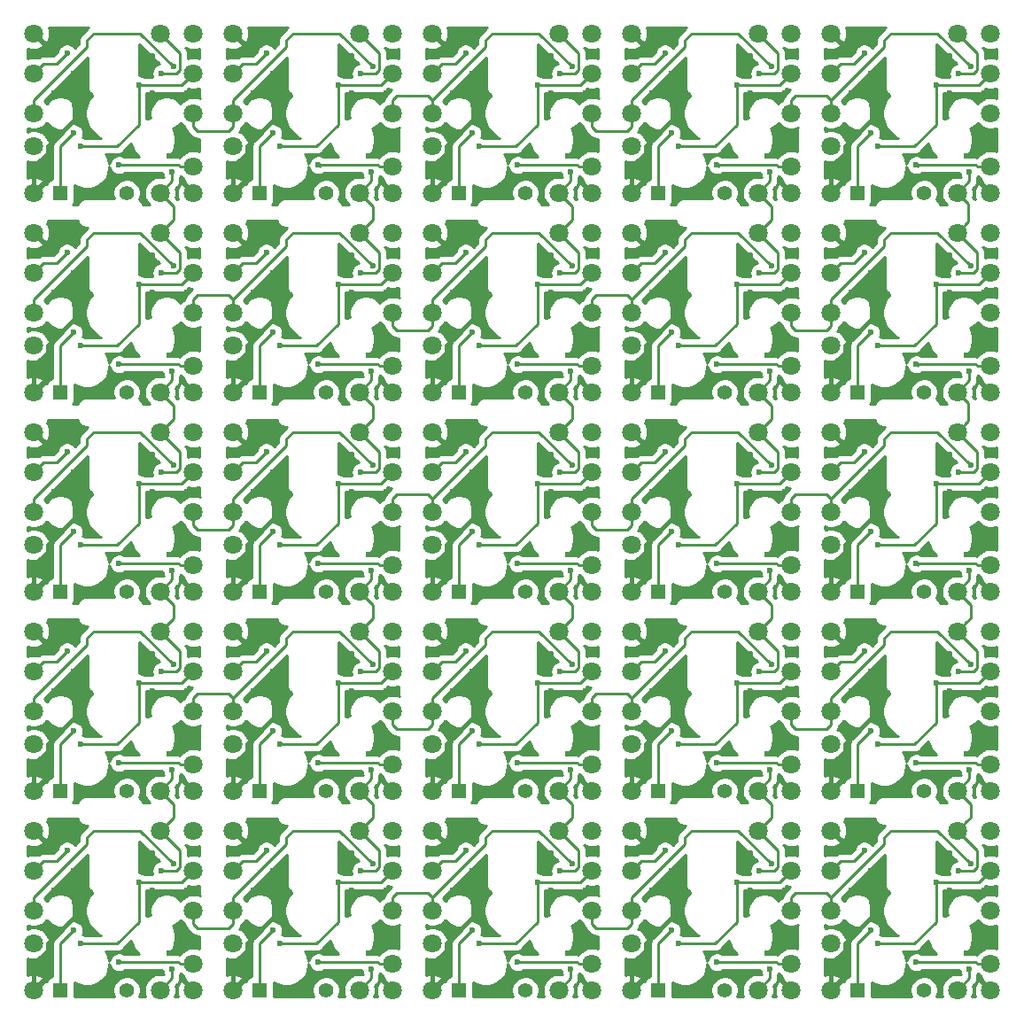
<source format=gtl>
G04 #@! TF.GenerationSoftware,KiCad,Pcbnew,(5.1.6-0-10_14)*
G04 #@! TF.CreationDate,2021-04-19T11:16:05+02:00*
G04 #@! TF.ProjectId,altana,616c7461-6e61-42e6-9b69-6361645f7063,rev?*
G04 #@! TF.SameCoordinates,Original*
G04 #@! TF.FileFunction,Copper,L1,Top*
G04 #@! TF.FilePolarity,Positive*
%FSLAX46Y46*%
G04 Gerber Fmt 4.6, Leading zero omitted, Abs format (unit mm)*
G04 Created by KiCad (PCBNEW (5.1.6-0-10_14)) date 2021-04-19 11:16:05*
%MOMM*%
%LPD*%
G01*
G04 APERTURE LIST*
G04 #@! TA.AperFunction,ComponentPad*
%ADD10C,1.800000*%
G04 #@! TD*
G04 #@! TA.AperFunction,ComponentPad*
%ADD11R,1.400000X1.400000*%
G04 #@! TD*
G04 #@! TA.AperFunction,ComponentPad*
%ADD12C,1.400000*%
G04 #@! TD*
G04 #@! TA.AperFunction,ViaPad*
%ADD13C,0.600000*%
G04 #@! TD*
G04 #@! TA.AperFunction,Conductor*
%ADD14C,0.250000*%
G04 #@! TD*
G04 #@! TA.AperFunction,Conductor*
%ADD15C,0.400000*%
G04 #@! TD*
G04 #@! TA.AperFunction,Conductor*
%ADD16C,0.254000*%
G04 #@! TD*
G04 APERTURE END LIST*
D10*
X120142000Y-54737000D03*
X139192000Y-73787000D03*
X123952000Y-73787000D03*
X78867000Y-43307000D03*
X78867000Y-28067000D03*
D11*
X69342000Y-43307000D03*
D12*
X75692000Y-43307000D03*
D11*
X107442000Y-43307000D03*
D12*
X113792000Y-43307000D03*
D10*
X158242000Y-111887000D03*
X139192000Y-111887000D03*
X120142000Y-111887000D03*
X101092000Y-111887000D03*
X143002000Y-111887000D03*
X123952000Y-111887000D03*
X104902000Y-111887000D03*
X85852000Y-111887000D03*
X158242000Y-92837000D03*
X139192000Y-92837000D03*
X120142000Y-92837000D03*
X101092000Y-92837000D03*
X143002000Y-92837000D03*
X123952000Y-92837000D03*
X104902000Y-92837000D03*
X85852000Y-92837000D03*
X143002000Y-73787000D03*
X104902000Y-73787000D03*
X85852000Y-73787000D03*
X158242000Y-73787000D03*
X120142000Y-73787000D03*
X101092000Y-73787000D03*
X158242000Y-116967000D03*
X139192000Y-116967000D03*
X120142000Y-116967000D03*
X101092000Y-116967000D03*
X82042000Y-116967000D03*
X158242000Y-97917000D03*
X139192000Y-97917000D03*
X120142000Y-97917000D03*
X101092000Y-97917000D03*
X82042000Y-97917000D03*
X158242000Y-78867000D03*
X139192000Y-78867000D03*
X120142000Y-78867000D03*
X101092000Y-78867000D03*
X82042000Y-78867000D03*
X158242000Y-59817000D03*
X139192000Y-59817000D03*
X120142000Y-59817000D03*
X101092000Y-59817000D03*
X82042000Y-59817000D03*
X158242000Y-40767000D03*
X139192000Y-40767000D03*
X120142000Y-40767000D03*
X101092000Y-40767000D03*
X143002000Y-108077000D03*
X123952000Y-108077000D03*
X104902000Y-108077000D03*
X85852000Y-108077000D03*
X66802000Y-108077000D03*
X143002000Y-89027000D03*
X123952000Y-89027000D03*
X104902000Y-89027000D03*
X85852000Y-89027000D03*
X66802000Y-89027000D03*
X143002000Y-69977000D03*
X123952000Y-69977000D03*
X104902000Y-69977000D03*
X85852000Y-69977000D03*
X66802000Y-69977000D03*
X143002000Y-50927000D03*
X123952000Y-50927000D03*
X104902000Y-50927000D03*
X85852000Y-50927000D03*
X66802000Y-50927000D03*
X143002000Y-31877000D03*
X123952000Y-31877000D03*
X104902000Y-31877000D03*
X85852000Y-31877000D03*
X143002000Y-115062000D03*
X123952000Y-115062000D03*
X104902000Y-115062000D03*
X85852000Y-115062000D03*
X66802000Y-115062000D03*
X143002000Y-96012000D03*
X123952000Y-96012000D03*
X104902000Y-96012000D03*
X85852000Y-96012000D03*
X66802000Y-96012000D03*
X143002000Y-76962000D03*
X123952000Y-76962000D03*
X104902000Y-76962000D03*
X85852000Y-76962000D03*
X66802000Y-76962000D03*
X143002000Y-57912000D03*
X123952000Y-57912000D03*
X104902000Y-57912000D03*
X85852000Y-57912000D03*
X66802000Y-57912000D03*
X143002000Y-38862000D03*
X123952000Y-38862000D03*
X104902000Y-38862000D03*
X85852000Y-38862000D03*
X158242000Y-108077000D03*
X139192000Y-108077000D03*
X120142000Y-108077000D03*
X101092000Y-108077000D03*
X82042000Y-108077000D03*
X158242000Y-89027000D03*
X139192000Y-89027000D03*
X120142000Y-89027000D03*
X101092000Y-89027000D03*
X82042000Y-89027000D03*
X158242000Y-69977000D03*
X139192000Y-69977000D03*
X120142000Y-69977000D03*
X101092000Y-69977000D03*
X82042000Y-69977000D03*
X158242000Y-50927000D03*
X139192000Y-50927000D03*
X120142000Y-50927000D03*
X101092000Y-50927000D03*
X82042000Y-50927000D03*
X158242000Y-31877000D03*
X139192000Y-31877000D03*
X120142000Y-31877000D03*
X101092000Y-31877000D03*
X155067000Y-100457000D03*
X143002000Y-119507000D03*
X143002000Y-104267000D03*
X158242000Y-104267000D03*
X155067000Y-104267000D03*
X158242000Y-119507000D03*
X155067000Y-119507000D03*
X123952000Y-119507000D03*
X139192000Y-119507000D03*
X136017000Y-104267000D03*
X139192000Y-104267000D03*
X136017000Y-119507000D03*
X123952000Y-104267000D03*
X104902000Y-104267000D03*
X104902000Y-119507000D03*
X120142000Y-104267000D03*
X120142000Y-119507000D03*
X116967000Y-119507000D03*
X116967000Y-104267000D03*
X97917000Y-119507000D03*
X101092000Y-119507000D03*
X85852000Y-104267000D03*
X85852000Y-119507000D03*
X101092000Y-104267000D03*
X97917000Y-104267000D03*
X82042000Y-119507000D03*
X78867000Y-119507000D03*
X78867000Y-104267000D03*
X66802000Y-119507000D03*
X66802000Y-104267000D03*
X82042000Y-111887000D03*
X66802000Y-111887000D03*
X82042000Y-104267000D03*
X82042000Y-100457000D03*
X66802000Y-92837000D03*
X78867000Y-85217000D03*
X82042000Y-85217000D03*
X82042000Y-92837000D03*
X78867000Y-100457000D03*
X66802000Y-85217000D03*
X66802000Y-100457000D03*
X101092000Y-85217000D03*
X85852000Y-85217000D03*
X97917000Y-85217000D03*
X85852000Y-100457000D03*
X97917000Y-100457000D03*
X101092000Y-100457000D03*
X116967000Y-100457000D03*
X104902000Y-85217000D03*
X104902000Y-100457000D03*
X116967000Y-85217000D03*
X120142000Y-85217000D03*
X120142000Y-100457000D03*
X123952000Y-100457000D03*
X123952000Y-85217000D03*
X139192000Y-100457000D03*
X136017000Y-85217000D03*
X136017000Y-100457000D03*
X139192000Y-85217000D03*
X143002000Y-100457000D03*
X143002000Y-85217000D03*
X158242000Y-85217000D03*
X158242000Y-100457000D03*
X155067000Y-85217000D03*
X155067000Y-66167000D03*
X143002000Y-66167000D03*
X158242000Y-66167000D03*
X158242000Y-81407000D03*
X155067000Y-81407000D03*
X143002000Y-81407000D03*
X136017000Y-81407000D03*
X139192000Y-81407000D03*
X123952000Y-81407000D03*
X123952000Y-66167000D03*
X136017000Y-66167000D03*
X139192000Y-66167000D03*
X120142000Y-81407000D03*
X104902000Y-81407000D03*
X116967000Y-66167000D03*
X104902000Y-66167000D03*
X120142000Y-66167000D03*
X116967000Y-81407000D03*
X85852000Y-66167000D03*
X101092000Y-81407000D03*
X97917000Y-66167000D03*
X97917000Y-81407000D03*
X101092000Y-66167000D03*
X85852000Y-81407000D03*
X66802000Y-81407000D03*
X78867000Y-66167000D03*
X82042000Y-81407000D03*
X78867000Y-81407000D03*
X82042000Y-73787000D03*
X82042000Y-66167000D03*
X66802000Y-66167000D03*
X66802000Y-73787000D03*
X104902000Y-62357000D03*
X104902000Y-47117000D03*
X104902000Y-54737000D03*
X116967000Y-62357000D03*
X120142000Y-47117000D03*
X120142000Y-62357000D03*
X116967000Y-47117000D03*
X136017000Y-47117000D03*
X123952000Y-62357000D03*
X139192000Y-54737000D03*
X139192000Y-47117000D03*
X139192000Y-62357000D03*
X123952000Y-54737000D03*
X136017000Y-62357000D03*
X123952000Y-47117000D03*
X158242000Y-47117000D03*
X158242000Y-62357000D03*
X143002000Y-54737000D03*
X155067000Y-62357000D03*
X155067000Y-47117000D03*
X143002000Y-47117000D03*
X143002000Y-62357000D03*
X158242000Y-54737000D03*
X155067000Y-43307000D03*
X155067000Y-28067000D03*
X158242000Y-28067000D03*
X143002000Y-35687000D03*
X143002000Y-43307000D03*
X143002000Y-28067000D03*
X158242000Y-35687000D03*
X158242000Y-43307000D03*
X136017000Y-28067000D03*
X139192000Y-28067000D03*
X123952000Y-35687000D03*
X123952000Y-43307000D03*
X123952000Y-28067000D03*
X139192000Y-35687000D03*
X136017000Y-43307000D03*
X139192000Y-43307000D03*
X104902000Y-35687000D03*
X104902000Y-43307000D03*
X104902000Y-28067000D03*
X120142000Y-35687000D03*
X116967000Y-28067000D03*
X120142000Y-43307000D03*
X116967000Y-43307000D03*
X120142000Y-28067000D03*
X101092000Y-62357000D03*
X97917000Y-62357000D03*
X85852000Y-54737000D03*
X85852000Y-62357000D03*
X85852000Y-47117000D03*
X101092000Y-54737000D03*
X97917000Y-47117000D03*
X101092000Y-47117000D03*
X82042000Y-62357000D03*
X78867000Y-62357000D03*
X66802000Y-54737000D03*
X78867000Y-47117000D03*
X82042000Y-54737000D03*
X82042000Y-47117000D03*
X66802000Y-47117000D03*
X66802000Y-62357000D03*
X85852000Y-35687000D03*
X97917000Y-28067000D03*
X85852000Y-28067000D03*
X85852000Y-43307000D03*
X101092000Y-43307000D03*
X101092000Y-28067000D03*
X101092000Y-35687000D03*
X97917000Y-43307000D03*
X66802000Y-38862000D03*
X66802000Y-31877000D03*
X82042000Y-40767000D03*
X82042000Y-31877000D03*
X82042000Y-35687000D03*
X66802000Y-35687000D03*
X82042000Y-28067000D03*
X82042000Y-43307000D03*
X66802000Y-43307000D03*
X66802000Y-28067000D03*
D11*
X69342000Y-62357000D03*
D12*
X75692000Y-62357000D03*
D11*
X88392000Y-43307000D03*
D12*
X94742000Y-43307000D03*
D11*
X126492000Y-43307000D03*
D12*
X132842000Y-43307000D03*
D11*
X145542000Y-43307000D03*
D12*
X151892000Y-43307000D03*
D11*
X88392000Y-62357000D03*
D12*
X94742000Y-62357000D03*
D11*
X107442000Y-62357000D03*
D12*
X113792000Y-62357000D03*
D11*
X126492000Y-62357000D03*
D12*
X132842000Y-62357000D03*
D11*
X145542000Y-62357000D03*
D12*
X151892000Y-62357000D03*
D11*
X69342000Y-81407000D03*
D12*
X75692000Y-81407000D03*
D11*
X88392000Y-81407000D03*
D12*
X94742000Y-81407000D03*
D11*
X107442000Y-81407000D03*
D12*
X113792000Y-81407000D03*
D11*
X126492000Y-81407000D03*
D12*
X132842000Y-81407000D03*
D11*
X145542000Y-81407000D03*
D12*
X151892000Y-81407000D03*
D11*
X69342000Y-100457000D03*
D12*
X75692000Y-100457000D03*
D11*
X88392000Y-100457000D03*
D12*
X94742000Y-100457000D03*
D11*
X107442000Y-100457000D03*
D12*
X113792000Y-100457000D03*
D11*
X126492000Y-100457000D03*
D12*
X132842000Y-100457000D03*
D11*
X145542000Y-100457000D03*
D12*
X151892000Y-100457000D03*
D11*
X69342000Y-119507000D03*
D12*
X75692000Y-119507000D03*
D11*
X88392000Y-119507000D03*
D12*
X94742000Y-119507000D03*
D11*
X107442000Y-119507000D03*
D12*
X113792000Y-119507000D03*
D11*
X126492000Y-119507000D03*
D12*
X132842000Y-119507000D03*
D11*
X145542000Y-119507000D03*
D12*
X151892000Y-119507000D03*
D13*
X70612000Y-37592000D03*
X89662000Y-37592000D03*
X108712000Y-37592000D03*
X127762000Y-37592000D03*
X146812000Y-37592000D03*
X80137000Y-31242000D03*
X99187000Y-31242000D03*
X118237000Y-31242000D03*
X137287000Y-31242000D03*
X156337000Y-31242000D03*
X80137000Y-50292000D03*
X99187000Y-50292000D03*
X118237000Y-50292000D03*
X137287000Y-50292000D03*
X156337000Y-50292000D03*
X70612000Y-56642000D03*
X89662000Y-56642000D03*
X108712000Y-56642000D03*
X127762000Y-56642000D03*
X146812000Y-56642000D03*
X80137000Y-69342000D03*
X99187000Y-69342000D03*
X118237000Y-69342000D03*
X137287000Y-69342000D03*
X156337000Y-69342000D03*
X70612000Y-75692000D03*
X89662000Y-75692000D03*
X108712000Y-75692000D03*
X127762000Y-75692000D03*
X146812000Y-75692000D03*
X80137000Y-88392000D03*
X99187000Y-88392000D03*
X118237000Y-88392000D03*
X137287000Y-88392000D03*
X156337000Y-88392000D03*
X70612000Y-94742000D03*
X89662000Y-94742000D03*
X108712000Y-94742000D03*
X127762000Y-94742000D03*
X146812000Y-94742000D03*
X80137000Y-107442000D03*
X99187000Y-107442000D03*
X118237000Y-107442000D03*
X137287000Y-107442000D03*
X156337000Y-107442000D03*
X70612000Y-113792000D03*
X89662000Y-113792000D03*
X108712000Y-113792000D03*
X127762000Y-113792000D03*
X146812000Y-113792000D03*
X69977000Y-29972000D03*
X89027000Y-29972000D03*
X108077000Y-29972000D03*
X127127000Y-29972000D03*
X146177000Y-29972000D03*
X69977000Y-49022000D03*
X89027000Y-49022000D03*
X108077000Y-49022000D03*
X127127000Y-49022000D03*
X146177000Y-49022000D03*
X69977000Y-68072000D03*
X89027000Y-68072000D03*
X108077000Y-68072000D03*
X127127000Y-68072000D03*
X146177000Y-68072000D03*
X69977000Y-87122000D03*
X89027000Y-87122000D03*
X108077000Y-87122000D03*
X127127000Y-87122000D03*
X146177000Y-87122000D03*
X69977000Y-106172000D03*
X89027000Y-106172000D03*
X108077000Y-106172000D03*
X127127000Y-106172000D03*
X146177000Y-106172000D03*
X74939999Y-40649999D03*
X93989999Y-40649999D03*
X113039999Y-40649999D03*
X132089999Y-40649999D03*
X151139999Y-40649999D03*
X74939999Y-59699999D03*
X93989999Y-59699999D03*
X113039999Y-59699999D03*
X132089999Y-59699999D03*
X151139999Y-59699999D03*
X74939999Y-78749999D03*
X93989999Y-78749999D03*
X113039999Y-78749999D03*
X132089999Y-78749999D03*
X151139999Y-78749999D03*
X74939999Y-97799999D03*
X93989999Y-97799999D03*
X113039999Y-97799999D03*
X132089999Y-97799999D03*
X151139999Y-97799999D03*
X74939999Y-116849999D03*
X93989999Y-116849999D03*
X113039999Y-116849999D03*
X132089999Y-116849999D03*
X151139999Y-116849999D03*
X76822000Y-33007000D03*
X71247000Y-38862000D03*
X90297000Y-38862000D03*
X109347000Y-38862000D03*
X128397000Y-38862000D03*
X147447000Y-38862000D03*
X71247000Y-57912000D03*
X90297000Y-57912000D03*
X109347000Y-57912000D03*
X128397000Y-57912000D03*
X147447000Y-57912000D03*
X71247000Y-76962000D03*
X90297000Y-76962000D03*
X109347000Y-76962000D03*
X128397000Y-76962000D03*
X147447000Y-76962000D03*
X71247000Y-96012000D03*
X90297000Y-96012000D03*
X109347000Y-96012000D03*
X128397000Y-96012000D03*
X147447000Y-96012000D03*
X71247000Y-115062000D03*
X90297000Y-115062000D03*
X109347000Y-115062000D03*
X128397000Y-115062000D03*
X147447000Y-115062000D03*
X95872000Y-33007000D03*
X114922000Y-33007000D03*
X133972000Y-33007000D03*
X153022000Y-33007000D03*
X76822000Y-52057000D03*
X95872000Y-52057000D03*
X114922000Y-52057000D03*
X133972000Y-52057000D03*
X153022000Y-52057000D03*
X76822000Y-71107000D03*
X95872000Y-71107000D03*
X114922000Y-71107000D03*
X133972000Y-71107000D03*
X153022000Y-71107000D03*
X76822000Y-90157000D03*
X95872000Y-90157000D03*
X114922000Y-90157000D03*
X133972000Y-90157000D03*
X153022000Y-90157000D03*
X76822000Y-109207000D03*
X95872000Y-109207000D03*
X114922000Y-109207000D03*
X133972000Y-109207000D03*
X153022000Y-109207000D03*
X76962000Y-42037000D03*
X82042000Y-29972000D03*
X79756000Y-39751000D03*
X78151999Y-30207001D03*
X98806000Y-39751000D03*
X117856000Y-39751000D03*
X136906000Y-39751000D03*
X155956000Y-39751000D03*
X79756000Y-58801000D03*
X98806000Y-58801000D03*
X117856000Y-58801000D03*
X136906000Y-58801000D03*
X155956000Y-58801000D03*
X79756000Y-77851000D03*
X98806000Y-77851000D03*
X117856000Y-77851000D03*
X136906000Y-77851000D03*
X155956000Y-77851000D03*
X79756000Y-96901000D03*
X98806000Y-96901000D03*
X117856000Y-96901000D03*
X136906000Y-96901000D03*
X155956000Y-96901000D03*
X79756000Y-115951000D03*
X98806000Y-115951000D03*
X117856000Y-115951000D03*
X136906000Y-115951000D03*
X155956000Y-115951000D03*
X101092000Y-29972000D03*
X120142000Y-29972000D03*
X139192000Y-29972000D03*
X158242000Y-29972000D03*
X82042000Y-49022000D03*
X101092000Y-49022000D03*
X120142000Y-49022000D03*
X139192000Y-49022000D03*
X158242000Y-49022000D03*
X82042000Y-68072000D03*
X101092000Y-68072000D03*
X120142000Y-68072000D03*
X139192000Y-68072000D03*
X158242000Y-68072000D03*
X82042000Y-87122000D03*
X101092000Y-87122000D03*
X120142000Y-87122000D03*
X139192000Y-87122000D03*
X158242000Y-87122000D03*
X82042000Y-106172000D03*
X101092000Y-106172000D03*
X120142000Y-106172000D03*
X139192000Y-106172000D03*
X158242000Y-106172000D03*
X96012000Y-42037000D03*
X115062000Y-42037000D03*
X134112000Y-42037000D03*
X153162000Y-42037000D03*
X76962000Y-61087000D03*
X96012000Y-61087000D03*
X115062000Y-61087000D03*
X134112000Y-61087000D03*
X153162000Y-61087000D03*
X76962000Y-80137000D03*
X96012000Y-80137000D03*
X115062000Y-80137000D03*
X134112000Y-80137000D03*
X153162000Y-80137000D03*
X76962000Y-99187000D03*
X96012000Y-99187000D03*
X115062000Y-99187000D03*
X134112000Y-99187000D03*
X153162000Y-99187000D03*
X76962000Y-118237000D03*
X96012000Y-118237000D03*
X115062000Y-118237000D03*
X134112000Y-118237000D03*
X153162000Y-118237000D03*
X97201999Y-33782000D03*
X116251999Y-33782000D03*
X135301999Y-33782000D03*
X154351999Y-33782000D03*
X78151999Y-52832000D03*
X97201999Y-52832000D03*
X116251999Y-52832000D03*
X135301999Y-52832000D03*
X154351999Y-52832000D03*
X78151999Y-71882000D03*
X97201999Y-71882000D03*
X116251999Y-71882000D03*
X135301999Y-71882000D03*
X154351999Y-71882000D03*
X78151999Y-90932000D03*
X97201999Y-90932000D03*
X116251999Y-90932000D03*
X135301999Y-90932000D03*
X154351999Y-90932000D03*
X78151999Y-109982000D03*
X97201999Y-109982000D03*
X116251999Y-109982000D03*
X135301999Y-109982000D03*
X154351999Y-109982000D03*
X97201999Y-30207001D03*
X116251999Y-30207001D03*
X135301999Y-30207001D03*
X154351999Y-30207001D03*
X78151999Y-49257001D03*
X97201999Y-49257001D03*
X116251999Y-49257001D03*
X135301999Y-49257001D03*
X154351999Y-49257001D03*
X78151999Y-68307001D03*
X97201999Y-68307001D03*
X116251999Y-68307001D03*
X135301999Y-68307001D03*
X154351999Y-68307001D03*
X78151999Y-87357001D03*
X97201999Y-87357001D03*
X116251999Y-87357001D03*
X135301999Y-87357001D03*
X154351999Y-87357001D03*
X78151999Y-106407001D03*
X97201999Y-106407001D03*
X116251999Y-106407001D03*
X135301999Y-106407001D03*
X154351999Y-106407001D03*
X81407000Y-33782000D03*
X100457000Y-33782000D03*
X119507000Y-33782000D03*
X138557000Y-33782000D03*
X157607000Y-33782000D03*
X81407000Y-52832000D03*
X100457000Y-52832000D03*
X119507000Y-52832000D03*
X138557000Y-52832000D03*
X157607000Y-52832000D03*
X81407000Y-71882000D03*
X100457000Y-71882000D03*
X119507000Y-71882000D03*
X138557000Y-71882000D03*
X157607000Y-71882000D03*
X81407000Y-90932000D03*
X100457000Y-90932000D03*
X119507000Y-90932000D03*
X138557000Y-90932000D03*
X157607000Y-90932000D03*
X81407000Y-109982000D03*
X100457000Y-109982000D03*
X119507000Y-109982000D03*
X138557000Y-109982000D03*
X157607000Y-109982000D03*
X78151999Y-33782000D03*
X75692000Y-39497000D03*
X94742000Y-39497000D03*
X113792000Y-39497000D03*
X132842000Y-39497000D03*
X151892000Y-39497000D03*
X75692000Y-58547000D03*
X94742000Y-58547000D03*
X113792000Y-58547000D03*
X132842000Y-58547000D03*
X151892000Y-58547000D03*
X75692000Y-77597000D03*
X94742000Y-77597000D03*
X113792000Y-77597000D03*
X132842000Y-77597000D03*
X151892000Y-77597000D03*
X75692000Y-96647000D03*
X94742000Y-96647000D03*
X113792000Y-96647000D03*
X132842000Y-96647000D03*
X151892000Y-96647000D03*
X75692000Y-115697000D03*
X94742000Y-115697000D03*
X113792000Y-115697000D03*
X132842000Y-115697000D03*
X151892000Y-115697000D03*
X78994000Y-31877000D03*
X80010000Y-41275000D03*
X80010000Y-60325000D03*
X80010000Y-79375000D03*
X80010000Y-98425000D03*
X80010000Y-117475000D03*
X78994000Y-50927000D03*
X78994000Y-69977000D03*
X78994000Y-89027000D03*
X78994000Y-108077000D03*
X98044000Y-31877000D03*
X98044000Y-50927000D03*
X98044000Y-69977000D03*
X98044000Y-89027000D03*
X98044000Y-108077000D03*
X99060000Y-41275000D03*
X99060000Y-60325000D03*
X99060000Y-79375000D03*
X99060000Y-98425000D03*
X99060000Y-117475000D03*
X117094000Y-31877000D03*
X117094000Y-50927000D03*
X117094000Y-69977000D03*
X117094000Y-89027000D03*
X117094000Y-108077000D03*
X118110000Y-41275000D03*
X118110000Y-60325000D03*
X118110000Y-79375000D03*
X118110000Y-98425000D03*
X118110000Y-117475000D03*
X136144000Y-31877000D03*
X136144000Y-50927000D03*
X136144000Y-69977000D03*
X136144000Y-89027000D03*
X136144000Y-108077000D03*
X137160000Y-41275000D03*
X137160000Y-60325000D03*
X137160000Y-79375000D03*
X137160000Y-98425000D03*
X137160000Y-117475000D03*
X155194000Y-31877000D03*
X155194000Y-50927000D03*
X155194000Y-69977000D03*
X155194000Y-89027000D03*
X155194000Y-108077000D03*
X156210000Y-41275000D03*
X156210000Y-60325000D03*
X156210000Y-79375000D03*
X156210000Y-98425000D03*
X156210000Y-117475000D03*
X70612000Y-31877000D03*
X89662000Y-31877000D03*
X108712000Y-31877000D03*
X127762000Y-31877000D03*
X146812000Y-31877000D03*
X70612000Y-50927000D03*
X89662000Y-50927000D03*
X108712000Y-50927000D03*
X127762000Y-50927000D03*
X146812000Y-50927000D03*
X70612000Y-69977000D03*
X89662000Y-69977000D03*
X108712000Y-69977000D03*
X127762000Y-69977000D03*
X146812000Y-69977000D03*
X70612000Y-89027000D03*
X89662000Y-89027000D03*
X108712000Y-89027000D03*
X127762000Y-89027000D03*
X146812000Y-89027000D03*
X70612000Y-108077000D03*
X89662000Y-108077000D03*
X108712000Y-108077000D03*
X127762000Y-108077000D03*
X146812000Y-108077000D03*
X68707000Y-33782000D03*
X87757000Y-33782000D03*
X106807000Y-33782000D03*
X125857000Y-33782000D03*
X144907000Y-33782000D03*
X68707000Y-52832000D03*
X87757000Y-52832000D03*
X106807000Y-52832000D03*
X125857000Y-52832000D03*
X144907000Y-52832000D03*
X68707000Y-71882000D03*
X87757000Y-71882000D03*
X106807000Y-71882000D03*
X125857000Y-71882000D03*
X144907000Y-71882000D03*
X68707000Y-90932000D03*
X87757000Y-90932000D03*
X106807000Y-90932000D03*
X125857000Y-90932000D03*
X144907000Y-90932000D03*
X68707000Y-109982000D03*
X87757000Y-109982000D03*
X106807000Y-109982000D03*
X125857000Y-109982000D03*
X144907000Y-109982000D03*
X66802000Y-41402000D03*
X85852000Y-41402000D03*
X104902000Y-41402000D03*
X123952000Y-41402000D03*
X143002000Y-41402000D03*
X66802000Y-60452000D03*
X85852000Y-60452000D03*
X104902000Y-60452000D03*
X123952000Y-60452000D03*
X143002000Y-60452000D03*
X66802000Y-79502000D03*
X85852000Y-79502000D03*
X104902000Y-79502000D03*
X123952000Y-79502000D03*
X143002000Y-79502000D03*
X66802000Y-98552000D03*
X85852000Y-98552000D03*
X104902000Y-98552000D03*
X123952000Y-98552000D03*
X143002000Y-98552000D03*
X66802000Y-117602000D03*
X85852000Y-117602000D03*
X104902000Y-117602000D03*
X123952000Y-117602000D03*
X143002000Y-117602000D03*
D14*
X69342000Y-38862000D02*
X69342000Y-43307000D01*
X70612000Y-37592000D02*
X69342000Y-38862000D01*
X88392000Y-38862000D02*
X88392000Y-43307000D01*
X107442000Y-38862000D02*
X107442000Y-43307000D01*
X126492000Y-38862000D02*
X126492000Y-43307000D01*
X145542000Y-38862000D02*
X145542000Y-43307000D01*
X89662000Y-37592000D02*
X88392000Y-38862000D01*
X108712000Y-37592000D02*
X107442000Y-38862000D01*
X127762000Y-37592000D02*
X126492000Y-38862000D01*
X146812000Y-37592000D02*
X145542000Y-38862000D01*
X85852000Y-36959792D02*
X85852000Y-35687000D01*
X85454782Y-37357010D02*
X85852000Y-36959792D01*
X82439218Y-37357010D02*
X85454782Y-37357010D01*
X82042000Y-36959792D02*
X82439218Y-37357010D01*
X82042000Y-35687000D02*
X82042000Y-36959792D01*
X104504782Y-34016990D02*
X104902000Y-34414208D01*
X101489218Y-34016990D02*
X104504782Y-34016990D01*
X101092000Y-34414208D02*
X101489218Y-34016990D01*
X104902000Y-34414208D02*
X104902000Y-35687000D01*
X101092000Y-35687000D02*
X101092000Y-34414208D01*
X123952000Y-36959792D02*
X123952000Y-35687000D01*
X123554782Y-37357010D02*
X123952000Y-36959792D01*
X120539218Y-37357010D02*
X123554782Y-37357010D01*
X120142000Y-36959792D02*
X120539218Y-37357010D01*
X120142000Y-35687000D02*
X120142000Y-36959792D01*
X143002000Y-34414208D02*
X143002000Y-35687000D01*
X139589218Y-34016990D02*
X142604782Y-34016990D01*
X142604782Y-34016990D02*
X143002000Y-34414208D01*
X139192000Y-34414208D02*
X139589218Y-34016990D01*
X139192000Y-35687000D02*
X139192000Y-34414208D01*
X71882000Y-29334208D02*
X66802000Y-34414208D01*
X71882000Y-28702000D02*
X71882000Y-29334208D01*
X80137000Y-31242000D02*
X76962000Y-28067000D01*
X66802000Y-34414208D02*
X66802000Y-35687000D01*
X72517000Y-28067000D02*
X71882000Y-28702000D01*
X76962000Y-28067000D02*
X72517000Y-28067000D01*
X90932000Y-29334208D02*
X85852000Y-34414208D01*
X109982000Y-29334208D02*
X104902000Y-34414208D01*
X129032000Y-29334208D02*
X123952000Y-34414208D01*
X148082000Y-29334208D02*
X143002000Y-34414208D01*
X90932000Y-28702000D02*
X90932000Y-29334208D01*
X109982000Y-28702000D02*
X109982000Y-29334208D01*
X129032000Y-28702000D02*
X129032000Y-29334208D01*
X148082000Y-28702000D02*
X148082000Y-29334208D01*
X99187000Y-31242000D02*
X96012000Y-28067000D01*
X118237000Y-31242000D02*
X115062000Y-28067000D01*
X137287000Y-31242000D02*
X134112000Y-28067000D01*
X156337000Y-31242000D02*
X153162000Y-28067000D01*
X85852000Y-34414208D02*
X85852000Y-35687000D01*
X104902000Y-34414208D02*
X104902000Y-35687000D01*
X123952000Y-34414208D02*
X123952000Y-35687000D01*
X143002000Y-34414208D02*
X143002000Y-35687000D01*
X91567000Y-28067000D02*
X90932000Y-28702000D01*
X110617000Y-28067000D02*
X109982000Y-28702000D01*
X129667000Y-28067000D02*
X129032000Y-28702000D01*
X148717000Y-28067000D02*
X148082000Y-28702000D01*
X96012000Y-28067000D02*
X91567000Y-28067000D01*
X115062000Y-28067000D02*
X110617000Y-28067000D01*
X134112000Y-28067000D02*
X129667000Y-28067000D01*
X153162000Y-28067000D02*
X148717000Y-28067000D01*
X71882000Y-48384208D02*
X66802000Y-53464208D01*
X90932000Y-48384208D02*
X85852000Y-53464208D01*
X109982000Y-48384208D02*
X104902000Y-53464208D01*
X129032000Y-48384208D02*
X123952000Y-53464208D01*
X148082000Y-48384208D02*
X143002000Y-53464208D01*
X71882000Y-47752000D02*
X71882000Y-48384208D01*
X90932000Y-47752000D02*
X90932000Y-48384208D01*
X109982000Y-47752000D02*
X109982000Y-48384208D01*
X129032000Y-47752000D02*
X129032000Y-48384208D01*
X148082000Y-47752000D02*
X148082000Y-48384208D01*
X80137000Y-50292000D02*
X76962000Y-47117000D01*
X99187000Y-50292000D02*
X96012000Y-47117000D01*
X118237000Y-50292000D02*
X115062000Y-47117000D01*
X137287000Y-50292000D02*
X134112000Y-47117000D01*
X156337000Y-50292000D02*
X153162000Y-47117000D01*
X66802000Y-53464208D02*
X66802000Y-54737000D01*
X85852000Y-53464208D02*
X85852000Y-54737000D01*
X104902000Y-53464208D02*
X104902000Y-54737000D01*
X123952000Y-53464208D02*
X123952000Y-54737000D01*
X143002000Y-53464208D02*
X143002000Y-54737000D01*
X72517000Y-47117000D02*
X71882000Y-47752000D01*
X91567000Y-47117000D02*
X90932000Y-47752000D01*
X110617000Y-47117000D02*
X109982000Y-47752000D01*
X129667000Y-47117000D02*
X129032000Y-47752000D01*
X148717000Y-47117000D02*
X148082000Y-47752000D01*
X76962000Y-47117000D02*
X72517000Y-47117000D01*
X96012000Y-47117000D02*
X91567000Y-47117000D01*
X115062000Y-47117000D02*
X110617000Y-47117000D01*
X134112000Y-47117000D02*
X129667000Y-47117000D01*
X153162000Y-47117000D02*
X148717000Y-47117000D01*
X69342000Y-57912000D02*
X69342000Y-62357000D01*
X88392000Y-57912000D02*
X88392000Y-62357000D01*
X107442000Y-57912000D02*
X107442000Y-62357000D01*
X126492000Y-57912000D02*
X126492000Y-62357000D01*
X145542000Y-57912000D02*
X145542000Y-62357000D01*
X70612000Y-56642000D02*
X69342000Y-57912000D01*
X89662000Y-56642000D02*
X88392000Y-57912000D01*
X108712000Y-56642000D02*
X107442000Y-57912000D01*
X127762000Y-56642000D02*
X126492000Y-57912000D01*
X146812000Y-56642000D02*
X145542000Y-57912000D01*
X139192000Y-56009792D02*
X139192000Y-54737000D01*
X139589218Y-56407010D02*
X139192000Y-56009792D01*
X142604782Y-56407010D02*
X139589218Y-56407010D01*
X143002000Y-56009792D02*
X142604782Y-56407010D01*
X143002000Y-54737000D02*
X143002000Y-56009792D01*
X120142000Y-53464208D02*
X120142000Y-54737000D01*
X120539218Y-53066990D02*
X120142000Y-53464208D01*
X123554782Y-53066990D02*
X120539218Y-53066990D01*
X123952000Y-53464208D02*
X123554782Y-53066990D01*
X123952000Y-54737000D02*
X123952000Y-53464208D01*
X101092000Y-56009792D02*
X101092000Y-54737000D01*
X101489218Y-56407010D02*
X101092000Y-56009792D01*
X104504782Y-56407010D02*
X101489218Y-56407010D01*
X104902000Y-56009792D02*
X104504782Y-56407010D01*
X104902000Y-54737000D02*
X104902000Y-56009792D01*
X82439218Y-53066990D02*
X82042000Y-53464208D01*
X82042000Y-53464208D02*
X82042000Y-54737000D01*
X85454782Y-53066990D02*
X82439218Y-53066990D01*
X85852000Y-53464208D02*
X85454782Y-53066990D01*
X85852000Y-54737000D02*
X85852000Y-53464208D01*
X71882000Y-67434208D02*
X66802000Y-72514208D01*
X90932000Y-67434208D02*
X85852000Y-72514208D01*
X109982000Y-67434208D02*
X104902000Y-72514208D01*
X129032000Y-67434208D02*
X123952000Y-72514208D01*
X148082000Y-67434208D02*
X143002000Y-72514208D01*
X71882000Y-66802000D02*
X71882000Y-67434208D01*
X90932000Y-66802000D02*
X90932000Y-67434208D01*
X109982000Y-66802000D02*
X109982000Y-67434208D01*
X129032000Y-66802000D02*
X129032000Y-67434208D01*
X148082000Y-66802000D02*
X148082000Y-67434208D01*
X80137000Y-69342000D02*
X76962000Y-66167000D01*
X99187000Y-69342000D02*
X96012000Y-66167000D01*
X118237000Y-69342000D02*
X115062000Y-66167000D01*
X137287000Y-69342000D02*
X134112000Y-66167000D01*
X156337000Y-69342000D02*
X153162000Y-66167000D01*
X66802000Y-72514208D02*
X66802000Y-73787000D01*
X85852000Y-72514208D02*
X85852000Y-73787000D01*
X104902000Y-72514208D02*
X104902000Y-73787000D01*
X123952000Y-72514208D02*
X123952000Y-73787000D01*
X143002000Y-72514208D02*
X143002000Y-73787000D01*
X72517000Y-66167000D02*
X71882000Y-66802000D01*
X91567000Y-66167000D02*
X90932000Y-66802000D01*
X110617000Y-66167000D02*
X109982000Y-66802000D01*
X129667000Y-66167000D02*
X129032000Y-66802000D01*
X148717000Y-66167000D02*
X148082000Y-66802000D01*
X76962000Y-66167000D02*
X72517000Y-66167000D01*
X96012000Y-66167000D02*
X91567000Y-66167000D01*
X115062000Y-66167000D02*
X110617000Y-66167000D01*
X134112000Y-66167000D02*
X129667000Y-66167000D01*
X153162000Y-66167000D02*
X148717000Y-66167000D01*
X69342000Y-76962000D02*
X69342000Y-81407000D01*
X88392000Y-76962000D02*
X88392000Y-81407000D01*
X107442000Y-76962000D02*
X107442000Y-81407000D01*
X126492000Y-76962000D02*
X126492000Y-81407000D01*
X145542000Y-76962000D02*
X145542000Y-81407000D01*
X70612000Y-75692000D02*
X69342000Y-76962000D01*
X89662000Y-75692000D02*
X88392000Y-76962000D01*
X108712000Y-75692000D02*
X107442000Y-76962000D01*
X127762000Y-75692000D02*
X126492000Y-76962000D01*
X146812000Y-75692000D02*
X145542000Y-76962000D01*
X85852000Y-75059792D02*
X85852000Y-73787000D01*
X85454782Y-75457010D02*
X85852000Y-75059792D01*
X82439218Y-75457010D02*
X85454782Y-75457010D01*
X82042000Y-75059792D02*
X82439218Y-75457010D01*
X82042000Y-73787000D02*
X82042000Y-75059792D01*
X104902000Y-72514208D02*
X104902000Y-73787000D01*
X104504782Y-72116990D02*
X104902000Y-72514208D01*
X101489218Y-72116990D02*
X104504782Y-72116990D01*
X101092000Y-72514208D02*
X101489218Y-72116990D01*
X101092000Y-73787000D02*
X101092000Y-72514208D01*
X123952000Y-75059792D02*
X123952000Y-73787000D01*
X123554782Y-75457010D02*
X123952000Y-75059792D01*
X120539218Y-75457010D02*
X123554782Y-75457010D01*
X120142000Y-75059792D02*
X120539218Y-75457010D01*
X120142000Y-73787000D02*
X120142000Y-75059792D01*
X139192000Y-72514208D02*
X139192000Y-73787000D01*
X139589218Y-72116990D02*
X139192000Y-72514208D01*
X142604782Y-72116990D02*
X139589218Y-72116990D01*
X143002000Y-72514208D02*
X142604782Y-72116990D01*
X143002000Y-73787000D02*
X143002000Y-72514208D01*
X71882000Y-86484208D02*
X66802000Y-91564208D01*
X90932000Y-86484208D02*
X85852000Y-91564208D01*
X109982000Y-86484208D02*
X104902000Y-91564208D01*
X129032000Y-86484208D02*
X123952000Y-91564208D01*
X148082000Y-86484208D02*
X143002000Y-91564208D01*
X71882000Y-85852000D02*
X71882000Y-86484208D01*
X90932000Y-85852000D02*
X90932000Y-86484208D01*
X109982000Y-85852000D02*
X109982000Y-86484208D01*
X129032000Y-85852000D02*
X129032000Y-86484208D01*
X148082000Y-85852000D02*
X148082000Y-86484208D01*
X80137000Y-88392000D02*
X76962000Y-85217000D01*
X99187000Y-88392000D02*
X96012000Y-85217000D01*
X118237000Y-88392000D02*
X115062000Y-85217000D01*
X137287000Y-88392000D02*
X134112000Y-85217000D01*
X156337000Y-88392000D02*
X153162000Y-85217000D01*
X66802000Y-91564208D02*
X66802000Y-92837000D01*
X85852000Y-91564208D02*
X85852000Y-92837000D01*
X104902000Y-91564208D02*
X104902000Y-92837000D01*
X123952000Y-91564208D02*
X123952000Y-92837000D01*
X143002000Y-91564208D02*
X143002000Y-92837000D01*
X72517000Y-85217000D02*
X71882000Y-85852000D01*
X91567000Y-85217000D02*
X90932000Y-85852000D01*
X110617000Y-85217000D02*
X109982000Y-85852000D01*
X129667000Y-85217000D02*
X129032000Y-85852000D01*
X148717000Y-85217000D02*
X148082000Y-85852000D01*
X76962000Y-85217000D02*
X72517000Y-85217000D01*
X96012000Y-85217000D02*
X91567000Y-85217000D01*
X115062000Y-85217000D02*
X110617000Y-85217000D01*
X134112000Y-85217000D02*
X129667000Y-85217000D01*
X153162000Y-85217000D02*
X148717000Y-85217000D01*
X69342000Y-96012000D02*
X69342000Y-100457000D01*
X88392000Y-96012000D02*
X88392000Y-100457000D01*
X107442000Y-96012000D02*
X107442000Y-100457000D01*
X126492000Y-96012000D02*
X126492000Y-100457000D01*
X145542000Y-96012000D02*
X145542000Y-100457000D01*
X70612000Y-94742000D02*
X69342000Y-96012000D01*
X89662000Y-94742000D02*
X88392000Y-96012000D01*
X108712000Y-94742000D02*
X107442000Y-96012000D01*
X127762000Y-94742000D02*
X126492000Y-96012000D01*
X146812000Y-94742000D02*
X145542000Y-96012000D01*
X139192000Y-94109792D02*
X139192000Y-92837000D01*
X139589218Y-94507010D02*
X139192000Y-94109792D01*
X142604782Y-94507010D02*
X139589218Y-94507010D01*
X143002000Y-94109792D02*
X142604782Y-94507010D01*
X143002000Y-92837000D02*
X143002000Y-94109792D01*
X120539218Y-91166990D02*
X120142000Y-91564208D01*
X123554782Y-91166990D02*
X120539218Y-91166990D01*
X120142000Y-91564208D02*
X120142000Y-92837000D01*
X123952000Y-91564208D02*
X123554782Y-91166990D01*
X123952000Y-92837000D02*
X123952000Y-91564208D01*
X85852000Y-91564208D02*
X85852000Y-92837000D01*
X85454782Y-91166990D02*
X85852000Y-91564208D01*
X82439218Y-91166990D02*
X85454782Y-91166990D01*
X82042000Y-91564208D02*
X82439218Y-91166990D01*
X82042000Y-92837000D02*
X82042000Y-91564208D01*
X104902000Y-94109792D02*
X104902000Y-92837000D01*
X104504782Y-94507010D02*
X104902000Y-94109792D01*
X101489218Y-94507010D02*
X104504782Y-94507010D01*
X101092000Y-94109792D02*
X101489218Y-94507010D01*
X101092000Y-92837000D02*
X101092000Y-94109792D01*
X71882000Y-105534208D02*
X66802000Y-110614208D01*
X90932000Y-105534208D02*
X85852000Y-110614208D01*
X109982000Y-105534208D02*
X104902000Y-110614208D01*
X129032000Y-105534208D02*
X123952000Y-110614208D01*
X148082000Y-105534208D02*
X143002000Y-110614208D01*
X71882000Y-104902000D02*
X71882000Y-105534208D01*
X90932000Y-104902000D02*
X90932000Y-105534208D01*
X109982000Y-104902000D02*
X109982000Y-105534208D01*
X129032000Y-104902000D02*
X129032000Y-105534208D01*
X148082000Y-104902000D02*
X148082000Y-105534208D01*
X80137000Y-107442000D02*
X76962000Y-104267000D01*
X99187000Y-107442000D02*
X96012000Y-104267000D01*
X118237000Y-107442000D02*
X115062000Y-104267000D01*
X137287000Y-107442000D02*
X134112000Y-104267000D01*
X156337000Y-107442000D02*
X153162000Y-104267000D01*
X66802000Y-110614208D02*
X66802000Y-111887000D01*
X85852000Y-110614208D02*
X85852000Y-111887000D01*
X104902000Y-110614208D02*
X104902000Y-111887000D01*
X123952000Y-110614208D02*
X123952000Y-111887000D01*
X143002000Y-110614208D02*
X143002000Y-111887000D01*
X72517000Y-104267000D02*
X71882000Y-104902000D01*
X91567000Y-104267000D02*
X90932000Y-104902000D01*
X110617000Y-104267000D02*
X109982000Y-104902000D01*
X129667000Y-104267000D02*
X129032000Y-104902000D01*
X148717000Y-104267000D02*
X148082000Y-104902000D01*
X76962000Y-104267000D02*
X72517000Y-104267000D01*
X96012000Y-104267000D02*
X91567000Y-104267000D01*
X115062000Y-104267000D02*
X110617000Y-104267000D01*
X134112000Y-104267000D02*
X129667000Y-104267000D01*
X153162000Y-104267000D02*
X148717000Y-104267000D01*
X69342000Y-115062000D02*
X69342000Y-119507000D01*
X88392000Y-115062000D02*
X88392000Y-119507000D01*
X107442000Y-115062000D02*
X107442000Y-119507000D01*
X126492000Y-115062000D02*
X126492000Y-119507000D01*
X145542000Y-115062000D02*
X145542000Y-119507000D01*
X70612000Y-113792000D02*
X69342000Y-115062000D01*
X89662000Y-113792000D02*
X88392000Y-115062000D01*
X108712000Y-113792000D02*
X107442000Y-115062000D01*
X127762000Y-113792000D02*
X126492000Y-115062000D01*
X146812000Y-113792000D02*
X145542000Y-115062000D01*
X139589218Y-110216990D02*
X139192000Y-110614208D01*
X139192000Y-110614208D02*
X139192000Y-111887000D01*
X142604782Y-110216990D02*
X139589218Y-110216990D01*
X143002000Y-110614208D02*
X142604782Y-110216990D01*
X143002000Y-111887000D02*
X143002000Y-110614208D01*
X123554782Y-113557010D02*
X120539218Y-113557010D01*
X120142000Y-113159792D02*
X120142000Y-111887000D01*
X120539218Y-113557010D02*
X120142000Y-113159792D01*
X123952000Y-113159792D02*
X123554782Y-113557010D01*
X123952000Y-111887000D02*
X123952000Y-113159792D01*
X101092000Y-110614208D02*
X101092000Y-111887000D01*
X101489218Y-110216990D02*
X101092000Y-110614208D01*
X104504782Y-110216990D02*
X101489218Y-110216990D01*
X104902000Y-110614208D02*
X104504782Y-110216990D01*
X104902000Y-111887000D02*
X104902000Y-110614208D01*
X82042000Y-113159792D02*
X82042000Y-111887000D01*
X82439218Y-113557010D02*
X82042000Y-113159792D01*
X85454782Y-113557010D02*
X82439218Y-113557010D01*
X85852000Y-113159792D02*
X85454782Y-113557010D01*
X85852000Y-111887000D02*
X85852000Y-113159792D01*
X67701999Y-30977001D02*
X68971999Y-30977001D01*
X66802000Y-31877000D02*
X67701999Y-30977001D01*
X68971999Y-30977001D02*
X69977000Y-29972000D01*
X69977000Y-29972000D02*
X69977000Y-29972000D01*
X85852000Y-31877000D02*
X86751999Y-30977001D01*
X104902000Y-31877000D02*
X105801999Y-30977001D01*
X123952000Y-31877000D02*
X124851999Y-30977001D01*
X143002000Y-31877000D02*
X143901999Y-30977001D01*
X66802000Y-50927000D02*
X67701999Y-50027001D01*
X85852000Y-50927000D02*
X86751999Y-50027001D01*
X104902000Y-50927000D02*
X105801999Y-50027001D01*
X123952000Y-50927000D02*
X124851999Y-50027001D01*
X143002000Y-50927000D02*
X143901999Y-50027001D01*
X66802000Y-69977000D02*
X67701999Y-69077001D01*
X85852000Y-69977000D02*
X86751999Y-69077001D01*
X104902000Y-69977000D02*
X105801999Y-69077001D01*
X123952000Y-69977000D02*
X124851999Y-69077001D01*
X143002000Y-69977000D02*
X143901999Y-69077001D01*
X66802000Y-89027000D02*
X67701999Y-88127001D01*
X85852000Y-89027000D02*
X86751999Y-88127001D01*
X104902000Y-89027000D02*
X105801999Y-88127001D01*
X123952000Y-89027000D02*
X124851999Y-88127001D01*
X143002000Y-89027000D02*
X143901999Y-88127001D01*
X66802000Y-108077000D02*
X67701999Y-107177001D01*
X85852000Y-108077000D02*
X86751999Y-107177001D01*
X104902000Y-108077000D02*
X105801999Y-107177001D01*
X123952000Y-108077000D02*
X124851999Y-107177001D01*
X143002000Y-108077000D02*
X143901999Y-107177001D01*
X88021999Y-30977001D02*
X89027000Y-29972000D01*
X107071999Y-30977001D02*
X108077000Y-29972000D01*
X126121999Y-30977001D02*
X127127000Y-29972000D01*
X145171999Y-30977001D02*
X146177000Y-29972000D01*
X68971999Y-50027001D02*
X69977000Y-49022000D01*
X88021999Y-50027001D02*
X89027000Y-49022000D01*
X107071999Y-50027001D02*
X108077000Y-49022000D01*
X126121999Y-50027001D02*
X127127000Y-49022000D01*
X145171999Y-50027001D02*
X146177000Y-49022000D01*
X68971999Y-69077001D02*
X69977000Y-68072000D01*
X88021999Y-69077001D02*
X89027000Y-68072000D01*
X107071999Y-69077001D02*
X108077000Y-68072000D01*
X126121999Y-69077001D02*
X127127000Y-68072000D01*
X145171999Y-69077001D02*
X146177000Y-68072000D01*
X68971999Y-88127001D02*
X69977000Y-87122000D01*
X88021999Y-88127001D02*
X89027000Y-87122000D01*
X107071999Y-88127001D02*
X108077000Y-87122000D01*
X126121999Y-88127001D02*
X127127000Y-87122000D01*
X145171999Y-88127001D02*
X146177000Y-87122000D01*
X68971999Y-107177001D02*
X69977000Y-106172000D01*
X88021999Y-107177001D02*
X89027000Y-106172000D01*
X107071999Y-107177001D02*
X108077000Y-106172000D01*
X126121999Y-107177001D02*
X127127000Y-106172000D01*
X145171999Y-107177001D02*
X146177000Y-106172000D01*
X89027000Y-29972000D02*
X89027000Y-29972000D01*
X108077000Y-29972000D02*
X108077000Y-29972000D01*
X127127000Y-29972000D02*
X127127000Y-29972000D01*
X146177000Y-29972000D02*
X146177000Y-29972000D01*
X69977000Y-49022000D02*
X69977000Y-49022000D01*
X89027000Y-49022000D02*
X89027000Y-49022000D01*
X108077000Y-49022000D02*
X108077000Y-49022000D01*
X127127000Y-49022000D02*
X127127000Y-49022000D01*
X146177000Y-49022000D02*
X146177000Y-49022000D01*
X69977000Y-68072000D02*
X69977000Y-68072000D01*
X89027000Y-68072000D02*
X89027000Y-68072000D01*
X108077000Y-68072000D02*
X108077000Y-68072000D01*
X127127000Y-68072000D02*
X127127000Y-68072000D01*
X146177000Y-68072000D02*
X146177000Y-68072000D01*
X69977000Y-87122000D02*
X69977000Y-87122000D01*
X89027000Y-87122000D02*
X89027000Y-87122000D01*
X108077000Y-87122000D02*
X108077000Y-87122000D01*
X127127000Y-87122000D02*
X127127000Y-87122000D01*
X146177000Y-87122000D02*
X146177000Y-87122000D01*
X69977000Y-106172000D02*
X69977000Y-106172000D01*
X89027000Y-106172000D02*
X89027000Y-106172000D01*
X108077000Y-106172000D02*
X108077000Y-106172000D01*
X127127000Y-106172000D02*
X127127000Y-106172000D01*
X146177000Y-106172000D02*
X146177000Y-106172000D01*
X94107000Y-40767000D02*
X94107000Y-40767000D01*
X132207000Y-40767000D02*
X132207000Y-40767000D01*
X151257000Y-40767000D02*
X151257000Y-40767000D01*
X151257000Y-59817000D02*
X151257000Y-59817000D01*
X151257000Y-78867000D02*
X151257000Y-78867000D01*
X86751999Y-30977001D02*
X88021999Y-30977001D01*
X105801999Y-30977001D02*
X107071999Y-30977001D01*
X124851999Y-30977001D02*
X126121999Y-30977001D01*
X143901999Y-30977001D02*
X145171999Y-30977001D01*
X67701999Y-50027001D02*
X68971999Y-50027001D01*
X86751999Y-50027001D02*
X88021999Y-50027001D01*
X105801999Y-50027001D02*
X107071999Y-50027001D01*
X124851999Y-50027001D02*
X126121999Y-50027001D01*
X143901999Y-50027001D02*
X145171999Y-50027001D01*
X67701999Y-69077001D02*
X68971999Y-69077001D01*
X86751999Y-69077001D02*
X88021999Y-69077001D01*
X105801999Y-69077001D02*
X107071999Y-69077001D01*
X124851999Y-69077001D02*
X126121999Y-69077001D01*
X143901999Y-69077001D02*
X145171999Y-69077001D01*
X67701999Y-88127001D02*
X68971999Y-88127001D01*
X86751999Y-88127001D02*
X88021999Y-88127001D01*
X105801999Y-88127001D02*
X107071999Y-88127001D01*
X124851999Y-88127001D02*
X126121999Y-88127001D01*
X143901999Y-88127001D02*
X145171999Y-88127001D01*
X67701999Y-107177001D02*
X68971999Y-107177001D01*
X86751999Y-107177001D02*
X88021999Y-107177001D01*
X105801999Y-107177001D02*
X107071999Y-107177001D01*
X124851999Y-107177001D02*
X126121999Y-107177001D01*
X143901999Y-107177001D02*
X145171999Y-107177001D01*
X82042000Y-40767000D02*
X80769208Y-40767000D01*
X80769208Y-40767000D02*
X80652207Y-40649999D01*
X74939999Y-40649999D02*
X80654999Y-40649999D01*
X93989999Y-40649999D02*
X99704999Y-40649999D01*
X113039999Y-40649999D02*
X118754999Y-40649999D01*
X132089999Y-40649999D02*
X137804999Y-40649999D01*
X151139999Y-40649999D02*
X156854999Y-40649999D01*
X74939999Y-59699999D02*
X80654999Y-59699999D01*
X93989999Y-59699999D02*
X99704999Y-59699999D01*
X113039999Y-59699999D02*
X118754999Y-59699999D01*
X132089999Y-59699999D02*
X137804999Y-59699999D01*
X151139999Y-59699999D02*
X156854999Y-59699999D01*
X74939999Y-78749999D02*
X80654999Y-78749999D01*
X93989999Y-78749999D02*
X99704999Y-78749999D01*
X113039999Y-78749999D02*
X118754999Y-78749999D01*
X132089999Y-78749999D02*
X137804999Y-78749999D01*
X151139999Y-78749999D02*
X156854999Y-78749999D01*
X74939999Y-97799999D02*
X80654999Y-97799999D01*
X93989999Y-97799999D02*
X99704999Y-97799999D01*
X113039999Y-97799999D02*
X118754999Y-97799999D01*
X132089999Y-97799999D02*
X137804999Y-97799999D01*
X151139999Y-97799999D02*
X156854999Y-97799999D01*
X74939999Y-116849999D02*
X80654999Y-116849999D01*
X93989999Y-116849999D02*
X99704999Y-116849999D01*
X113039999Y-116849999D02*
X118754999Y-116849999D01*
X132089999Y-116849999D02*
X137804999Y-116849999D01*
X151139999Y-116849999D02*
X156854999Y-116849999D01*
X101092000Y-40767000D02*
X99819208Y-40767000D01*
X120142000Y-40767000D02*
X118869208Y-40767000D01*
X139192000Y-40767000D02*
X137919208Y-40767000D01*
X158242000Y-40767000D02*
X156969208Y-40767000D01*
X82042000Y-59817000D02*
X80769208Y-59817000D01*
X101092000Y-59817000D02*
X99819208Y-59817000D01*
X120142000Y-59817000D02*
X118869208Y-59817000D01*
X139192000Y-59817000D02*
X137919208Y-59817000D01*
X158242000Y-59817000D02*
X156969208Y-59817000D01*
X82042000Y-78867000D02*
X80769208Y-78867000D01*
X101092000Y-78867000D02*
X99819208Y-78867000D01*
X120142000Y-78867000D02*
X118869208Y-78867000D01*
X139192000Y-78867000D02*
X137919208Y-78867000D01*
X158242000Y-78867000D02*
X156969208Y-78867000D01*
X82042000Y-97917000D02*
X80769208Y-97917000D01*
X101092000Y-97917000D02*
X99819208Y-97917000D01*
X120142000Y-97917000D02*
X118869208Y-97917000D01*
X139192000Y-97917000D02*
X137919208Y-97917000D01*
X158242000Y-97917000D02*
X156969208Y-97917000D01*
X82042000Y-116967000D02*
X80769208Y-116967000D01*
X101092000Y-116967000D02*
X99819208Y-116967000D01*
X120142000Y-116967000D02*
X118869208Y-116967000D01*
X139192000Y-116967000D02*
X137919208Y-116967000D01*
X158242000Y-116967000D02*
X156969208Y-116967000D01*
X99819208Y-40767000D02*
X99702207Y-40649999D01*
X118869208Y-40767000D02*
X118752207Y-40649999D01*
X137919208Y-40767000D02*
X137802207Y-40649999D01*
X156969208Y-40767000D02*
X156852207Y-40649999D01*
X80769208Y-59817000D02*
X80652207Y-59699999D01*
X99819208Y-59817000D02*
X99702207Y-59699999D01*
X118869208Y-59817000D02*
X118752207Y-59699999D01*
X137919208Y-59817000D02*
X137802207Y-59699999D01*
X156969208Y-59817000D02*
X156852207Y-59699999D01*
X80769208Y-78867000D02*
X80652207Y-78749999D01*
X99819208Y-78867000D02*
X99702207Y-78749999D01*
X118869208Y-78867000D02*
X118752207Y-78749999D01*
X137919208Y-78867000D02*
X137802207Y-78749999D01*
X156969208Y-78867000D02*
X156852207Y-78749999D01*
X80769208Y-97917000D02*
X80652207Y-97799999D01*
X99819208Y-97917000D02*
X99702207Y-97799999D01*
X118869208Y-97917000D02*
X118752207Y-97799999D01*
X137919208Y-97917000D02*
X137802207Y-97799999D01*
X156969208Y-97917000D02*
X156852207Y-97799999D01*
X80769208Y-116967000D02*
X80652207Y-116849999D01*
X99819208Y-116967000D02*
X99702207Y-116849999D01*
X118869208Y-116967000D02*
X118752207Y-116849999D01*
X137919208Y-116967000D02*
X137802207Y-116849999D01*
X156969208Y-116967000D02*
X156852207Y-116849999D01*
X80912000Y-33007000D02*
X76822000Y-33007000D01*
X82042000Y-31877000D02*
X80912000Y-33007000D01*
X76822000Y-36802002D02*
X74762002Y-38862000D01*
X76822000Y-33007000D02*
X76822000Y-36802002D01*
X74762002Y-38862000D02*
X71247000Y-38862000D01*
X71247000Y-38862000D02*
X71247000Y-38862000D01*
X101092000Y-31877000D02*
X99962000Y-33007000D01*
X120142000Y-31877000D02*
X119012000Y-33007000D01*
X139192000Y-31877000D02*
X138062000Y-33007000D01*
X158242000Y-31877000D02*
X157112000Y-33007000D01*
X82042000Y-50927000D02*
X80912000Y-52057000D01*
X101092000Y-50927000D02*
X99962000Y-52057000D01*
X120142000Y-50927000D02*
X119012000Y-52057000D01*
X139192000Y-50927000D02*
X138062000Y-52057000D01*
X158242000Y-50927000D02*
X157112000Y-52057000D01*
X82042000Y-69977000D02*
X80912000Y-71107000D01*
X101092000Y-69977000D02*
X99962000Y-71107000D01*
X120142000Y-69977000D02*
X119012000Y-71107000D01*
X139192000Y-69977000D02*
X138062000Y-71107000D01*
X158242000Y-69977000D02*
X157112000Y-71107000D01*
X82042000Y-89027000D02*
X80912000Y-90157000D01*
X101092000Y-89027000D02*
X99962000Y-90157000D01*
X120142000Y-89027000D02*
X119012000Y-90157000D01*
X139192000Y-89027000D02*
X138062000Y-90157000D01*
X158242000Y-89027000D02*
X157112000Y-90157000D01*
X82042000Y-108077000D02*
X80912000Y-109207000D01*
X101092000Y-108077000D02*
X99962000Y-109207000D01*
X120142000Y-108077000D02*
X119012000Y-109207000D01*
X139192000Y-108077000D02*
X138062000Y-109207000D01*
X158242000Y-108077000D02*
X157112000Y-109207000D01*
X99962000Y-33007000D02*
X95872000Y-33007000D01*
X119012000Y-33007000D02*
X114922000Y-33007000D01*
X138062000Y-33007000D02*
X133972000Y-33007000D01*
X157112000Y-33007000D02*
X153022000Y-33007000D01*
X80912000Y-52057000D02*
X76822000Y-52057000D01*
X99962000Y-52057000D02*
X95872000Y-52057000D01*
X119012000Y-52057000D02*
X114922000Y-52057000D01*
X138062000Y-52057000D02*
X133972000Y-52057000D01*
X157112000Y-52057000D02*
X153022000Y-52057000D01*
X80912000Y-71107000D02*
X76822000Y-71107000D01*
X99962000Y-71107000D02*
X95872000Y-71107000D01*
X119012000Y-71107000D02*
X114922000Y-71107000D01*
X138062000Y-71107000D02*
X133972000Y-71107000D01*
X157112000Y-71107000D02*
X153022000Y-71107000D01*
X80912000Y-90157000D02*
X76822000Y-90157000D01*
X99962000Y-90157000D02*
X95872000Y-90157000D01*
X119012000Y-90157000D02*
X114922000Y-90157000D01*
X138062000Y-90157000D02*
X133972000Y-90157000D01*
X157112000Y-90157000D02*
X153022000Y-90157000D01*
X80912000Y-109207000D02*
X76822000Y-109207000D01*
X99962000Y-109207000D02*
X95872000Y-109207000D01*
X119012000Y-109207000D02*
X114922000Y-109207000D01*
X138062000Y-109207000D02*
X133972000Y-109207000D01*
X157112000Y-109207000D02*
X153022000Y-109207000D01*
X90297000Y-38862000D02*
X90297000Y-38862000D01*
X109347000Y-38862000D02*
X109347000Y-38862000D01*
X128397000Y-38862000D02*
X128397000Y-38862000D01*
X147447000Y-38862000D02*
X147447000Y-38862000D01*
X71247000Y-57912000D02*
X71247000Y-57912000D01*
X90297000Y-57912000D02*
X90297000Y-57912000D01*
X109347000Y-57912000D02*
X109347000Y-57912000D01*
X128397000Y-57912000D02*
X128397000Y-57912000D01*
X147447000Y-57912000D02*
X147447000Y-57912000D01*
X71247000Y-76962000D02*
X71247000Y-76962000D01*
X90297000Y-76962000D02*
X90297000Y-76962000D01*
X109347000Y-76962000D02*
X109347000Y-76962000D01*
X128397000Y-76962000D02*
X128397000Y-76962000D01*
X147447000Y-76962000D02*
X147447000Y-76962000D01*
X71247000Y-96012000D02*
X71247000Y-96012000D01*
X90297000Y-96012000D02*
X90297000Y-96012000D01*
X109347000Y-96012000D02*
X109347000Y-96012000D01*
X128397000Y-96012000D02*
X128397000Y-96012000D01*
X147447000Y-96012000D02*
X147447000Y-96012000D01*
X71247000Y-115062000D02*
X71247000Y-115062000D01*
X90297000Y-115062000D02*
X90297000Y-115062000D01*
X109347000Y-115062000D02*
X109347000Y-115062000D01*
X128397000Y-115062000D02*
X128397000Y-115062000D01*
X147447000Y-115062000D02*
X147447000Y-115062000D01*
X95872000Y-36802002D02*
X93812002Y-38862000D01*
X114922000Y-36802002D02*
X112862002Y-38862000D01*
X133972000Y-36802002D02*
X131912002Y-38862000D01*
X153022000Y-36802002D02*
X150962002Y-38862000D01*
X76822000Y-55852002D02*
X74762002Y-57912000D01*
X95872000Y-55852002D02*
X93812002Y-57912000D01*
X114922000Y-55852002D02*
X112862002Y-57912000D01*
X133972000Y-55852002D02*
X131912002Y-57912000D01*
X153022000Y-55852002D02*
X150962002Y-57912000D01*
X76822000Y-74902002D02*
X74762002Y-76962000D01*
X95872000Y-74902002D02*
X93812002Y-76962000D01*
X114922000Y-74902002D02*
X112862002Y-76962000D01*
X133972000Y-74902002D02*
X131912002Y-76962000D01*
X153022000Y-74902002D02*
X150962002Y-76962000D01*
X76822000Y-93952002D02*
X74762002Y-96012000D01*
X95872000Y-93952002D02*
X93812002Y-96012000D01*
X114922000Y-93952002D02*
X112862002Y-96012000D01*
X133972000Y-93952002D02*
X131912002Y-96012000D01*
X153022000Y-93952002D02*
X150962002Y-96012000D01*
X76822000Y-113002002D02*
X74762002Y-115062000D01*
X95872000Y-113002002D02*
X93812002Y-115062000D01*
X114922000Y-113002002D02*
X112862002Y-115062000D01*
X133972000Y-113002002D02*
X131912002Y-115062000D01*
X153022000Y-113002002D02*
X150962002Y-115062000D01*
X95872000Y-33007000D02*
X95872000Y-36802002D01*
X114922000Y-33007000D02*
X114922000Y-36802002D01*
X133972000Y-33007000D02*
X133972000Y-36802002D01*
X153022000Y-33007000D02*
X153022000Y-36802002D01*
X76822000Y-52057000D02*
X76822000Y-55852002D01*
X95872000Y-52057000D02*
X95872000Y-55852002D01*
X114922000Y-52057000D02*
X114922000Y-55852002D01*
X133972000Y-52057000D02*
X133972000Y-55852002D01*
X153022000Y-52057000D02*
X153022000Y-55852002D01*
X76822000Y-71107000D02*
X76822000Y-74902002D01*
X95872000Y-71107000D02*
X95872000Y-74902002D01*
X114922000Y-71107000D02*
X114922000Y-74902002D01*
X133972000Y-71107000D02*
X133972000Y-74902002D01*
X153022000Y-71107000D02*
X153022000Y-74902002D01*
X76822000Y-90157000D02*
X76822000Y-93952002D01*
X95872000Y-90157000D02*
X95872000Y-93952002D01*
X114922000Y-90157000D02*
X114922000Y-93952002D01*
X133972000Y-90157000D02*
X133972000Y-93952002D01*
X153022000Y-90157000D02*
X153022000Y-93952002D01*
X76822000Y-109207000D02*
X76822000Y-113002002D01*
X95872000Y-109207000D02*
X95872000Y-113002002D01*
X114922000Y-109207000D02*
X114922000Y-113002002D01*
X133972000Y-109207000D02*
X133972000Y-113002002D01*
X153022000Y-109207000D02*
X153022000Y-113002002D01*
X93812002Y-38862000D02*
X90297000Y-38862000D01*
X112862002Y-38862000D02*
X109347000Y-38862000D01*
X131912002Y-38862000D02*
X128397000Y-38862000D01*
X150962002Y-38862000D02*
X147447000Y-38862000D01*
X74762002Y-57912000D02*
X71247000Y-57912000D01*
X93812002Y-57912000D02*
X90297000Y-57912000D01*
X112862002Y-57912000D02*
X109347000Y-57912000D01*
X131912002Y-57912000D02*
X128397000Y-57912000D01*
X150962002Y-57912000D02*
X147447000Y-57912000D01*
X74762002Y-76962000D02*
X71247000Y-76962000D01*
X93812002Y-76962000D02*
X90297000Y-76962000D01*
X112862002Y-76962000D02*
X109347000Y-76962000D01*
X131912002Y-76962000D02*
X128397000Y-76962000D01*
X150962002Y-76962000D02*
X147447000Y-76962000D01*
X74762002Y-96012000D02*
X71247000Y-96012000D01*
X93812002Y-96012000D02*
X90297000Y-96012000D01*
X112862002Y-96012000D02*
X109347000Y-96012000D01*
X131912002Y-96012000D02*
X128397000Y-96012000D01*
X150962002Y-96012000D02*
X147447000Y-96012000D01*
X74762002Y-115062000D02*
X71247000Y-115062000D01*
X93812002Y-115062000D02*
X90297000Y-115062000D01*
X112862002Y-115062000D02*
X109347000Y-115062000D01*
X131912002Y-115062000D02*
X128397000Y-115062000D01*
X150962002Y-115062000D02*
X147447000Y-115062000D01*
X79766999Y-44206999D02*
X78867000Y-43307000D01*
X80137000Y-44577000D02*
X79766999Y-44206999D01*
X80137000Y-45847000D02*
X80137000Y-44577000D01*
X78867000Y-47117000D02*
X80137000Y-45847000D01*
X79766999Y-63256999D02*
X78867000Y-62357000D01*
X79766999Y-82306999D02*
X78867000Y-81407000D01*
X79766999Y-101356999D02*
X78867000Y-100457000D01*
X78867000Y-66167000D02*
X80137000Y-64897000D01*
X78867000Y-85217000D02*
X80137000Y-83947000D01*
X78867000Y-104267000D02*
X80137000Y-102997000D01*
X80137000Y-64897000D02*
X80137000Y-63627000D01*
X80137000Y-83947000D02*
X80137000Y-82677000D01*
X80137000Y-102997000D02*
X80137000Y-101727000D01*
X80137000Y-63627000D02*
X79766999Y-63256999D01*
X80137000Y-82677000D02*
X79766999Y-82306999D01*
X80137000Y-101727000D02*
X79766999Y-101356999D01*
X80010000Y-42164000D02*
X78867000Y-43307000D01*
X80010000Y-41275000D02*
X80010000Y-42164000D01*
X80010000Y-60325000D02*
X80010000Y-61214000D01*
X80010000Y-79375000D02*
X80010000Y-80264000D01*
X80010000Y-98425000D02*
X80010000Y-99314000D01*
X80010000Y-117475000D02*
X80010000Y-118364000D01*
X80010000Y-61214000D02*
X78867000Y-62357000D01*
X80010000Y-80264000D02*
X78867000Y-81407000D01*
X80010000Y-99314000D02*
X78867000Y-100457000D01*
X80010000Y-118364000D02*
X78867000Y-119507000D01*
X80762001Y-31542001D02*
X80427002Y-31877000D01*
X79418264Y-31877000D02*
X78994000Y-31877000D01*
X80427002Y-31877000D02*
X79418264Y-31877000D01*
X80762001Y-29962001D02*
X80762001Y-31542001D01*
X78867000Y-28067000D02*
X80762001Y-29962001D01*
X80762001Y-50592001D02*
X80427002Y-50927000D01*
X80762001Y-69642001D02*
X80427002Y-69977000D01*
X80762001Y-88692001D02*
X80427002Y-89027000D01*
X80762001Y-107742001D02*
X80427002Y-108077000D01*
X80427002Y-50927000D02*
X79418264Y-50927000D01*
X80427002Y-69977000D02*
X79418264Y-69977000D01*
X80427002Y-89027000D02*
X79418264Y-89027000D01*
X80427002Y-108077000D02*
X79418264Y-108077000D01*
X80762001Y-49012001D02*
X80762001Y-50592001D01*
X80762001Y-68062001D02*
X80762001Y-69642001D01*
X80762001Y-87112001D02*
X80762001Y-88692001D01*
X80762001Y-106162001D02*
X80762001Y-107742001D01*
X78867000Y-47117000D02*
X80762001Y-49012001D01*
X78867000Y-66167000D02*
X80762001Y-68062001D01*
X78867000Y-85217000D02*
X80762001Y-87112001D01*
X78867000Y-104267000D02*
X80762001Y-106162001D01*
X79418264Y-50927000D02*
X78994000Y-50927000D01*
X79418264Y-69977000D02*
X78994000Y-69977000D01*
X79418264Y-89027000D02*
X78994000Y-89027000D01*
X79418264Y-108077000D02*
X78994000Y-108077000D01*
X99812001Y-31542001D02*
X99477002Y-31877000D01*
X99812001Y-50592001D02*
X99477002Y-50927000D01*
X99812001Y-69642001D02*
X99477002Y-69977000D01*
X99812001Y-88692001D02*
X99477002Y-89027000D01*
X99812001Y-107742001D02*
X99477002Y-108077000D01*
X99477002Y-31877000D02*
X98468264Y-31877000D01*
X99477002Y-50927000D02*
X98468264Y-50927000D01*
X99477002Y-69977000D02*
X98468264Y-69977000D01*
X99477002Y-89027000D02*
X98468264Y-89027000D01*
X99477002Y-108077000D02*
X98468264Y-108077000D01*
X99812001Y-29962001D02*
X99812001Y-31542001D01*
X99812001Y-49012001D02*
X99812001Y-50592001D01*
X99812001Y-68062001D02*
X99812001Y-69642001D01*
X99812001Y-87112001D02*
X99812001Y-88692001D01*
X99812001Y-106162001D02*
X99812001Y-107742001D01*
X97917000Y-28067000D02*
X99812001Y-29962001D01*
X97917000Y-47117000D02*
X99812001Y-49012001D01*
X97917000Y-66167000D02*
X99812001Y-68062001D01*
X97917000Y-85217000D02*
X99812001Y-87112001D01*
X98468264Y-31877000D02*
X98044000Y-31877000D01*
X98468264Y-50927000D02*
X98044000Y-50927000D01*
X98468264Y-69977000D02*
X98044000Y-69977000D01*
X98468264Y-89027000D02*
X98044000Y-89027000D01*
X98468264Y-108077000D02*
X98044000Y-108077000D01*
X97917000Y-104267000D02*
X99812001Y-106162001D01*
X98816999Y-44206999D02*
X97917000Y-43307000D01*
X98816999Y-63256999D02*
X97917000Y-62357000D01*
X98816999Y-82306999D02*
X97917000Y-81407000D01*
X98816999Y-101356999D02*
X97917000Y-100457000D01*
X97917000Y-47117000D02*
X99187000Y-45847000D01*
X97917000Y-66167000D02*
X99187000Y-64897000D01*
X97917000Y-85217000D02*
X99187000Y-83947000D01*
X97917000Y-104267000D02*
X99187000Y-102997000D01*
X99187000Y-45847000D02*
X99187000Y-44577000D01*
X99187000Y-64897000D02*
X99187000Y-63627000D01*
X99187000Y-83947000D02*
X99187000Y-82677000D01*
X99187000Y-102997000D02*
X99187000Y-101727000D01*
X99187000Y-44577000D02*
X98816999Y-44206999D01*
X99187000Y-63627000D02*
X98816999Y-63256999D01*
X99187000Y-82677000D02*
X98816999Y-82306999D01*
X99060000Y-41275000D02*
X99060000Y-42164000D01*
X99060000Y-60325000D02*
X99060000Y-61214000D01*
X99060000Y-79375000D02*
X99060000Y-80264000D01*
X99060000Y-98425000D02*
X99060000Y-99314000D01*
X99060000Y-117475000D02*
X99060000Y-118364000D01*
X99060000Y-42164000D02*
X97917000Y-43307000D01*
X99060000Y-61214000D02*
X97917000Y-62357000D01*
X99060000Y-80264000D02*
X97917000Y-81407000D01*
X99060000Y-99314000D02*
X97917000Y-100457000D01*
X99060000Y-118364000D02*
X97917000Y-119507000D01*
X99187000Y-101727000D02*
X98816999Y-101356999D01*
X118862001Y-31542001D02*
X118527002Y-31877000D01*
X118862001Y-50592001D02*
X118527002Y-50927000D01*
X118862001Y-69642001D02*
X118527002Y-69977000D01*
X118862001Y-88692001D02*
X118527002Y-89027000D01*
X118862001Y-107742001D02*
X118527002Y-108077000D01*
X118527002Y-31877000D02*
X117518264Y-31877000D01*
X118527002Y-50927000D02*
X117518264Y-50927000D01*
X118527002Y-69977000D02*
X117518264Y-69977000D01*
X118527002Y-89027000D02*
X117518264Y-89027000D01*
X118527002Y-108077000D02*
X117518264Y-108077000D01*
X118862001Y-29962001D02*
X118862001Y-31542001D01*
X118862001Y-49012001D02*
X118862001Y-50592001D01*
X118862001Y-68062001D02*
X118862001Y-69642001D01*
X118862001Y-87112001D02*
X118862001Y-88692001D01*
X118862001Y-106162001D02*
X118862001Y-107742001D01*
X116967000Y-28067000D02*
X118862001Y-29962001D01*
X116967000Y-47117000D02*
X118862001Y-49012001D01*
X116967000Y-66167000D02*
X118862001Y-68062001D01*
X116967000Y-85217000D02*
X118862001Y-87112001D01*
X117518264Y-31877000D02*
X117094000Y-31877000D01*
X117518264Y-50927000D02*
X117094000Y-50927000D01*
X117518264Y-69977000D02*
X117094000Y-69977000D01*
X117518264Y-89027000D02*
X117094000Y-89027000D01*
X117518264Y-108077000D02*
X117094000Y-108077000D01*
X116967000Y-104267000D02*
X118862001Y-106162001D01*
X117866999Y-44206999D02*
X116967000Y-43307000D01*
X117866999Y-63256999D02*
X116967000Y-62357000D01*
X117866999Y-82306999D02*
X116967000Y-81407000D01*
X117866999Y-101356999D02*
X116967000Y-100457000D01*
X116967000Y-47117000D02*
X118237000Y-45847000D01*
X116967000Y-66167000D02*
X118237000Y-64897000D01*
X116967000Y-85217000D02*
X118237000Y-83947000D01*
X116967000Y-104267000D02*
X118237000Y-102997000D01*
X118237000Y-45847000D02*
X118237000Y-44577000D01*
X118237000Y-64897000D02*
X118237000Y-63627000D01*
X118237000Y-83947000D02*
X118237000Y-82677000D01*
X118237000Y-102997000D02*
X118237000Y-101727000D01*
X118237000Y-44577000D02*
X117866999Y-44206999D01*
X118237000Y-63627000D02*
X117866999Y-63256999D01*
X118237000Y-82677000D02*
X117866999Y-82306999D01*
X118110000Y-41275000D02*
X118110000Y-42164000D01*
X118110000Y-60325000D02*
X118110000Y-61214000D01*
X118110000Y-79375000D02*
X118110000Y-80264000D01*
X118110000Y-98425000D02*
X118110000Y-99314000D01*
X118110000Y-117475000D02*
X118110000Y-118364000D01*
X118110000Y-42164000D02*
X116967000Y-43307000D01*
X118110000Y-61214000D02*
X116967000Y-62357000D01*
X118110000Y-80264000D02*
X116967000Y-81407000D01*
X118110000Y-99314000D02*
X116967000Y-100457000D01*
X118110000Y-118364000D02*
X116967000Y-119507000D01*
X118237000Y-101727000D02*
X117866999Y-101356999D01*
X137912001Y-31542001D02*
X137577002Y-31877000D01*
X137912001Y-50592001D02*
X137577002Y-50927000D01*
X137912001Y-69642001D02*
X137577002Y-69977000D01*
X137912001Y-88692001D02*
X137577002Y-89027000D01*
X137912001Y-107742001D02*
X137577002Y-108077000D01*
X137577002Y-31877000D02*
X136568264Y-31877000D01*
X137577002Y-50927000D02*
X136568264Y-50927000D01*
X137577002Y-69977000D02*
X136568264Y-69977000D01*
X137577002Y-89027000D02*
X136568264Y-89027000D01*
X137577002Y-108077000D02*
X136568264Y-108077000D01*
X137912001Y-29962001D02*
X137912001Y-31542001D01*
X137912001Y-49012001D02*
X137912001Y-50592001D01*
X137912001Y-68062001D02*
X137912001Y-69642001D01*
X137912001Y-87112001D02*
X137912001Y-88692001D01*
X137912001Y-106162001D02*
X137912001Y-107742001D01*
X136017000Y-28067000D02*
X137912001Y-29962001D01*
X136017000Y-47117000D02*
X137912001Y-49012001D01*
X136017000Y-66167000D02*
X137912001Y-68062001D01*
X136017000Y-85217000D02*
X137912001Y-87112001D01*
X136568264Y-31877000D02*
X136144000Y-31877000D01*
X136568264Y-50927000D02*
X136144000Y-50927000D01*
X136568264Y-69977000D02*
X136144000Y-69977000D01*
X136568264Y-89027000D02*
X136144000Y-89027000D01*
X136568264Y-108077000D02*
X136144000Y-108077000D01*
X136017000Y-104267000D02*
X137912001Y-106162001D01*
X136916999Y-44206999D02*
X136017000Y-43307000D01*
X136916999Y-63256999D02*
X136017000Y-62357000D01*
X136916999Y-82306999D02*
X136017000Y-81407000D01*
X136916999Y-101356999D02*
X136017000Y-100457000D01*
X136017000Y-47117000D02*
X137287000Y-45847000D01*
X136017000Y-66167000D02*
X137287000Y-64897000D01*
X136017000Y-85217000D02*
X137287000Y-83947000D01*
X136017000Y-104267000D02*
X137287000Y-102997000D01*
X137287000Y-45847000D02*
X137287000Y-44577000D01*
X137287000Y-64897000D02*
X137287000Y-63627000D01*
X137287000Y-83947000D02*
X137287000Y-82677000D01*
X137287000Y-102997000D02*
X137287000Y-101727000D01*
X137287000Y-44577000D02*
X136916999Y-44206999D01*
X137287000Y-63627000D02*
X136916999Y-63256999D01*
X137287000Y-82677000D02*
X136916999Y-82306999D01*
X137160000Y-41275000D02*
X137160000Y-42164000D01*
X137160000Y-60325000D02*
X137160000Y-61214000D01*
X137160000Y-79375000D02*
X137160000Y-80264000D01*
X137160000Y-98425000D02*
X137160000Y-99314000D01*
X137160000Y-117475000D02*
X137160000Y-118364000D01*
X137160000Y-42164000D02*
X136017000Y-43307000D01*
X137160000Y-61214000D02*
X136017000Y-62357000D01*
X137160000Y-80264000D02*
X136017000Y-81407000D01*
X137160000Y-99314000D02*
X136017000Y-100457000D01*
X137160000Y-118364000D02*
X136017000Y-119507000D01*
X137287000Y-101727000D02*
X136916999Y-101356999D01*
X156962001Y-31542001D02*
X156627002Y-31877000D01*
X156962001Y-50592001D02*
X156627002Y-50927000D01*
X156962001Y-69642001D02*
X156627002Y-69977000D01*
X156962001Y-88692001D02*
X156627002Y-89027000D01*
X156962001Y-107742001D02*
X156627002Y-108077000D01*
X156627002Y-31877000D02*
X155618264Y-31877000D01*
X156627002Y-50927000D02*
X155618264Y-50927000D01*
X156627002Y-69977000D02*
X155618264Y-69977000D01*
X156627002Y-89027000D02*
X155618264Y-89027000D01*
X156627002Y-108077000D02*
X155618264Y-108077000D01*
X156962001Y-29962001D02*
X156962001Y-31542001D01*
X156962001Y-49012001D02*
X156962001Y-50592001D01*
X156962001Y-68062001D02*
X156962001Y-69642001D01*
X156962001Y-87112001D02*
X156962001Y-88692001D01*
X156962001Y-106162001D02*
X156962001Y-107742001D01*
X155067000Y-28067000D02*
X156962001Y-29962001D01*
X155067000Y-47117000D02*
X156962001Y-49012001D01*
X155067000Y-66167000D02*
X156962001Y-68062001D01*
X155067000Y-85217000D02*
X156962001Y-87112001D01*
X155618264Y-31877000D02*
X155194000Y-31877000D01*
X155618264Y-50927000D02*
X155194000Y-50927000D01*
X155618264Y-69977000D02*
X155194000Y-69977000D01*
X155618264Y-89027000D02*
X155194000Y-89027000D01*
X155618264Y-108077000D02*
X155194000Y-108077000D01*
X155067000Y-104267000D02*
X156962001Y-106162001D01*
X156210000Y-41275000D02*
X156210000Y-42164000D01*
X156210000Y-60325000D02*
X156210000Y-61214000D01*
X156210000Y-79375000D02*
X156210000Y-80264000D01*
X156210000Y-98425000D02*
X156210000Y-99314000D01*
X156210000Y-117475000D02*
X156210000Y-118364000D01*
X156210000Y-42164000D02*
X155067000Y-43307000D01*
X156210000Y-61214000D02*
X155067000Y-62357000D01*
X156210000Y-80264000D02*
X155067000Y-81407000D01*
X156210000Y-99314000D02*
X155067000Y-100457000D01*
X156210000Y-118364000D02*
X155067000Y-119507000D01*
X155966999Y-65267001D02*
X155067000Y-66167000D01*
X156127010Y-65106990D02*
X155966999Y-65267001D01*
X156127010Y-63417010D02*
X156127010Y-65106990D01*
X155067000Y-62357000D02*
X156127010Y-63417010D01*
X156337000Y-83947000D02*
X155966999Y-84317001D01*
X156337000Y-82677000D02*
X156337000Y-83947000D01*
X155966999Y-84317001D02*
X155067000Y-85217000D01*
X155067000Y-81407000D02*
X156337000Y-82677000D01*
X155966999Y-103367001D02*
X155067000Y-104267000D01*
X156337000Y-102997000D02*
X155966999Y-103367001D01*
X156337000Y-101727000D02*
X156337000Y-102997000D01*
X155067000Y-100457000D02*
X156337000Y-101727000D01*
X155966999Y-46217001D02*
X155067000Y-47117000D01*
X156127010Y-44367010D02*
X156127010Y-46056990D01*
X156127010Y-46056990D02*
X155966999Y-46217001D01*
X155067000Y-43307000D02*
X156127010Y-44367010D01*
D15*
X66802000Y-43307000D02*
X66802000Y-41402000D01*
X66802000Y-40786002D02*
X68102001Y-39486001D01*
X70692001Y-36272000D02*
X68102001Y-38862000D01*
X70692001Y-35038999D02*
X70692001Y-36272000D01*
X70612000Y-31877000D02*
X70612000Y-34958998D01*
X70612000Y-34958998D02*
X70692001Y-35038999D01*
X68102001Y-39486001D02*
X68102001Y-38862000D01*
X89742001Y-35038999D02*
X89742001Y-36272000D01*
X108792001Y-35038999D02*
X108792001Y-36272000D01*
X127842001Y-35038999D02*
X127842001Y-36272000D01*
X146892001Y-35038999D02*
X146892001Y-36272000D01*
X70692001Y-54088999D02*
X70692001Y-55322000D01*
X89742001Y-54088999D02*
X89742001Y-55322000D01*
X108792001Y-54088999D02*
X108792001Y-55322000D01*
X127842001Y-54088999D02*
X127842001Y-55322000D01*
X146892001Y-54088999D02*
X146892001Y-55322000D01*
X70692001Y-73138999D02*
X70692001Y-74372000D01*
X89742001Y-73138999D02*
X89742001Y-74372000D01*
X108792001Y-73138999D02*
X108792001Y-74372000D01*
X127842001Y-73138999D02*
X127842001Y-74372000D01*
X146892001Y-73138999D02*
X146892001Y-74372000D01*
X70692001Y-92188999D02*
X70692001Y-93422000D01*
X89742001Y-92188999D02*
X89742001Y-93422000D01*
X108792001Y-92188999D02*
X108792001Y-93422000D01*
X127842001Y-92188999D02*
X127842001Y-93422000D01*
X146892001Y-92188999D02*
X146892001Y-93422000D01*
X70692001Y-111238999D02*
X70692001Y-112472000D01*
X89742001Y-111238999D02*
X89742001Y-112472000D01*
X108792001Y-111238999D02*
X108792001Y-112472000D01*
X127842001Y-111238999D02*
X127842001Y-112472000D01*
X146892001Y-111238999D02*
X146892001Y-112472000D01*
X85852000Y-40786002D02*
X87152001Y-39486001D01*
X104902000Y-40786002D02*
X106202001Y-39486001D01*
X123952000Y-40786002D02*
X125252001Y-39486001D01*
X143002000Y-40786002D02*
X144302001Y-39486001D01*
X66802000Y-59836002D02*
X68102001Y-58536001D01*
X85852000Y-59836002D02*
X87152001Y-58536001D01*
X104902000Y-59836002D02*
X106202001Y-58536001D01*
X123952000Y-59836002D02*
X125252001Y-58536001D01*
X143002000Y-59836002D02*
X144302001Y-58536001D01*
X66802000Y-78886002D02*
X68102001Y-77586001D01*
X85852000Y-78886002D02*
X87152001Y-77586001D01*
X104902000Y-78886002D02*
X106202001Y-77586001D01*
X123952000Y-78886002D02*
X125252001Y-77586001D01*
X143002000Y-78886002D02*
X144302001Y-77586001D01*
X66802000Y-97936002D02*
X68102001Y-96636001D01*
X85852000Y-97936002D02*
X87152001Y-96636001D01*
X104902000Y-97936002D02*
X106202001Y-96636001D01*
X123952000Y-97936002D02*
X125252001Y-96636001D01*
X143002000Y-97936002D02*
X144302001Y-96636001D01*
X66802000Y-116986002D02*
X68102001Y-115686001D01*
X85852000Y-116986002D02*
X87152001Y-115686001D01*
X104902000Y-116986002D02*
X106202001Y-115686001D01*
X123952000Y-116986002D02*
X125252001Y-115686001D01*
X143002000Y-116986002D02*
X144302001Y-115686001D01*
X89742001Y-36272000D02*
X87152001Y-38862000D01*
X108792001Y-36272000D02*
X106202001Y-38862000D01*
X127842001Y-36272000D02*
X125252001Y-38862000D01*
X146892001Y-36272000D02*
X144302001Y-38862000D01*
X70692001Y-55322000D02*
X68102001Y-57912000D01*
X89742001Y-55322000D02*
X87152001Y-57912000D01*
X108792001Y-55322000D02*
X106202001Y-57912000D01*
X127842001Y-55322000D02*
X125252001Y-57912000D01*
X146892001Y-55322000D02*
X144302001Y-57912000D01*
X70692001Y-74372000D02*
X68102001Y-76962000D01*
X89742001Y-74372000D02*
X87152001Y-76962000D01*
X108792001Y-74372000D02*
X106202001Y-76962000D01*
X127842001Y-74372000D02*
X125252001Y-76962000D01*
X146892001Y-74372000D02*
X144302001Y-76962000D01*
X70692001Y-93422000D02*
X68102001Y-96012000D01*
X89742001Y-93422000D02*
X87152001Y-96012000D01*
X108792001Y-93422000D02*
X106202001Y-96012000D01*
X127842001Y-93422000D02*
X125252001Y-96012000D01*
X146892001Y-93422000D02*
X144302001Y-96012000D01*
X70692001Y-112472000D02*
X68102001Y-115062000D01*
X89742001Y-112472000D02*
X87152001Y-115062000D01*
X108792001Y-112472000D02*
X106202001Y-115062000D01*
X127842001Y-112472000D02*
X125252001Y-115062000D01*
X146892001Y-112472000D02*
X144302001Y-115062000D01*
X89662000Y-31877000D02*
X89662000Y-34958998D01*
X108712000Y-31877000D02*
X108712000Y-34958998D01*
X127762000Y-31877000D02*
X127762000Y-34958998D01*
X146812000Y-31877000D02*
X146812000Y-34958998D01*
X70612000Y-50927000D02*
X70612000Y-54008998D01*
X89662000Y-50927000D02*
X89662000Y-54008998D01*
X108712000Y-50927000D02*
X108712000Y-54008998D01*
X127762000Y-50927000D02*
X127762000Y-54008998D01*
X146812000Y-50927000D02*
X146812000Y-54008998D01*
X70612000Y-69977000D02*
X70612000Y-73058998D01*
X89662000Y-69977000D02*
X89662000Y-73058998D01*
X108712000Y-69977000D02*
X108712000Y-73058998D01*
X127762000Y-69977000D02*
X127762000Y-73058998D01*
X146812000Y-69977000D02*
X146812000Y-73058998D01*
X70612000Y-89027000D02*
X70612000Y-92108998D01*
X89662000Y-89027000D02*
X89662000Y-92108998D01*
X108712000Y-89027000D02*
X108712000Y-92108998D01*
X127762000Y-89027000D02*
X127762000Y-92108998D01*
X146812000Y-89027000D02*
X146812000Y-92108998D01*
X70612000Y-108077000D02*
X70612000Y-111158998D01*
X89662000Y-108077000D02*
X89662000Y-111158998D01*
X108712000Y-108077000D02*
X108712000Y-111158998D01*
X127762000Y-108077000D02*
X127762000Y-111158998D01*
X146812000Y-108077000D02*
X146812000Y-111158998D01*
X85852000Y-43307000D02*
X85852000Y-40786002D01*
X104902000Y-43307000D02*
X104902000Y-40786002D01*
X123952000Y-43307000D02*
X123952000Y-40786002D01*
X143002000Y-43307000D02*
X143002000Y-40786002D01*
X66802000Y-62357000D02*
X66802000Y-59836002D01*
X85852000Y-62357000D02*
X85852000Y-59836002D01*
X104902000Y-62357000D02*
X104902000Y-59836002D01*
X123952000Y-62357000D02*
X123952000Y-59836002D01*
X143002000Y-62357000D02*
X143002000Y-59836002D01*
X66802000Y-81407000D02*
X66802000Y-78886002D01*
X85852000Y-81407000D02*
X85852000Y-78886002D01*
X104902000Y-81407000D02*
X104902000Y-78886002D01*
X123952000Y-81407000D02*
X123952000Y-78886002D01*
X143002000Y-81407000D02*
X143002000Y-78886002D01*
X66802000Y-100457000D02*
X66802000Y-97936002D01*
X85852000Y-100457000D02*
X85852000Y-97936002D01*
X104902000Y-100457000D02*
X104902000Y-97936002D01*
X123952000Y-100457000D02*
X123952000Y-97936002D01*
X143002000Y-100457000D02*
X143002000Y-97936002D01*
X66802000Y-119507000D02*
X66802000Y-116986002D01*
X85852000Y-119507000D02*
X85852000Y-116986002D01*
X104902000Y-119507000D02*
X104902000Y-116986002D01*
X123952000Y-119507000D02*
X123952000Y-116986002D01*
X143002000Y-119507000D02*
X143002000Y-116986002D01*
X89662000Y-34958998D02*
X89742001Y-35038999D01*
X108712000Y-34958998D02*
X108792001Y-35038999D01*
X127762000Y-34958998D02*
X127842001Y-35038999D01*
X146812000Y-34958998D02*
X146892001Y-35038999D01*
X70612000Y-54008998D02*
X70692001Y-54088999D01*
X89662000Y-54008998D02*
X89742001Y-54088999D01*
X108712000Y-54008998D02*
X108792001Y-54088999D01*
X127762000Y-54008998D02*
X127842001Y-54088999D01*
X146812000Y-54008998D02*
X146892001Y-54088999D01*
X70612000Y-73058998D02*
X70692001Y-73138999D01*
X89662000Y-73058998D02*
X89742001Y-73138999D01*
X108712000Y-73058998D02*
X108792001Y-73138999D01*
X127762000Y-73058998D02*
X127842001Y-73138999D01*
X146812000Y-73058998D02*
X146892001Y-73138999D01*
X70612000Y-92108998D02*
X70692001Y-92188999D01*
X89662000Y-92108998D02*
X89742001Y-92188999D01*
X108712000Y-92108998D02*
X108792001Y-92188999D01*
X127762000Y-92108998D02*
X127842001Y-92188999D01*
X146812000Y-92108998D02*
X146892001Y-92188999D01*
X70612000Y-111158998D02*
X70692001Y-111238999D01*
X89662000Y-111158998D02*
X89742001Y-111238999D01*
X108712000Y-111158998D02*
X108792001Y-111238999D01*
X127762000Y-111158998D02*
X127842001Y-111238999D01*
X146812000Y-111158998D02*
X146892001Y-111238999D01*
X87152001Y-39486001D02*
X87152001Y-38862000D01*
X106202001Y-39486001D02*
X106202001Y-38862000D01*
X125252001Y-39486001D02*
X125252001Y-38862000D01*
X144302001Y-39486001D02*
X144302001Y-38862000D01*
X68102001Y-58536001D02*
X68102001Y-57912000D01*
X87152001Y-58536001D02*
X87152001Y-57912000D01*
X106202001Y-58536001D02*
X106202001Y-57912000D01*
X125252001Y-58536001D02*
X125252001Y-57912000D01*
X144302001Y-58536001D02*
X144302001Y-57912000D01*
X68102001Y-77586001D02*
X68102001Y-76962000D01*
X87152001Y-77586001D02*
X87152001Y-76962000D01*
X106202001Y-77586001D02*
X106202001Y-76962000D01*
X125252001Y-77586001D02*
X125252001Y-76962000D01*
X144302001Y-77586001D02*
X144302001Y-76962000D01*
X68102001Y-96636001D02*
X68102001Y-96012000D01*
X87152001Y-96636001D02*
X87152001Y-96012000D01*
X106202001Y-96636001D02*
X106202001Y-96012000D01*
X125252001Y-96636001D02*
X125252001Y-96012000D01*
X144302001Y-96636001D02*
X144302001Y-96012000D01*
X68102001Y-115686001D02*
X68102001Y-115062000D01*
X87152001Y-115686001D02*
X87152001Y-115062000D01*
X106202001Y-115686001D02*
X106202001Y-115062000D01*
X125252001Y-115686001D02*
X125252001Y-115062000D01*
X144302001Y-115686001D02*
X144302001Y-115062000D01*
X66802000Y-41402000D02*
X66802000Y-40786002D01*
D16*
G36*
X74040931Y-40922728D02*
G01*
X74111413Y-41092888D01*
X74213737Y-41246027D01*
X74343971Y-41376261D01*
X74497110Y-41478585D01*
X74667270Y-41549067D01*
X74847910Y-41584999D01*
X75032088Y-41584999D01*
X75212728Y-41549067D01*
X75382888Y-41478585D01*
X75485534Y-41409999D01*
X79083535Y-41409999D01*
X79110932Y-41547729D01*
X79181414Y-41717889D01*
X79248132Y-41817739D01*
X79018184Y-41772000D01*
X78715816Y-41772000D01*
X78419257Y-41830989D01*
X78139905Y-41946701D01*
X77888495Y-42114688D01*
X77674688Y-42328495D01*
X77506701Y-42579905D01*
X77390989Y-42859257D01*
X77332000Y-43155816D01*
X77332000Y-43458184D01*
X77390989Y-43754743D01*
X77506701Y-44034095D01*
X77674688Y-44285505D01*
X77839183Y-44450000D01*
X77228048Y-44450000D01*
X77226365Y-44432915D01*
X77184337Y-44294367D01*
X77116087Y-44166680D01*
X77024238Y-44054762D01*
X76912320Y-43962913D01*
X76873270Y-43942040D01*
X76875061Y-43939359D01*
X76975696Y-43696405D01*
X77027000Y-43438486D01*
X77027000Y-43175514D01*
X76975696Y-42917595D01*
X76875061Y-42674641D01*
X76728962Y-42455987D01*
X76543013Y-42270038D01*
X76324359Y-42123939D01*
X76081405Y-42023304D01*
X75823486Y-41972000D01*
X75560514Y-41972000D01*
X75302595Y-42023304D01*
X75059641Y-42123939D01*
X74840987Y-42270038D01*
X74655038Y-42455987D01*
X74508939Y-42674641D01*
X74408304Y-42917595D01*
X74357000Y-43175514D01*
X74357000Y-43438486D01*
X74408304Y-43696405D01*
X74468612Y-43842000D01*
X71743105Y-43842000D01*
X71707000Y-43838444D01*
X71670895Y-43842000D01*
X71562915Y-43852635D01*
X71424367Y-43894663D01*
X71296680Y-43962913D01*
X71184762Y-44054762D01*
X71092913Y-44166680D01*
X71024663Y-44294367D01*
X70982635Y-44432915D01*
X70980952Y-44450000D01*
X70499902Y-44450000D01*
X70572537Y-44361494D01*
X70631502Y-44251180D01*
X70667812Y-44131482D01*
X70680072Y-44007000D01*
X70680072Y-42607000D01*
X70672127Y-42526331D01*
X70870698Y-42659012D01*
X71259244Y-42819953D01*
X71671721Y-42902000D01*
X72092279Y-42902000D01*
X72504756Y-42819953D01*
X72893302Y-42659012D01*
X73242983Y-42425363D01*
X73540363Y-42127983D01*
X73774012Y-41778302D01*
X73934953Y-41389756D01*
X74017000Y-40977279D01*
X74017000Y-40802420D01*
X74040931Y-40922728D01*
G37*
X74040931Y-40922728D02*
X74111413Y-41092888D01*
X74213737Y-41246027D01*
X74343971Y-41376261D01*
X74497110Y-41478585D01*
X74667270Y-41549067D01*
X74847910Y-41584999D01*
X75032088Y-41584999D01*
X75212728Y-41549067D01*
X75382888Y-41478585D01*
X75485534Y-41409999D01*
X79083535Y-41409999D01*
X79110932Y-41547729D01*
X79181414Y-41717889D01*
X79248132Y-41817739D01*
X79018184Y-41772000D01*
X78715816Y-41772000D01*
X78419257Y-41830989D01*
X78139905Y-41946701D01*
X77888495Y-42114688D01*
X77674688Y-42328495D01*
X77506701Y-42579905D01*
X77390989Y-42859257D01*
X77332000Y-43155816D01*
X77332000Y-43458184D01*
X77390989Y-43754743D01*
X77506701Y-44034095D01*
X77674688Y-44285505D01*
X77839183Y-44450000D01*
X77228048Y-44450000D01*
X77226365Y-44432915D01*
X77184337Y-44294367D01*
X77116087Y-44166680D01*
X77024238Y-44054762D01*
X76912320Y-43962913D01*
X76873270Y-43942040D01*
X76875061Y-43939359D01*
X76975696Y-43696405D01*
X77027000Y-43438486D01*
X77027000Y-43175514D01*
X76975696Y-42917595D01*
X76875061Y-42674641D01*
X76728962Y-42455987D01*
X76543013Y-42270038D01*
X76324359Y-42123939D01*
X76081405Y-42023304D01*
X75823486Y-41972000D01*
X75560514Y-41972000D01*
X75302595Y-42023304D01*
X75059641Y-42123939D01*
X74840987Y-42270038D01*
X74655038Y-42455987D01*
X74508939Y-42674641D01*
X74408304Y-42917595D01*
X74357000Y-43175514D01*
X74357000Y-43438486D01*
X74408304Y-43696405D01*
X74468612Y-43842000D01*
X71743105Y-43842000D01*
X71707000Y-43838444D01*
X71670895Y-43842000D01*
X71562915Y-43852635D01*
X71424367Y-43894663D01*
X71296680Y-43962913D01*
X71184762Y-44054762D01*
X71092913Y-44166680D01*
X71024663Y-44294367D01*
X70982635Y-44432915D01*
X70980952Y-44450000D01*
X70499902Y-44450000D01*
X70572537Y-44361494D01*
X70631502Y-44251180D01*
X70667812Y-44131482D01*
X70680072Y-44007000D01*
X70680072Y-42607000D01*
X70672127Y-42526331D01*
X70870698Y-42659012D01*
X71259244Y-42819953D01*
X71671721Y-42902000D01*
X72092279Y-42902000D01*
X72504756Y-42819953D01*
X72893302Y-42659012D01*
X73242983Y-42425363D01*
X73540363Y-42127983D01*
X73774012Y-41778302D01*
X73934953Y-41389756D01*
X74017000Y-40977279D01*
X74017000Y-40802420D01*
X74040931Y-40922728D01*
G36*
X80849688Y-41745505D02*
G01*
X81063495Y-41959312D01*
X81217105Y-42061951D01*
X81157525Y-42242920D01*
X82042000Y-43127395D01*
X82056143Y-43113253D01*
X82235748Y-43292858D01*
X82221605Y-43307000D01*
X82235748Y-43321143D01*
X82056143Y-43500748D01*
X82042000Y-43486605D01*
X82027858Y-43500748D01*
X81848253Y-43321143D01*
X81862395Y-43307000D01*
X80977920Y-42422525D01*
X80723739Y-42506208D01*
X80592842Y-42778775D01*
X80517635Y-43071642D01*
X80501009Y-43373553D01*
X80543603Y-43672907D01*
X80617042Y-43882058D01*
X80540177Y-43905375D01*
X80350731Y-43715930D01*
X80402000Y-43458184D01*
X80402000Y-43155816D01*
X80350731Y-42898070D01*
X80521003Y-42727799D01*
X80550001Y-42704001D01*
X80576332Y-42671917D01*
X80644974Y-42588277D01*
X80715546Y-42456247D01*
X80754298Y-42328495D01*
X80759003Y-42312986D01*
X80770000Y-42201333D01*
X80770000Y-42201324D01*
X80773676Y-42164001D01*
X80770000Y-42126678D01*
X80770000Y-41820535D01*
X80834911Y-41723389D01*
X80849688Y-41745505D01*
G37*
X80849688Y-41745505D02*
X81063495Y-41959312D01*
X81217105Y-42061951D01*
X81157525Y-42242920D01*
X82042000Y-43127395D01*
X82056143Y-43113253D01*
X82235748Y-43292858D01*
X82221605Y-43307000D01*
X82235748Y-43321143D01*
X82056143Y-43500748D01*
X82042000Y-43486605D01*
X82027858Y-43500748D01*
X81848253Y-43321143D01*
X81862395Y-43307000D01*
X80977920Y-42422525D01*
X80723739Y-42506208D01*
X80592842Y-42778775D01*
X80517635Y-43071642D01*
X80501009Y-43373553D01*
X80543603Y-43672907D01*
X80617042Y-43882058D01*
X80540177Y-43905375D01*
X80350731Y-43715930D01*
X80402000Y-43458184D01*
X80402000Y-43155816D01*
X80350731Y-42898070D01*
X80521003Y-42727799D01*
X80550001Y-42704001D01*
X80576332Y-42671917D01*
X80644974Y-42588277D01*
X80715546Y-42456247D01*
X80754298Y-42328495D01*
X80759003Y-42312986D01*
X80770000Y-42201333D01*
X80770000Y-42201324D01*
X80773676Y-42164001D01*
X80770000Y-42126678D01*
X80770000Y-41820535D01*
X80834911Y-41723389D01*
X80849688Y-41745505D01*
G36*
X76179047Y-38849756D02*
G01*
X76339988Y-39238302D01*
X76573637Y-39587983D01*
X76871017Y-39885363D01*
X76877955Y-39889999D01*
X75485534Y-39889999D01*
X75382888Y-39821413D01*
X75212728Y-39750931D01*
X75032088Y-39714999D01*
X74847910Y-39714999D01*
X74667270Y-39750931D01*
X74497110Y-39821413D01*
X74343971Y-39923737D01*
X74213737Y-40053971D01*
X74111413Y-40207110D01*
X74040931Y-40377270D01*
X74011118Y-40527149D01*
X73934953Y-40144244D01*
X73774012Y-39755698D01*
X73686014Y-39624000D01*
X74422000Y-39624000D01*
X74442308Y-39622000D01*
X74724680Y-39622000D01*
X74762002Y-39625676D01*
X74799324Y-39622000D01*
X74799335Y-39622000D01*
X74910988Y-39611003D01*
X75054249Y-39567546D01*
X75186278Y-39496974D01*
X75302003Y-39402001D01*
X75325806Y-39372997D01*
X76124296Y-38574507D01*
X76179047Y-38849756D01*
G37*
X76179047Y-38849756D02*
X76339988Y-39238302D01*
X76573637Y-39587983D01*
X76871017Y-39885363D01*
X76877955Y-39889999D01*
X75485534Y-39889999D01*
X75382888Y-39821413D01*
X75212728Y-39750931D01*
X75032088Y-39714999D01*
X74847910Y-39714999D01*
X74667270Y-39750931D01*
X74497110Y-39821413D01*
X74343971Y-39923737D01*
X74213737Y-40053971D01*
X74111413Y-40207110D01*
X74040931Y-40377270D01*
X74011118Y-40527149D01*
X73934953Y-40144244D01*
X73774012Y-39755698D01*
X73686014Y-39624000D01*
X74422000Y-39624000D01*
X74442308Y-39622000D01*
X74724680Y-39622000D01*
X74762002Y-39625676D01*
X74799324Y-39622000D01*
X74799335Y-39622000D01*
X74910988Y-39611003D01*
X75054249Y-39567546D01*
X75186278Y-39496974D01*
X75302003Y-39402001D01*
X75325806Y-39372997D01*
X76124296Y-38574507D01*
X76179047Y-38849756D01*
G36*
X80849688Y-36665505D02*
G01*
X81063495Y-36879312D01*
X81284973Y-37027299D01*
X81292998Y-37108777D01*
X81336454Y-37252038D01*
X81407026Y-37384068D01*
X81478201Y-37470794D01*
X81502000Y-37499793D01*
X81530998Y-37523591D01*
X81875414Y-37868007D01*
X81899217Y-37897011D01*
X82014942Y-37991984D01*
X82146971Y-38062556D01*
X82290232Y-38106013D01*
X82401885Y-38117010D01*
X82401894Y-38117010D01*
X82439217Y-38120686D01*
X82476540Y-38117010D01*
X82609398Y-38117010D01*
X82598565Y-38227000D01*
X82612273Y-38366184D01*
X82627000Y-38414732D01*
X82627000Y-39347843D01*
X82489743Y-39290989D01*
X82193184Y-39232000D01*
X81890816Y-39232000D01*
X81594257Y-39290989D01*
X81314905Y-39406701D01*
X81063495Y-39574688D01*
X80849688Y-39788495D01*
X80776337Y-39898273D01*
X80692332Y-39889999D01*
X80689529Y-39889999D01*
X80652207Y-39886323D01*
X80614885Y-39889999D01*
X79586045Y-39889999D01*
X79592983Y-39885363D01*
X79890363Y-39587983D01*
X80124012Y-39238302D01*
X80284953Y-38849756D01*
X80367000Y-38437279D01*
X80367000Y-38016721D01*
X80284953Y-37604244D01*
X80124012Y-37215698D01*
X80086985Y-37160283D01*
X80252779Y-37091609D01*
X80512379Y-36918150D01*
X80733150Y-36697379D01*
X80802068Y-36594236D01*
X80849688Y-36665505D01*
G37*
X80849688Y-36665505D02*
X81063495Y-36879312D01*
X81284973Y-37027299D01*
X81292998Y-37108777D01*
X81336454Y-37252038D01*
X81407026Y-37384068D01*
X81478201Y-37470794D01*
X81502000Y-37499793D01*
X81530998Y-37523591D01*
X81875414Y-37868007D01*
X81899217Y-37897011D01*
X82014942Y-37991984D01*
X82146971Y-38062556D01*
X82290232Y-38106013D01*
X82401885Y-38117010D01*
X82401894Y-38117010D01*
X82439217Y-38120686D01*
X82476540Y-38117010D01*
X82609398Y-38117010D01*
X82598565Y-38227000D01*
X82612273Y-38366184D01*
X82627000Y-38414732D01*
X82627000Y-39347843D01*
X82489743Y-39290989D01*
X82193184Y-39232000D01*
X81890816Y-39232000D01*
X81594257Y-39290989D01*
X81314905Y-39406701D01*
X81063495Y-39574688D01*
X80849688Y-39788495D01*
X80776337Y-39898273D01*
X80692332Y-39889999D01*
X80689529Y-39889999D01*
X80652207Y-39886323D01*
X80614885Y-39889999D01*
X79586045Y-39889999D01*
X79592983Y-39885363D01*
X79890363Y-39587983D01*
X80124012Y-39238302D01*
X80284953Y-38849756D01*
X80367000Y-38437279D01*
X80367000Y-38016721D01*
X80284953Y-37604244D01*
X80124012Y-37215698D01*
X80086985Y-37160283D01*
X80252779Y-37091609D01*
X80512379Y-36918150D01*
X80733150Y-36697379D01*
X80802068Y-36594236D01*
X80849688Y-36665505D01*
G36*
X82627001Y-33769265D02*
G01*
X82612273Y-33817816D01*
X82598565Y-33957000D01*
X82612273Y-34096184D01*
X82652872Y-34230020D01*
X82686195Y-34292362D01*
X82489743Y-34210989D01*
X82193184Y-34152000D01*
X81890816Y-34152000D01*
X81594257Y-34210989D01*
X81314905Y-34326701D01*
X81063495Y-34494688D01*
X80849688Y-34708495D01*
X80802068Y-34779764D01*
X80733150Y-34676621D01*
X80512379Y-34455850D01*
X80252779Y-34282391D01*
X79964327Y-34162911D01*
X79658109Y-34102000D01*
X79345891Y-34102000D01*
X79039673Y-34162911D01*
X78751221Y-34282391D01*
X78491621Y-34455850D01*
X78270850Y-34676621D01*
X78097391Y-34936221D01*
X77977911Y-35224673D01*
X77917000Y-35530891D01*
X77917000Y-35843109D01*
X77968609Y-36102565D01*
X77609244Y-36174047D01*
X77582000Y-36185332D01*
X77582000Y-33767000D01*
X80874678Y-33767000D01*
X80912000Y-33770676D01*
X80949322Y-33767000D01*
X80949333Y-33767000D01*
X81060986Y-33756003D01*
X81204247Y-33712546D01*
X81336276Y-33641974D01*
X81452001Y-33547001D01*
X81475804Y-33517998D01*
X81633070Y-33360731D01*
X81890816Y-33412000D01*
X82193184Y-33412000D01*
X82489743Y-33353011D01*
X82627001Y-33296157D01*
X82627001Y-33769265D01*
G37*
X82627001Y-33769265D02*
X82612273Y-33817816D01*
X82598565Y-33957000D01*
X82612273Y-34096184D01*
X82652872Y-34230020D01*
X82686195Y-34292362D01*
X82489743Y-34210989D01*
X82193184Y-34152000D01*
X81890816Y-34152000D01*
X81594257Y-34210989D01*
X81314905Y-34326701D01*
X81063495Y-34494688D01*
X80849688Y-34708495D01*
X80802068Y-34779764D01*
X80733150Y-34676621D01*
X80512379Y-34455850D01*
X80252779Y-34282391D01*
X79964327Y-34162911D01*
X79658109Y-34102000D01*
X79345891Y-34102000D01*
X79039673Y-34162911D01*
X78751221Y-34282391D01*
X78491621Y-34455850D01*
X78270850Y-34676621D01*
X78097391Y-34936221D01*
X77977911Y-35224673D01*
X77917000Y-35530891D01*
X77917000Y-35843109D01*
X77968609Y-36102565D01*
X77609244Y-36174047D01*
X77582000Y-36185332D01*
X77582000Y-33767000D01*
X80874678Y-33767000D01*
X80912000Y-33770676D01*
X80949322Y-33767000D01*
X80949333Y-33767000D01*
X81060986Y-33756003D01*
X81204247Y-33712546D01*
X81336276Y-33641974D01*
X81452001Y-33547001D01*
X81475804Y-33517998D01*
X81633070Y-33360731D01*
X81890816Y-33412000D01*
X82193184Y-33412000D01*
X82489743Y-33353011D01*
X82627001Y-33296157D01*
X82627001Y-33769265D01*
G36*
X78785378Y-30965180D02*
G01*
X78721271Y-30977932D01*
X78551111Y-31048414D01*
X78397972Y-31150738D01*
X78267738Y-31280972D01*
X78165414Y-31434111D01*
X78094932Y-31604271D01*
X78059000Y-31784911D01*
X78059000Y-31969089D01*
X78094932Y-32149729D01*
X78135223Y-32247000D01*
X77367535Y-32247000D01*
X77264889Y-32178414D01*
X77094729Y-32107932D01*
X76914089Y-32072000D01*
X76882000Y-32072000D01*
X76882000Y-29061801D01*
X78785378Y-30965180D01*
G37*
X78785378Y-30965180D02*
X78721271Y-30977932D01*
X78551111Y-31048414D01*
X78397972Y-31150738D01*
X78267738Y-31280972D01*
X78165414Y-31434111D01*
X78094932Y-31604271D01*
X78059000Y-31784911D01*
X78059000Y-31969089D01*
X78094932Y-32149729D01*
X78135223Y-32247000D01*
X77367535Y-32247000D01*
X77264889Y-32178414D01*
X77094729Y-32107932D01*
X76914089Y-32072000D01*
X76882000Y-32072000D01*
X76882000Y-29061801D01*
X78785378Y-30965180D01*
G36*
X81513775Y-29516158D02*
G01*
X81806642Y-29591365D01*
X82108553Y-29607991D01*
X82407907Y-29565397D01*
X82627000Y-29488466D01*
X82627000Y-30457843D01*
X82489743Y-30400989D01*
X82193184Y-30342000D01*
X81890816Y-30342000D01*
X81594257Y-30400989D01*
X81522001Y-30430919D01*
X81522001Y-29999323D01*
X81525677Y-29962000D01*
X81522001Y-29924677D01*
X81522001Y-29924668D01*
X81511004Y-29813015D01*
X81467547Y-29669754D01*
X81425647Y-29591365D01*
X81396975Y-29537724D01*
X81325800Y-29450998D01*
X81302002Y-29422000D01*
X81279844Y-29403815D01*
X81513775Y-29516158D01*
G37*
X81513775Y-29516158D02*
X81806642Y-29591365D01*
X82108553Y-29607991D01*
X82407907Y-29565397D01*
X82627000Y-29488466D01*
X82627000Y-30457843D01*
X82489743Y-30400989D01*
X82193184Y-30342000D01*
X81890816Y-30342000D01*
X81594257Y-30400989D01*
X81522001Y-30430919D01*
X81522001Y-29999323D01*
X81525677Y-29962000D01*
X81522001Y-29924677D01*
X81522001Y-29924668D01*
X81511004Y-29813015D01*
X81467547Y-29669754D01*
X81425647Y-29591365D01*
X81396975Y-29537724D01*
X81325800Y-29450998D01*
X81302002Y-29422000D01*
X81279844Y-29403815D01*
X81513775Y-29516158D01*
G36*
X82235748Y-28052858D02*
G01*
X82221605Y-28067000D01*
X82235748Y-28081143D01*
X82056143Y-28260748D01*
X82042000Y-28246605D01*
X82027858Y-28260748D01*
X81848253Y-28081143D01*
X81862395Y-28067000D01*
X81848253Y-28052858D01*
X82027858Y-27873253D01*
X82042000Y-27887395D01*
X82056143Y-27873253D01*
X82235748Y-28052858D01*
G37*
X82235748Y-28052858D02*
X82221605Y-28067000D01*
X82235748Y-28081143D01*
X82056143Y-28260748D01*
X82042000Y-28246605D01*
X82027858Y-28260748D01*
X81848253Y-28081143D01*
X81862395Y-28067000D01*
X81848253Y-28052858D01*
X82027858Y-27873253D01*
X82042000Y-27887395D01*
X82056143Y-27873253D01*
X82235748Y-28052858D01*
G36*
X68110850Y-36697379D02*
G01*
X68331621Y-36918150D01*
X68591221Y-37091609D01*
X68879673Y-37211089D01*
X69185891Y-37272000D01*
X69498109Y-37272000D01*
X69753559Y-37221187D01*
X69712932Y-37319271D01*
X69688847Y-37440351D01*
X68831003Y-38298196D01*
X68801999Y-38321999D01*
X68760965Y-38372000D01*
X68707026Y-38437724D01*
X68678513Y-38491068D01*
X68636454Y-38569754D01*
X68592997Y-38713015D01*
X68582000Y-38824668D01*
X68582000Y-38824678D01*
X68578324Y-38862000D01*
X68582000Y-38899323D01*
X68582001Y-41974837D01*
X68517518Y-41981188D01*
X68397820Y-42017498D01*
X68287506Y-42076463D01*
X68190815Y-42155815D01*
X68111463Y-42252506D01*
X68052498Y-42362820D01*
X68019104Y-42472905D01*
X67866080Y-42422525D01*
X66981605Y-43307000D01*
X66995748Y-43321143D01*
X66816143Y-43500748D01*
X66802000Y-43486605D01*
X66787858Y-43500748D01*
X66608253Y-43321143D01*
X66622395Y-43307000D01*
X66608253Y-43292858D01*
X66787858Y-43113253D01*
X66802000Y-43127395D01*
X67686475Y-42242920D01*
X67602792Y-41988739D01*
X67330225Y-41857842D01*
X67037358Y-41782635D01*
X66735447Y-41766009D01*
X66436093Y-41808603D01*
X66217000Y-41885533D01*
X66217000Y-40281157D01*
X66354257Y-40338011D01*
X66650816Y-40397000D01*
X66953184Y-40397000D01*
X67249743Y-40338011D01*
X67529095Y-40222299D01*
X67780505Y-40054312D01*
X67994312Y-39840505D01*
X68162299Y-39589095D01*
X68278011Y-39309743D01*
X68337000Y-39013184D01*
X68337000Y-38710816D01*
X68278011Y-38414257D01*
X68162299Y-38134905D01*
X67994312Y-37883495D01*
X67780505Y-37669688D01*
X67529095Y-37501701D01*
X67249743Y-37385989D01*
X66953184Y-37327000D01*
X66650816Y-37327000D01*
X66354257Y-37385989D01*
X66217000Y-37442843D01*
X66217000Y-37106157D01*
X66354257Y-37163011D01*
X66650816Y-37222000D01*
X66953184Y-37222000D01*
X67249743Y-37163011D01*
X67529095Y-37047299D01*
X67780505Y-36879312D01*
X67994312Y-36665505D01*
X68041932Y-36594236D01*
X68110850Y-36697379D01*
G37*
X68110850Y-36697379D02*
X68331621Y-36918150D01*
X68591221Y-37091609D01*
X68879673Y-37211089D01*
X69185891Y-37272000D01*
X69498109Y-37272000D01*
X69753559Y-37221187D01*
X69712932Y-37319271D01*
X69688847Y-37440351D01*
X68831003Y-38298196D01*
X68801999Y-38321999D01*
X68760965Y-38372000D01*
X68707026Y-38437724D01*
X68678513Y-38491068D01*
X68636454Y-38569754D01*
X68592997Y-38713015D01*
X68582000Y-38824668D01*
X68582000Y-38824678D01*
X68578324Y-38862000D01*
X68582000Y-38899323D01*
X68582001Y-41974837D01*
X68517518Y-41981188D01*
X68397820Y-42017498D01*
X68287506Y-42076463D01*
X68190815Y-42155815D01*
X68111463Y-42252506D01*
X68052498Y-42362820D01*
X68019104Y-42472905D01*
X67866080Y-42422525D01*
X66981605Y-43307000D01*
X66995748Y-43321143D01*
X66816143Y-43500748D01*
X66802000Y-43486605D01*
X66787858Y-43500748D01*
X66608253Y-43321143D01*
X66622395Y-43307000D01*
X66608253Y-43292858D01*
X66787858Y-43113253D01*
X66802000Y-43127395D01*
X67686475Y-42242920D01*
X67602792Y-41988739D01*
X67330225Y-41857842D01*
X67037358Y-41782635D01*
X66735447Y-41766009D01*
X66436093Y-41808603D01*
X66217000Y-41885533D01*
X66217000Y-40281157D01*
X66354257Y-40338011D01*
X66650816Y-40397000D01*
X66953184Y-40397000D01*
X67249743Y-40338011D01*
X67529095Y-40222299D01*
X67780505Y-40054312D01*
X67994312Y-39840505D01*
X68162299Y-39589095D01*
X68278011Y-39309743D01*
X68337000Y-39013184D01*
X68337000Y-38710816D01*
X68278011Y-38414257D01*
X68162299Y-38134905D01*
X67994312Y-37883495D01*
X67780505Y-37669688D01*
X67529095Y-37501701D01*
X67249743Y-37385989D01*
X66953184Y-37327000D01*
X66650816Y-37327000D01*
X66354257Y-37385989D01*
X66217000Y-37442843D01*
X66217000Y-37106157D01*
X66354257Y-37163011D01*
X66650816Y-37222000D01*
X66953184Y-37222000D01*
X67249743Y-37163011D01*
X67529095Y-37047299D01*
X67780505Y-36879312D01*
X67994312Y-36665505D01*
X68041932Y-36594236D01*
X68110850Y-36697379D01*
G36*
X71962000Y-33217123D02*
G01*
X71958565Y-33252000D01*
X71972273Y-33391184D01*
X72012872Y-33525020D01*
X72078800Y-33648363D01*
X72167525Y-33756475D01*
X72275637Y-33845200D01*
X72398980Y-33911128D01*
X72400306Y-33911530D01*
X72336424Y-33975412D01*
X72042583Y-34415175D01*
X71840183Y-34903814D01*
X71737000Y-35422551D01*
X71737000Y-35951449D01*
X71840183Y-36470186D01*
X72042583Y-36958825D01*
X72336424Y-37398588D01*
X72710412Y-37772576D01*
X73150175Y-38066417D01*
X73236080Y-38102000D01*
X71792535Y-38102000D01*
X71689889Y-38033414D01*
X71519729Y-37962932D01*
X71474147Y-37953865D01*
X71511068Y-37864729D01*
X71547000Y-37684089D01*
X71547000Y-37499911D01*
X71511068Y-37319271D01*
X71440586Y-37149111D01*
X71338262Y-36995972D01*
X71208028Y-36865738D01*
X71054889Y-36763414D01*
X70884729Y-36692932D01*
X70704089Y-36657000D01*
X70600130Y-36657000D01*
X70746609Y-36437779D01*
X70866089Y-36149327D01*
X70927000Y-35843109D01*
X70927000Y-35530891D01*
X70866089Y-35224673D01*
X70746609Y-34936221D01*
X70573150Y-34676621D01*
X70352379Y-34455850D01*
X70092779Y-34282391D01*
X69804327Y-34162911D01*
X69498109Y-34102000D01*
X69185891Y-34102000D01*
X68879673Y-34162911D01*
X68591221Y-34282391D01*
X68331621Y-34455850D01*
X68110850Y-34676621D01*
X68041932Y-34779764D01*
X67994312Y-34708495D01*
X67788413Y-34502596D01*
X71962001Y-30329009D01*
X71962000Y-33217123D01*
G37*
X71962000Y-33217123D02*
X71958565Y-33252000D01*
X71972273Y-33391184D01*
X72012872Y-33525020D01*
X72078800Y-33648363D01*
X72167525Y-33756475D01*
X72275637Y-33845200D01*
X72398980Y-33911128D01*
X72400306Y-33911530D01*
X72336424Y-33975412D01*
X72042583Y-34415175D01*
X71840183Y-34903814D01*
X71737000Y-35422551D01*
X71737000Y-35951449D01*
X71840183Y-36470186D01*
X72042583Y-36958825D01*
X72336424Y-37398588D01*
X72710412Y-37772576D01*
X73150175Y-38066417D01*
X73236080Y-38102000D01*
X71792535Y-38102000D01*
X71689889Y-38033414D01*
X71519729Y-37962932D01*
X71474147Y-37953865D01*
X71511068Y-37864729D01*
X71547000Y-37684089D01*
X71547000Y-37499911D01*
X71511068Y-37319271D01*
X71440586Y-37149111D01*
X71338262Y-36995972D01*
X71208028Y-36865738D01*
X71054889Y-36763414D01*
X70884729Y-36692932D01*
X70704089Y-36657000D01*
X70600130Y-36657000D01*
X70746609Y-36437779D01*
X70866089Y-36149327D01*
X70927000Y-35843109D01*
X70927000Y-35530891D01*
X70866089Y-35224673D01*
X70746609Y-34936221D01*
X70573150Y-34676621D01*
X70352379Y-34455850D01*
X70092779Y-34282391D01*
X69804327Y-34162911D01*
X69498109Y-34102000D01*
X69185891Y-34102000D01*
X68879673Y-34162911D01*
X68591221Y-34282391D01*
X68331621Y-34455850D01*
X68110850Y-34676621D01*
X68041932Y-34779764D01*
X67994312Y-34708495D01*
X67788413Y-34502596D01*
X71962001Y-30329009D01*
X71962000Y-33217123D01*
G36*
X71976999Y-27526999D02*
G01*
X71953200Y-27555998D01*
X71371002Y-28138197D01*
X71341999Y-28161999D01*
X71286871Y-28229174D01*
X71247026Y-28277724D01*
X71203451Y-28359247D01*
X71176454Y-28409754D01*
X71132997Y-28553015D01*
X71122000Y-28664668D01*
X71122000Y-28664678D01*
X71118324Y-28702000D01*
X71122000Y-28739322D01*
X71122000Y-29019406D01*
X70728165Y-29413241D01*
X70703262Y-29375972D01*
X70573028Y-29245738D01*
X70419889Y-29143414D01*
X70249729Y-29072932D01*
X70069089Y-29037000D01*
X69884911Y-29037000D01*
X69704271Y-29072932D01*
X69534111Y-29143414D01*
X69380972Y-29245738D01*
X69250738Y-29375972D01*
X69148414Y-29529111D01*
X69077932Y-29699271D01*
X69053847Y-29820351D01*
X68657198Y-30217001D01*
X67739324Y-30217001D01*
X67701999Y-30213325D01*
X67664674Y-30217001D01*
X67664666Y-30217001D01*
X67553013Y-30227998D01*
X67409752Y-30271455D01*
X67277723Y-30342027D01*
X67214435Y-30393966D01*
X66953184Y-30342000D01*
X66650816Y-30342000D01*
X66354257Y-30400989D01*
X66217000Y-30457843D01*
X66217000Y-29488892D01*
X66273775Y-29516158D01*
X66566642Y-29591365D01*
X66868553Y-29607991D01*
X67167907Y-29565397D01*
X67453199Y-29465222D01*
X67602792Y-29385261D01*
X67686475Y-29131080D01*
X66802000Y-28246605D01*
X66787858Y-28260748D01*
X66608253Y-28081143D01*
X66622395Y-28067000D01*
X66608253Y-28052858D01*
X66787858Y-27873253D01*
X66802000Y-27887395D01*
X66816143Y-27873253D01*
X66995748Y-28052858D01*
X66981605Y-28067000D01*
X67866080Y-28951475D01*
X68120261Y-28867792D01*
X68251158Y-28595225D01*
X68326365Y-28302358D01*
X68342991Y-28000447D01*
X68300397Y-27701093D01*
X68223467Y-27482000D01*
X72031830Y-27482000D01*
X71976999Y-27526999D01*
G37*
X71976999Y-27526999D02*
X71953200Y-27555998D01*
X71371002Y-28138197D01*
X71341999Y-28161999D01*
X71286871Y-28229174D01*
X71247026Y-28277724D01*
X71203451Y-28359247D01*
X71176454Y-28409754D01*
X71132997Y-28553015D01*
X71122000Y-28664668D01*
X71122000Y-28664678D01*
X71118324Y-28702000D01*
X71122000Y-28739322D01*
X71122000Y-29019406D01*
X70728165Y-29413241D01*
X70703262Y-29375972D01*
X70573028Y-29245738D01*
X70419889Y-29143414D01*
X70249729Y-29072932D01*
X70069089Y-29037000D01*
X69884911Y-29037000D01*
X69704271Y-29072932D01*
X69534111Y-29143414D01*
X69380972Y-29245738D01*
X69250738Y-29375972D01*
X69148414Y-29529111D01*
X69077932Y-29699271D01*
X69053847Y-29820351D01*
X68657198Y-30217001D01*
X67739324Y-30217001D01*
X67701999Y-30213325D01*
X67664674Y-30217001D01*
X67664666Y-30217001D01*
X67553013Y-30227998D01*
X67409752Y-30271455D01*
X67277723Y-30342027D01*
X67214435Y-30393966D01*
X66953184Y-30342000D01*
X66650816Y-30342000D01*
X66354257Y-30400989D01*
X66217000Y-30457843D01*
X66217000Y-29488892D01*
X66273775Y-29516158D01*
X66566642Y-29591365D01*
X66868553Y-29607991D01*
X67167907Y-29565397D01*
X67453199Y-29465222D01*
X67602792Y-29385261D01*
X67686475Y-29131080D01*
X66802000Y-28246605D01*
X66787858Y-28260748D01*
X66608253Y-28081143D01*
X66622395Y-28067000D01*
X66608253Y-28052858D01*
X66787858Y-27873253D01*
X66802000Y-27887395D01*
X66816143Y-27873253D01*
X66995748Y-28052858D01*
X66981605Y-28067000D01*
X67866080Y-28951475D01*
X68120261Y-28867792D01*
X68251158Y-28595225D01*
X68326365Y-28302358D01*
X68342991Y-28000447D01*
X68300397Y-27701093D01*
X68223467Y-27482000D01*
X72031830Y-27482000D01*
X71976999Y-27526999D01*
G36*
X87160850Y-36697379D02*
G01*
X87381621Y-36918150D01*
X87641221Y-37091609D01*
X87929673Y-37211089D01*
X88235891Y-37272000D01*
X88548109Y-37272000D01*
X88803559Y-37221187D01*
X88762932Y-37319271D01*
X88738847Y-37440351D01*
X87881003Y-38298196D01*
X87851999Y-38321999D01*
X87815738Y-38366184D01*
X87757026Y-38437724D01*
X87728513Y-38491068D01*
X87686454Y-38569754D01*
X87642997Y-38713015D01*
X87632000Y-38824668D01*
X87632000Y-38824678D01*
X87628324Y-38862000D01*
X87632000Y-38899323D01*
X87632001Y-41974837D01*
X87567518Y-41981188D01*
X87447820Y-42017498D01*
X87337506Y-42076463D01*
X87240815Y-42155815D01*
X87161463Y-42252506D01*
X87102498Y-42362820D01*
X87069104Y-42472905D01*
X86916080Y-42422525D01*
X86031605Y-43307000D01*
X86045748Y-43321143D01*
X85866143Y-43500748D01*
X85852000Y-43486605D01*
X85837858Y-43500748D01*
X85658253Y-43321143D01*
X85672395Y-43307000D01*
X85658253Y-43292858D01*
X85837858Y-43113253D01*
X85852000Y-43127395D01*
X86736475Y-42242920D01*
X86652792Y-41988739D01*
X86380225Y-41857842D01*
X86087358Y-41782635D01*
X85785447Y-41766009D01*
X85486093Y-41808603D01*
X85267000Y-41885533D01*
X85267000Y-40281157D01*
X85404257Y-40338011D01*
X85700816Y-40397000D01*
X86003184Y-40397000D01*
X86299743Y-40338011D01*
X86579095Y-40222299D01*
X86830505Y-40054312D01*
X87044312Y-39840505D01*
X87212299Y-39589095D01*
X87328011Y-39309743D01*
X87387000Y-39013184D01*
X87387000Y-38710816D01*
X87328011Y-38414257D01*
X87212299Y-38134905D01*
X87044312Y-37883495D01*
X86830505Y-37669688D01*
X86579095Y-37501701D01*
X86438298Y-37443380D01*
X86486974Y-37384068D01*
X86557546Y-37252039D01*
X86601003Y-37108778D01*
X86609028Y-37027298D01*
X86830505Y-36879312D01*
X87044312Y-36665505D01*
X87091932Y-36594236D01*
X87160850Y-36697379D01*
G37*
X87160850Y-36697379D02*
X87381621Y-36918150D01*
X87641221Y-37091609D01*
X87929673Y-37211089D01*
X88235891Y-37272000D01*
X88548109Y-37272000D01*
X88803559Y-37221187D01*
X88762932Y-37319271D01*
X88738847Y-37440351D01*
X87881003Y-38298196D01*
X87851999Y-38321999D01*
X87815738Y-38366184D01*
X87757026Y-38437724D01*
X87728513Y-38491068D01*
X87686454Y-38569754D01*
X87642997Y-38713015D01*
X87632000Y-38824668D01*
X87632000Y-38824678D01*
X87628324Y-38862000D01*
X87632000Y-38899323D01*
X87632001Y-41974837D01*
X87567518Y-41981188D01*
X87447820Y-42017498D01*
X87337506Y-42076463D01*
X87240815Y-42155815D01*
X87161463Y-42252506D01*
X87102498Y-42362820D01*
X87069104Y-42472905D01*
X86916080Y-42422525D01*
X86031605Y-43307000D01*
X86045748Y-43321143D01*
X85866143Y-43500748D01*
X85852000Y-43486605D01*
X85837858Y-43500748D01*
X85658253Y-43321143D01*
X85672395Y-43307000D01*
X85658253Y-43292858D01*
X85837858Y-43113253D01*
X85852000Y-43127395D01*
X86736475Y-42242920D01*
X86652792Y-41988739D01*
X86380225Y-41857842D01*
X86087358Y-41782635D01*
X85785447Y-41766009D01*
X85486093Y-41808603D01*
X85267000Y-41885533D01*
X85267000Y-40281157D01*
X85404257Y-40338011D01*
X85700816Y-40397000D01*
X86003184Y-40397000D01*
X86299743Y-40338011D01*
X86579095Y-40222299D01*
X86830505Y-40054312D01*
X87044312Y-39840505D01*
X87212299Y-39589095D01*
X87328011Y-39309743D01*
X87387000Y-39013184D01*
X87387000Y-38710816D01*
X87328011Y-38414257D01*
X87212299Y-38134905D01*
X87044312Y-37883495D01*
X86830505Y-37669688D01*
X86579095Y-37501701D01*
X86438298Y-37443380D01*
X86486974Y-37384068D01*
X86557546Y-37252039D01*
X86601003Y-37108778D01*
X86609028Y-37027298D01*
X86830505Y-36879312D01*
X87044312Y-36665505D01*
X87091932Y-36594236D01*
X87160850Y-36697379D01*
G36*
X91012000Y-33217123D02*
G01*
X91008565Y-33252000D01*
X91022273Y-33391184D01*
X91062872Y-33525020D01*
X91128800Y-33648363D01*
X91217525Y-33756475D01*
X91325637Y-33845200D01*
X91448980Y-33911128D01*
X91450306Y-33911530D01*
X91386424Y-33975412D01*
X91092583Y-34415175D01*
X90890183Y-34903814D01*
X90787000Y-35422551D01*
X90787000Y-35951449D01*
X90890183Y-36470186D01*
X91092583Y-36958825D01*
X91386424Y-37398588D01*
X91760412Y-37772576D01*
X92200175Y-38066417D01*
X92286080Y-38102000D01*
X90842535Y-38102000D01*
X90739889Y-38033414D01*
X90569729Y-37962932D01*
X90524147Y-37953865D01*
X90561068Y-37864729D01*
X90597000Y-37684089D01*
X90597000Y-37499911D01*
X90561068Y-37319271D01*
X90490586Y-37149111D01*
X90388262Y-36995972D01*
X90258028Y-36865738D01*
X90104889Y-36763414D01*
X89934729Y-36692932D01*
X89754089Y-36657000D01*
X89650130Y-36657000D01*
X89796609Y-36437779D01*
X89916089Y-36149327D01*
X89977000Y-35843109D01*
X89977000Y-35530891D01*
X89916089Y-35224673D01*
X89796609Y-34936221D01*
X89623150Y-34676621D01*
X89402379Y-34455850D01*
X89142779Y-34282391D01*
X88854327Y-34162911D01*
X88548109Y-34102000D01*
X88235891Y-34102000D01*
X87929673Y-34162911D01*
X87641221Y-34282391D01*
X87381621Y-34455850D01*
X87160850Y-34676621D01*
X87091932Y-34779764D01*
X87044312Y-34708495D01*
X86838413Y-34502596D01*
X91012001Y-30329009D01*
X91012000Y-33217123D01*
G37*
X91012000Y-33217123D02*
X91008565Y-33252000D01*
X91022273Y-33391184D01*
X91062872Y-33525020D01*
X91128800Y-33648363D01*
X91217525Y-33756475D01*
X91325637Y-33845200D01*
X91448980Y-33911128D01*
X91450306Y-33911530D01*
X91386424Y-33975412D01*
X91092583Y-34415175D01*
X90890183Y-34903814D01*
X90787000Y-35422551D01*
X90787000Y-35951449D01*
X90890183Y-36470186D01*
X91092583Y-36958825D01*
X91386424Y-37398588D01*
X91760412Y-37772576D01*
X92200175Y-38066417D01*
X92286080Y-38102000D01*
X90842535Y-38102000D01*
X90739889Y-38033414D01*
X90569729Y-37962932D01*
X90524147Y-37953865D01*
X90561068Y-37864729D01*
X90597000Y-37684089D01*
X90597000Y-37499911D01*
X90561068Y-37319271D01*
X90490586Y-37149111D01*
X90388262Y-36995972D01*
X90258028Y-36865738D01*
X90104889Y-36763414D01*
X89934729Y-36692932D01*
X89754089Y-36657000D01*
X89650130Y-36657000D01*
X89796609Y-36437779D01*
X89916089Y-36149327D01*
X89977000Y-35843109D01*
X89977000Y-35530891D01*
X89916089Y-35224673D01*
X89796609Y-34936221D01*
X89623150Y-34676621D01*
X89402379Y-34455850D01*
X89142779Y-34282391D01*
X88854327Y-34162911D01*
X88548109Y-34102000D01*
X88235891Y-34102000D01*
X87929673Y-34162911D01*
X87641221Y-34282391D01*
X87381621Y-34455850D01*
X87160850Y-34676621D01*
X87091932Y-34779764D01*
X87044312Y-34708495D01*
X86838413Y-34502596D01*
X91012001Y-30329009D01*
X91012000Y-33217123D01*
G36*
X91026999Y-27526999D02*
G01*
X91003200Y-27555998D01*
X90421002Y-28138197D01*
X90391999Y-28161999D01*
X90336871Y-28229174D01*
X90297026Y-28277724D01*
X90253451Y-28359247D01*
X90226454Y-28409754D01*
X90182997Y-28553015D01*
X90172000Y-28664668D01*
X90172000Y-28664678D01*
X90168324Y-28702000D01*
X90172000Y-28739322D01*
X90172000Y-29019406D01*
X89778165Y-29413241D01*
X89753262Y-29375972D01*
X89623028Y-29245738D01*
X89469889Y-29143414D01*
X89299729Y-29072932D01*
X89119089Y-29037000D01*
X88934911Y-29037000D01*
X88754271Y-29072932D01*
X88584111Y-29143414D01*
X88430972Y-29245738D01*
X88300738Y-29375972D01*
X88198414Y-29529111D01*
X88127932Y-29699271D01*
X88103847Y-29820351D01*
X87707198Y-30217001D01*
X86789324Y-30217001D01*
X86751999Y-30213325D01*
X86714674Y-30217001D01*
X86714666Y-30217001D01*
X86603013Y-30227998D01*
X86459752Y-30271455D01*
X86327723Y-30342027D01*
X86264435Y-30393966D01*
X86003184Y-30342000D01*
X85700816Y-30342000D01*
X85404257Y-30400989D01*
X85267000Y-30457843D01*
X85267000Y-29488892D01*
X85323775Y-29516158D01*
X85616642Y-29591365D01*
X85918553Y-29607991D01*
X86217907Y-29565397D01*
X86503199Y-29465222D01*
X86652792Y-29385261D01*
X86736475Y-29131080D01*
X85852000Y-28246605D01*
X85837858Y-28260748D01*
X85658253Y-28081143D01*
X85672395Y-28067000D01*
X85658253Y-28052858D01*
X85837858Y-27873253D01*
X85852000Y-27887395D01*
X85866143Y-27873253D01*
X86045748Y-28052858D01*
X86031605Y-28067000D01*
X86916080Y-28951475D01*
X87170261Y-28867792D01*
X87301158Y-28595225D01*
X87376365Y-28302358D01*
X87392991Y-28000447D01*
X87350397Y-27701093D01*
X87273467Y-27482000D01*
X91081830Y-27482000D01*
X91026999Y-27526999D01*
G37*
X91026999Y-27526999D02*
X91003200Y-27555998D01*
X90421002Y-28138197D01*
X90391999Y-28161999D01*
X90336871Y-28229174D01*
X90297026Y-28277724D01*
X90253451Y-28359247D01*
X90226454Y-28409754D01*
X90182997Y-28553015D01*
X90172000Y-28664668D01*
X90172000Y-28664678D01*
X90168324Y-28702000D01*
X90172000Y-28739322D01*
X90172000Y-29019406D01*
X89778165Y-29413241D01*
X89753262Y-29375972D01*
X89623028Y-29245738D01*
X89469889Y-29143414D01*
X89299729Y-29072932D01*
X89119089Y-29037000D01*
X88934911Y-29037000D01*
X88754271Y-29072932D01*
X88584111Y-29143414D01*
X88430972Y-29245738D01*
X88300738Y-29375972D01*
X88198414Y-29529111D01*
X88127932Y-29699271D01*
X88103847Y-29820351D01*
X87707198Y-30217001D01*
X86789324Y-30217001D01*
X86751999Y-30213325D01*
X86714674Y-30217001D01*
X86714666Y-30217001D01*
X86603013Y-30227998D01*
X86459752Y-30271455D01*
X86327723Y-30342027D01*
X86264435Y-30393966D01*
X86003184Y-30342000D01*
X85700816Y-30342000D01*
X85404257Y-30400989D01*
X85267000Y-30457843D01*
X85267000Y-29488892D01*
X85323775Y-29516158D01*
X85616642Y-29591365D01*
X85918553Y-29607991D01*
X86217907Y-29565397D01*
X86503199Y-29465222D01*
X86652792Y-29385261D01*
X86736475Y-29131080D01*
X85852000Y-28246605D01*
X85837858Y-28260748D01*
X85658253Y-28081143D01*
X85672395Y-28067000D01*
X85658253Y-28052858D01*
X85837858Y-27873253D01*
X85852000Y-27887395D01*
X85866143Y-27873253D01*
X86045748Y-28052858D01*
X86031605Y-28067000D01*
X86916080Y-28951475D01*
X87170261Y-28867792D01*
X87301158Y-28595225D01*
X87376365Y-28302358D01*
X87392991Y-28000447D01*
X87350397Y-27701093D01*
X87273467Y-27482000D01*
X91081830Y-27482000D01*
X91026999Y-27526999D01*
G36*
X106210850Y-36697379D02*
G01*
X106431621Y-36918150D01*
X106691221Y-37091609D01*
X106979673Y-37211089D01*
X107285891Y-37272000D01*
X107598109Y-37272000D01*
X107853559Y-37221187D01*
X107812932Y-37319271D01*
X107788847Y-37440351D01*
X106931003Y-38298196D01*
X106901999Y-38321999D01*
X106860965Y-38372000D01*
X106807026Y-38437724D01*
X106778513Y-38491068D01*
X106736454Y-38569754D01*
X106692997Y-38713015D01*
X106682000Y-38824668D01*
X106682000Y-38824678D01*
X106678324Y-38862000D01*
X106682000Y-38899323D01*
X106682001Y-41974837D01*
X106617518Y-41981188D01*
X106497820Y-42017498D01*
X106387506Y-42076463D01*
X106290815Y-42155815D01*
X106211463Y-42252506D01*
X106152498Y-42362820D01*
X106119104Y-42472905D01*
X105966080Y-42422525D01*
X105081605Y-43307000D01*
X105095748Y-43321143D01*
X104916143Y-43500748D01*
X104902000Y-43486605D01*
X104887858Y-43500748D01*
X104708253Y-43321143D01*
X104722395Y-43307000D01*
X104708253Y-43292858D01*
X104887858Y-43113253D01*
X104902000Y-43127395D01*
X105786475Y-42242920D01*
X105702792Y-41988739D01*
X105430225Y-41857842D01*
X105137358Y-41782635D01*
X104835447Y-41766009D01*
X104536093Y-41808603D01*
X104317000Y-41885533D01*
X104317000Y-40281157D01*
X104454257Y-40338011D01*
X104750816Y-40397000D01*
X105053184Y-40397000D01*
X105349743Y-40338011D01*
X105629095Y-40222299D01*
X105880505Y-40054312D01*
X106094312Y-39840505D01*
X106262299Y-39589095D01*
X106378011Y-39309743D01*
X106437000Y-39013184D01*
X106437000Y-38710816D01*
X106378011Y-38414257D01*
X106262299Y-38134905D01*
X106094312Y-37883495D01*
X105880505Y-37669688D01*
X105629095Y-37501701D01*
X105349743Y-37385989D01*
X105053184Y-37327000D01*
X104750816Y-37327000D01*
X104454257Y-37385989D01*
X104343991Y-37431663D01*
X104345435Y-37417000D01*
X104331727Y-37277816D01*
X104291128Y-37143980D01*
X104257805Y-37081638D01*
X104454257Y-37163011D01*
X104750816Y-37222000D01*
X105053184Y-37222000D01*
X105349743Y-37163011D01*
X105629095Y-37047299D01*
X105880505Y-36879312D01*
X106094312Y-36665505D01*
X106141932Y-36594236D01*
X106210850Y-36697379D01*
G37*
X106210850Y-36697379D02*
X106431621Y-36918150D01*
X106691221Y-37091609D01*
X106979673Y-37211089D01*
X107285891Y-37272000D01*
X107598109Y-37272000D01*
X107853559Y-37221187D01*
X107812932Y-37319271D01*
X107788847Y-37440351D01*
X106931003Y-38298196D01*
X106901999Y-38321999D01*
X106860965Y-38372000D01*
X106807026Y-38437724D01*
X106778513Y-38491068D01*
X106736454Y-38569754D01*
X106692997Y-38713015D01*
X106682000Y-38824668D01*
X106682000Y-38824678D01*
X106678324Y-38862000D01*
X106682000Y-38899323D01*
X106682001Y-41974837D01*
X106617518Y-41981188D01*
X106497820Y-42017498D01*
X106387506Y-42076463D01*
X106290815Y-42155815D01*
X106211463Y-42252506D01*
X106152498Y-42362820D01*
X106119104Y-42472905D01*
X105966080Y-42422525D01*
X105081605Y-43307000D01*
X105095748Y-43321143D01*
X104916143Y-43500748D01*
X104902000Y-43486605D01*
X104887858Y-43500748D01*
X104708253Y-43321143D01*
X104722395Y-43307000D01*
X104708253Y-43292858D01*
X104887858Y-43113253D01*
X104902000Y-43127395D01*
X105786475Y-42242920D01*
X105702792Y-41988739D01*
X105430225Y-41857842D01*
X105137358Y-41782635D01*
X104835447Y-41766009D01*
X104536093Y-41808603D01*
X104317000Y-41885533D01*
X104317000Y-40281157D01*
X104454257Y-40338011D01*
X104750816Y-40397000D01*
X105053184Y-40397000D01*
X105349743Y-40338011D01*
X105629095Y-40222299D01*
X105880505Y-40054312D01*
X106094312Y-39840505D01*
X106262299Y-39589095D01*
X106378011Y-39309743D01*
X106437000Y-39013184D01*
X106437000Y-38710816D01*
X106378011Y-38414257D01*
X106262299Y-38134905D01*
X106094312Y-37883495D01*
X105880505Y-37669688D01*
X105629095Y-37501701D01*
X105349743Y-37385989D01*
X105053184Y-37327000D01*
X104750816Y-37327000D01*
X104454257Y-37385989D01*
X104343991Y-37431663D01*
X104345435Y-37417000D01*
X104331727Y-37277816D01*
X104291128Y-37143980D01*
X104257805Y-37081638D01*
X104454257Y-37163011D01*
X104750816Y-37222000D01*
X105053184Y-37222000D01*
X105349743Y-37163011D01*
X105629095Y-37047299D01*
X105880505Y-36879312D01*
X106094312Y-36665505D01*
X106141932Y-36594236D01*
X106210850Y-36697379D01*
G36*
X110062000Y-33217123D02*
G01*
X110058565Y-33252000D01*
X110072273Y-33391184D01*
X110112872Y-33525020D01*
X110178800Y-33648363D01*
X110267525Y-33756475D01*
X110328028Y-33806128D01*
X110375637Y-33845200D01*
X110498980Y-33911128D01*
X110500306Y-33911530D01*
X110436424Y-33975412D01*
X110142583Y-34415175D01*
X109940183Y-34903814D01*
X109837000Y-35422551D01*
X109837000Y-35951449D01*
X109940183Y-36470186D01*
X110142583Y-36958825D01*
X110436424Y-37398588D01*
X110810412Y-37772576D01*
X111250175Y-38066417D01*
X111336080Y-38102000D01*
X109892535Y-38102000D01*
X109789889Y-38033414D01*
X109619729Y-37962932D01*
X109574147Y-37953865D01*
X109611068Y-37864729D01*
X109647000Y-37684089D01*
X109647000Y-37499911D01*
X109611068Y-37319271D01*
X109540586Y-37149111D01*
X109438262Y-36995972D01*
X109308028Y-36865738D01*
X109154889Y-36763414D01*
X108984729Y-36692932D01*
X108804089Y-36657000D01*
X108700130Y-36657000D01*
X108846609Y-36437779D01*
X108966089Y-36149327D01*
X109027000Y-35843109D01*
X109027000Y-35530891D01*
X108966089Y-35224673D01*
X108846609Y-34936221D01*
X108673150Y-34676621D01*
X108452379Y-34455850D01*
X108192779Y-34282391D01*
X107904327Y-34162911D01*
X107598109Y-34102000D01*
X107285891Y-34102000D01*
X106979673Y-34162911D01*
X106691221Y-34282391D01*
X106431621Y-34455850D01*
X106210850Y-34676621D01*
X106141932Y-34779764D01*
X106094312Y-34708495D01*
X105888413Y-34502596D01*
X110062001Y-30329009D01*
X110062000Y-33217123D01*
G37*
X110062000Y-33217123D02*
X110058565Y-33252000D01*
X110072273Y-33391184D01*
X110112872Y-33525020D01*
X110178800Y-33648363D01*
X110267525Y-33756475D01*
X110328028Y-33806128D01*
X110375637Y-33845200D01*
X110498980Y-33911128D01*
X110500306Y-33911530D01*
X110436424Y-33975412D01*
X110142583Y-34415175D01*
X109940183Y-34903814D01*
X109837000Y-35422551D01*
X109837000Y-35951449D01*
X109940183Y-36470186D01*
X110142583Y-36958825D01*
X110436424Y-37398588D01*
X110810412Y-37772576D01*
X111250175Y-38066417D01*
X111336080Y-38102000D01*
X109892535Y-38102000D01*
X109789889Y-38033414D01*
X109619729Y-37962932D01*
X109574147Y-37953865D01*
X109611068Y-37864729D01*
X109647000Y-37684089D01*
X109647000Y-37499911D01*
X109611068Y-37319271D01*
X109540586Y-37149111D01*
X109438262Y-36995972D01*
X109308028Y-36865738D01*
X109154889Y-36763414D01*
X108984729Y-36692932D01*
X108804089Y-36657000D01*
X108700130Y-36657000D01*
X108846609Y-36437779D01*
X108966089Y-36149327D01*
X109027000Y-35843109D01*
X109027000Y-35530891D01*
X108966089Y-35224673D01*
X108846609Y-34936221D01*
X108673150Y-34676621D01*
X108452379Y-34455850D01*
X108192779Y-34282391D01*
X107904327Y-34162911D01*
X107598109Y-34102000D01*
X107285891Y-34102000D01*
X106979673Y-34162911D01*
X106691221Y-34282391D01*
X106431621Y-34455850D01*
X106210850Y-34676621D01*
X106141932Y-34779764D01*
X106094312Y-34708495D01*
X105888413Y-34502596D01*
X110062001Y-30329009D01*
X110062000Y-33217123D01*
G36*
X110076999Y-27526999D02*
G01*
X110053200Y-27555998D01*
X109471002Y-28138197D01*
X109441999Y-28161999D01*
X109386871Y-28229174D01*
X109347026Y-28277724D01*
X109303451Y-28359247D01*
X109276454Y-28409754D01*
X109232997Y-28553015D01*
X109222000Y-28664668D01*
X109222000Y-28664678D01*
X109218324Y-28702000D01*
X109222000Y-28739322D01*
X109222000Y-29019406D01*
X108828165Y-29413241D01*
X108803262Y-29375972D01*
X108673028Y-29245738D01*
X108519889Y-29143414D01*
X108349729Y-29072932D01*
X108169089Y-29037000D01*
X107984911Y-29037000D01*
X107804271Y-29072932D01*
X107634111Y-29143414D01*
X107480972Y-29245738D01*
X107350738Y-29375972D01*
X107248414Y-29529111D01*
X107177932Y-29699271D01*
X107153847Y-29820351D01*
X106757198Y-30217001D01*
X105839324Y-30217001D01*
X105801999Y-30213325D01*
X105764674Y-30217001D01*
X105764666Y-30217001D01*
X105653013Y-30227998D01*
X105509752Y-30271455D01*
X105377723Y-30342027D01*
X105314435Y-30393966D01*
X105053184Y-30342000D01*
X104750816Y-30342000D01*
X104454257Y-30400989D01*
X104317000Y-30457843D01*
X104317000Y-29488892D01*
X104373775Y-29516158D01*
X104666642Y-29591365D01*
X104968553Y-29607991D01*
X105267907Y-29565397D01*
X105553199Y-29465222D01*
X105702792Y-29385261D01*
X105786475Y-29131080D01*
X104902000Y-28246605D01*
X104887858Y-28260748D01*
X104708253Y-28081143D01*
X104722395Y-28067000D01*
X104708253Y-28052858D01*
X104887858Y-27873253D01*
X104902000Y-27887395D01*
X104916143Y-27873253D01*
X105095748Y-28052858D01*
X105081605Y-28067000D01*
X105966080Y-28951475D01*
X106220261Y-28867792D01*
X106351158Y-28595225D01*
X106426365Y-28302358D01*
X106442991Y-28000447D01*
X106400397Y-27701093D01*
X106323467Y-27482000D01*
X110131830Y-27482000D01*
X110076999Y-27526999D01*
G37*
X110076999Y-27526999D02*
X110053200Y-27555998D01*
X109471002Y-28138197D01*
X109441999Y-28161999D01*
X109386871Y-28229174D01*
X109347026Y-28277724D01*
X109303451Y-28359247D01*
X109276454Y-28409754D01*
X109232997Y-28553015D01*
X109222000Y-28664668D01*
X109222000Y-28664678D01*
X109218324Y-28702000D01*
X109222000Y-28739322D01*
X109222000Y-29019406D01*
X108828165Y-29413241D01*
X108803262Y-29375972D01*
X108673028Y-29245738D01*
X108519889Y-29143414D01*
X108349729Y-29072932D01*
X108169089Y-29037000D01*
X107984911Y-29037000D01*
X107804271Y-29072932D01*
X107634111Y-29143414D01*
X107480972Y-29245738D01*
X107350738Y-29375972D01*
X107248414Y-29529111D01*
X107177932Y-29699271D01*
X107153847Y-29820351D01*
X106757198Y-30217001D01*
X105839324Y-30217001D01*
X105801999Y-30213325D01*
X105764674Y-30217001D01*
X105764666Y-30217001D01*
X105653013Y-30227998D01*
X105509752Y-30271455D01*
X105377723Y-30342027D01*
X105314435Y-30393966D01*
X105053184Y-30342000D01*
X104750816Y-30342000D01*
X104454257Y-30400989D01*
X104317000Y-30457843D01*
X104317000Y-29488892D01*
X104373775Y-29516158D01*
X104666642Y-29591365D01*
X104968553Y-29607991D01*
X105267907Y-29565397D01*
X105553199Y-29465222D01*
X105702792Y-29385261D01*
X105786475Y-29131080D01*
X104902000Y-28246605D01*
X104887858Y-28260748D01*
X104708253Y-28081143D01*
X104722395Y-28067000D01*
X104708253Y-28052858D01*
X104887858Y-27873253D01*
X104902000Y-27887395D01*
X104916143Y-27873253D01*
X105095748Y-28052858D01*
X105081605Y-28067000D01*
X105966080Y-28951475D01*
X106220261Y-28867792D01*
X106351158Y-28595225D01*
X106426365Y-28302358D01*
X106442991Y-28000447D01*
X106400397Y-27701093D01*
X106323467Y-27482000D01*
X110131830Y-27482000D01*
X110076999Y-27526999D01*
G36*
X125260850Y-36697379D02*
G01*
X125481621Y-36918150D01*
X125741221Y-37091609D01*
X126029673Y-37211089D01*
X126335891Y-37272000D01*
X126648109Y-37272000D01*
X126903559Y-37221187D01*
X126862932Y-37319271D01*
X126838847Y-37440351D01*
X125981003Y-38298196D01*
X125951999Y-38321999D01*
X125915738Y-38366184D01*
X125857026Y-38437724D01*
X125828513Y-38491068D01*
X125786454Y-38569754D01*
X125742997Y-38713015D01*
X125732000Y-38824668D01*
X125732000Y-38824678D01*
X125728324Y-38862000D01*
X125732000Y-38899323D01*
X125732001Y-41974837D01*
X125667518Y-41981188D01*
X125547820Y-42017498D01*
X125437506Y-42076463D01*
X125340815Y-42155815D01*
X125261463Y-42252506D01*
X125202498Y-42362820D01*
X125169104Y-42472905D01*
X125016080Y-42422525D01*
X124131605Y-43307000D01*
X124145748Y-43321143D01*
X123966143Y-43500748D01*
X123952000Y-43486605D01*
X123937858Y-43500748D01*
X123758253Y-43321143D01*
X123772395Y-43307000D01*
X123758253Y-43292858D01*
X123937858Y-43113253D01*
X123952000Y-43127395D01*
X124836475Y-42242920D01*
X124752792Y-41988739D01*
X124480225Y-41857842D01*
X124187358Y-41782635D01*
X123885447Y-41766009D01*
X123586093Y-41808603D01*
X123367000Y-41885533D01*
X123367000Y-40281157D01*
X123504257Y-40338011D01*
X123800816Y-40397000D01*
X124103184Y-40397000D01*
X124399743Y-40338011D01*
X124679095Y-40222299D01*
X124930505Y-40054312D01*
X125144312Y-39840505D01*
X125312299Y-39589095D01*
X125428011Y-39309743D01*
X125487000Y-39013184D01*
X125487000Y-38710816D01*
X125428011Y-38414257D01*
X125312299Y-38134905D01*
X125144312Y-37883495D01*
X124930505Y-37669688D01*
X124679095Y-37501701D01*
X124538298Y-37443380D01*
X124586974Y-37384068D01*
X124657546Y-37252039D01*
X124701003Y-37108778D01*
X124709028Y-37027298D01*
X124930505Y-36879312D01*
X125144312Y-36665505D01*
X125191932Y-36594236D01*
X125260850Y-36697379D01*
G37*
X125260850Y-36697379D02*
X125481621Y-36918150D01*
X125741221Y-37091609D01*
X126029673Y-37211089D01*
X126335891Y-37272000D01*
X126648109Y-37272000D01*
X126903559Y-37221187D01*
X126862932Y-37319271D01*
X126838847Y-37440351D01*
X125981003Y-38298196D01*
X125951999Y-38321999D01*
X125915738Y-38366184D01*
X125857026Y-38437724D01*
X125828513Y-38491068D01*
X125786454Y-38569754D01*
X125742997Y-38713015D01*
X125732000Y-38824668D01*
X125732000Y-38824678D01*
X125728324Y-38862000D01*
X125732000Y-38899323D01*
X125732001Y-41974837D01*
X125667518Y-41981188D01*
X125547820Y-42017498D01*
X125437506Y-42076463D01*
X125340815Y-42155815D01*
X125261463Y-42252506D01*
X125202498Y-42362820D01*
X125169104Y-42472905D01*
X125016080Y-42422525D01*
X124131605Y-43307000D01*
X124145748Y-43321143D01*
X123966143Y-43500748D01*
X123952000Y-43486605D01*
X123937858Y-43500748D01*
X123758253Y-43321143D01*
X123772395Y-43307000D01*
X123758253Y-43292858D01*
X123937858Y-43113253D01*
X123952000Y-43127395D01*
X124836475Y-42242920D01*
X124752792Y-41988739D01*
X124480225Y-41857842D01*
X124187358Y-41782635D01*
X123885447Y-41766009D01*
X123586093Y-41808603D01*
X123367000Y-41885533D01*
X123367000Y-40281157D01*
X123504257Y-40338011D01*
X123800816Y-40397000D01*
X124103184Y-40397000D01*
X124399743Y-40338011D01*
X124679095Y-40222299D01*
X124930505Y-40054312D01*
X125144312Y-39840505D01*
X125312299Y-39589095D01*
X125428011Y-39309743D01*
X125487000Y-39013184D01*
X125487000Y-38710816D01*
X125428011Y-38414257D01*
X125312299Y-38134905D01*
X125144312Y-37883495D01*
X124930505Y-37669688D01*
X124679095Y-37501701D01*
X124538298Y-37443380D01*
X124586974Y-37384068D01*
X124657546Y-37252039D01*
X124701003Y-37108778D01*
X124709028Y-37027298D01*
X124930505Y-36879312D01*
X125144312Y-36665505D01*
X125191932Y-36594236D01*
X125260850Y-36697379D01*
G36*
X129112000Y-33217123D02*
G01*
X129108565Y-33252000D01*
X129122273Y-33391184D01*
X129162872Y-33525020D01*
X129228800Y-33648363D01*
X129317525Y-33756475D01*
X129425637Y-33845200D01*
X129548980Y-33911128D01*
X129550306Y-33911530D01*
X129486424Y-33975412D01*
X129192583Y-34415175D01*
X128990183Y-34903814D01*
X128887000Y-35422551D01*
X128887000Y-35951449D01*
X128990183Y-36470186D01*
X129192583Y-36958825D01*
X129486424Y-37398588D01*
X129860412Y-37772576D01*
X130300175Y-38066417D01*
X130386080Y-38102000D01*
X128942535Y-38102000D01*
X128839889Y-38033414D01*
X128669729Y-37962932D01*
X128624147Y-37953865D01*
X128661068Y-37864729D01*
X128697000Y-37684089D01*
X128697000Y-37499911D01*
X128661068Y-37319271D01*
X128590586Y-37149111D01*
X128488262Y-36995972D01*
X128358028Y-36865738D01*
X128204889Y-36763414D01*
X128034729Y-36692932D01*
X127854089Y-36657000D01*
X127750130Y-36657000D01*
X127896609Y-36437779D01*
X128016089Y-36149327D01*
X128077000Y-35843109D01*
X128077000Y-35530891D01*
X128016089Y-35224673D01*
X127896609Y-34936221D01*
X127723150Y-34676621D01*
X127502379Y-34455850D01*
X127242779Y-34282391D01*
X126954327Y-34162911D01*
X126648109Y-34102000D01*
X126335891Y-34102000D01*
X126029673Y-34162911D01*
X125741221Y-34282391D01*
X125481621Y-34455850D01*
X125260850Y-34676621D01*
X125191932Y-34779764D01*
X125144312Y-34708495D01*
X124938413Y-34502596D01*
X129112001Y-30329009D01*
X129112000Y-33217123D01*
G37*
X129112000Y-33217123D02*
X129108565Y-33252000D01*
X129122273Y-33391184D01*
X129162872Y-33525020D01*
X129228800Y-33648363D01*
X129317525Y-33756475D01*
X129425637Y-33845200D01*
X129548980Y-33911128D01*
X129550306Y-33911530D01*
X129486424Y-33975412D01*
X129192583Y-34415175D01*
X128990183Y-34903814D01*
X128887000Y-35422551D01*
X128887000Y-35951449D01*
X128990183Y-36470186D01*
X129192583Y-36958825D01*
X129486424Y-37398588D01*
X129860412Y-37772576D01*
X130300175Y-38066417D01*
X130386080Y-38102000D01*
X128942535Y-38102000D01*
X128839889Y-38033414D01*
X128669729Y-37962932D01*
X128624147Y-37953865D01*
X128661068Y-37864729D01*
X128697000Y-37684089D01*
X128697000Y-37499911D01*
X128661068Y-37319271D01*
X128590586Y-37149111D01*
X128488262Y-36995972D01*
X128358028Y-36865738D01*
X128204889Y-36763414D01*
X128034729Y-36692932D01*
X127854089Y-36657000D01*
X127750130Y-36657000D01*
X127896609Y-36437779D01*
X128016089Y-36149327D01*
X128077000Y-35843109D01*
X128077000Y-35530891D01*
X128016089Y-35224673D01*
X127896609Y-34936221D01*
X127723150Y-34676621D01*
X127502379Y-34455850D01*
X127242779Y-34282391D01*
X126954327Y-34162911D01*
X126648109Y-34102000D01*
X126335891Y-34102000D01*
X126029673Y-34162911D01*
X125741221Y-34282391D01*
X125481621Y-34455850D01*
X125260850Y-34676621D01*
X125191932Y-34779764D01*
X125144312Y-34708495D01*
X124938413Y-34502596D01*
X129112001Y-30329009D01*
X129112000Y-33217123D01*
G36*
X129126999Y-27526999D02*
G01*
X129103200Y-27555998D01*
X128521002Y-28138197D01*
X128491999Y-28161999D01*
X128436871Y-28229174D01*
X128397026Y-28277724D01*
X128353451Y-28359247D01*
X128326454Y-28409754D01*
X128282997Y-28553015D01*
X128272000Y-28664668D01*
X128272000Y-28664678D01*
X128268324Y-28702000D01*
X128272000Y-28739322D01*
X128272000Y-29019406D01*
X127878165Y-29413241D01*
X127853262Y-29375972D01*
X127723028Y-29245738D01*
X127569889Y-29143414D01*
X127399729Y-29072932D01*
X127219089Y-29037000D01*
X127034911Y-29037000D01*
X126854271Y-29072932D01*
X126684111Y-29143414D01*
X126530972Y-29245738D01*
X126400738Y-29375972D01*
X126298414Y-29529111D01*
X126227932Y-29699271D01*
X126203847Y-29820351D01*
X125807198Y-30217001D01*
X124889324Y-30217001D01*
X124851999Y-30213325D01*
X124814674Y-30217001D01*
X124814666Y-30217001D01*
X124703013Y-30227998D01*
X124559752Y-30271455D01*
X124427723Y-30342027D01*
X124364435Y-30393966D01*
X124103184Y-30342000D01*
X123800816Y-30342000D01*
X123504257Y-30400989D01*
X123367000Y-30457843D01*
X123367000Y-29488892D01*
X123423775Y-29516158D01*
X123716642Y-29591365D01*
X124018553Y-29607991D01*
X124317907Y-29565397D01*
X124603199Y-29465222D01*
X124752792Y-29385261D01*
X124836475Y-29131080D01*
X123952000Y-28246605D01*
X123937858Y-28260748D01*
X123758253Y-28081143D01*
X123772395Y-28067000D01*
X123758253Y-28052858D01*
X123937858Y-27873253D01*
X123952000Y-27887395D01*
X123966143Y-27873253D01*
X124145748Y-28052858D01*
X124131605Y-28067000D01*
X125016080Y-28951475D01*
X125270261Y-28867792D01*
X125401158Y-28595225D01*
X125476365Y-28302358D01*
X125492991Y-28000447D01*
X125450397Y-27701093D01*
X125373467Y-27482000D01*
X129181830Y-27482000D01*
X129126999Y-27526999D01*
G37*
X129126999Y-27526999D02*
X129103200Y-27555998D01*
X128521002Y-28138197D01*
X128491999Y-28161999D01*
X128436871Y-28229174D01*
X128397026Y-28277724D01*
X128353451Y-28359247D01*
X128326454Y-28409754D01*
X128282997Y-28553015D01*
X128272000Y-28664668D01*
X128272000Y-28664678D01*
X128268324Y-28702000D01*
X128272000Y-28739322D01*
X128272000Y-29019406D01*
X127878165Y-29413241D01*
X127853262Y-29375972D01*
X127723028Y-29245738D01*
X127569889Y-29143414D01*
X127399729Y-29072932D01*
X127219089Y-29037000D01*
X127034911Y-29037000D01*
X126854271Y-29072932D01*
X126684111Y-29143414D01*
X126530972Y-29245738D01*
X126400738Y-29375972D01*
X126298414Y-29529111D01*
X126227932Y-29699271D01*
X126203847Y-29820351D01*
X125807198Y-30217001D01*
X124889324Y-30217001D01*
X124851999Y-30213325D01*
X124814674Y-30217001D01*
X124814666Y-30217001D01*
X124703013Y-30227998D01*
X124559752Y-30271455D01*
X124427723Y-30342027D01*
X124364435Y-30393966D01*
X124103184Y-30342000D01*
X123800816Y-30342000D01*
X123504257Y-30400989D01*
X123367000Y-30457843D01*
X123367000Y-29488892D01*
X123423775Y-29516158D01*
X123716642Y-29591365D01*
X124018553Y-29607991D01*
X124317907Y-29565397D01*
X124603199Y-29465222D01*
X124752792Y-29385261D01*
X124836475Y-29131080D01*
X123952000Y-28246605D01*
X123937858Y-28260748D01*
X123758253Y-28081143D01*
X123772395Y-28067000D01*
X123758253Y-28052858D01*
X123937858Y-27873253D01*
X123952000Y-27887395D01*
X123966143Y-27873253D01*
X124145748Y-28052858D01*
X124131605Y-28067000D01*
X125016080Y-28951475D01*
X125270261Y-28867792D01*
X125401158Y-28595225D01*
X125476365Y-28302358D01*
X125492991Y-28000447D01*
X125450397Y-27701093D01*
X125373467Y-27482000D01*
X129181830Y-27482000D01*
X129126999Y-27526999D01*
G36*
X144310850Y-36697379D02*
G01*
X144531621Y-36918150D01*
X144791221Y-37091609D01*
X145079673Y-37211089D01*
X145385891Y-37272000D01*
X145698109Y-37272000D01*
X145953559Y-37221187D01*
X145912932Y-37319271D01*
X145888847Y-37440351D01*
X145031003Y-38298196D01*
X145001999Y-38321999D01*
X144960965Y-38372000D01*
X144907026Y-38437724D01*
X144878513Y-38491068D01*
X144836454Y-38569754D01*
X144792997Y-38713015D01*
X144782000Y-38824668D01*
X144782000Y-38824678D01*
X144778324Y-38862000D01*
X144782000Y-38899323D01*
X144782001Y-41974837D01*
X144717518Y-41981188D01*
X144597820Y-42017498D01*
X144487506Y-42076463D01*
X144390815Y-42155815D01*
X144311463Y-42252506D01*
X144252498Y-42362820D01*
X144219104Y-42472905D01*
X144066080Y-42422525D01*
X143181605Y-43307000D01*
X143195748Y-43321143D01*
X143016143Y-43500748D01*
X143002000Y-43486605D01*
X142987858Y-43500748D01*
X142808253Y-43321143D01*
X142822395Y-43307000D01*
X142808253Y-43292858D01*
X142987858Y-43113253D01*
X143002000Y-43127395D01*
X143886475Y-42242920D01*
X143802792Y-41988739D01*
X143530225Y-41857842D01*
X143237358Y-41782635D01*
X142935447Y-41766009D01*
X142636093Y-41808603D01*
X142417000Y-41885533D01*
X142417000Y-40281157D01*
X142554257Y-40338011D01*
X142850816Y-40397000D01*
X143153184Y-40397000D01*
X143449743Y-40338011D01*
X143729095Y-40222299D01*
X143980505Y-40054312D01*
X144194312Y-39840505D01*
X144362299Y-39589095D01*
X144478011Y-39309743D01*
X144537000Y-39013184D01*
X144537000Y-38710816D01*
X144478011Y-38414257D01*
X144362299Y-38134905D01*
X144194312Y-37883495D01*
X143980505Y-37669688D01*
X143729095Y-37501701D01*
X143449743Y-37385989D01*
X143153184Y-37327000D01*
X142850816Y-37327000D01*
X142554257Y-37385989D01*
X142443991Y-37431663D01*
X142445435Y-37417000D01*
X142431727Y-37277816D01*
X142391128Y-37143980D01*
X142357805Y-37081638D01*
X142554257Y-37163011D01*
X142850816Y-37222000D01*
X143153184Y-37222000D01*
X143449743Y-37163011D01*
X143729095Y-37047299D01*
X143980505Y-36879312D01*
X144194312Y-36665505D01*
X144241932Y-36594236D01*
X144310850Y-36697379D01*
G37*
X144310850Y-36697379D02*
X144531621Y-36918150D01*
X144791221Y-37091609D01*
X145079673Y-37211089D01*
X145385891Y-37272000D01*
X145698109Y-37272000D01*
X145953559Y-37221187D01*
X145912932Y-37319271D01*
X145888847Y-37440351D01*
X145031003Y-38298196D01*
X145001999Y-38321999D01*
X144960965Y-38372000D01*
X144907026Y-38437724D01*
X144878513Y-38491068D01*
X144836454Y-38569754D01*
X144792997Y-38713015D01*
X144782000Y-38824668D01*
X144782000Y-38824678D01*
X144778324Y-38862000D01*
X144782000Y-38899323D01*
X144782001Y-41974837D01*
X144717518Y-41981188D01*
X144597820Y-42017498D01*
X144487506Y-42076463D01*
X144390815Y-42155815D01*
X144311463Y-42252506D01*
X144252498Y-42362820D01*
X144219104Y-42472905D01*
X144066080Y-42422525D01*
X143181605Y-43307000D01*
X143195748Y-43321143D01*
X143016143Y-43500748D01*
X143002000Y-43486605D01*
X142987858Y-43500748D01*
X142808253Y-43321143D01*
X142822395Y-43307000D01*
X142808253Y-43292858D01*
X142987858Y-43113253D01*
X143002000Y-43127395D01*
X143886475Y-42242920D01*
X143802792Y-41988739D01*
X143530225Y-41857842D01*
X143237358Y-41782635D01*
X142935447Y-41766009D01*
X142636093Y-41808603D01*
X142417000Y-41885533D01*
X142417000Y-40281157D01*
X142554257Y-40338011D01*
X142850816Y-40397000D01*
X143153184Y-40397000D01*
X143449743Y-40338011D01*
X143729095Y-40222299D01*
X143980505Y-40054312D01*
X144194312Y-39840505D01*
X144362299Y-39589095D01*
X144478011Y-39309743D01*
X144537000Y-39013184D01*
X144537000Y-38710816D01*
X144478011Y-38414257D01*
X144362299Y-38134905D01*
X144194312Y-37883495D01*
X143980505Y-37669688D01*
X143729095Y-37501701D01*
X143449743Y-37385989D01*
X143153184Y-37327000D01*
X142850816Y-37327000D01*
X142554257Y-37385989D01*
X142443991Y-37431663D01*
X142445435Y-37417000D01*
X142431727Y-37277816D01*
X142391128Y-37143980D01*
X142357805Y-37081638D01*
X142554257Y-37163011D01*
X142850816Y-37222000D01*
X143153184Y-37222000D01*
X143449743Y-37163011D01*
X143729095Y-37047299D01*
X143980505Y-36879312D01*
X144194312Y-36665505D01*
X144241932Y-36594236D01*
X144310850Y-36697379D01*
G36*
X148162000Y-33217123D02*
G01*
X148158565Y-33252000D01*
X148172273Y-33391184D01*
X148212872Y-33525020D01*
X148278800Y-33648363D01*
X148367525Y-33756475D01*
X148428028Y-33806128D01*
X148475637Y-33845200D01*
X148598980Y-33911128D01*
X148600306Y-33911530D01*
X148536424Y-33975412D01*
X148242583Y-34415175D01*
X148040183Y-34903814D01*
X147937000Y-35422551D01*
X147937000Y-35951449D01*
X148040183Y-36470186D01*
X148242583Y-36958825D01*
X148536424Y-37398588D01*
X148910412Y-37772576D01*
X149350175Y-38066417D01*
X149436080Y-38102000D01*
X147992535Y-38102000D01*
X147889889Y-38033414D01*
X147719729Y-37962932D01*
X147674147Y-37953865D01*
X147711068Y-37864729D01*
X147747000Y-37684089D01*
X147747000Y-37499911D01*
X147711068Y-37319271D01*
X147640586Y-37149111D01*
X147538262Y-36995972D01*
X147408028Y-36865738D01*
X147254889Y-36763414D01*
X147084729Y-36692932D01*
X146904089Y-36657000D01*
X146800130Y-36657000D01*
X146946609Y-36437779D01*
X147066089Y-36149327D01*
X147127000Y-35843109D01*
X147127000Y-35530891D01*
X147066089Y-35224673D01*
X146946609Y-34936221D01*
X146773150Y-34676621D01*
X146552379Y-34455850D01*
X146292779Y-34282391D01*
X146004327Y-34162911D01*
X145698109Y-34102000D01*
X145385891Y-34102000D01*
X145079673Y-34162911D01*
X144791221Y-34282391D01*
X144531621Y-34455850D01*
X144310850Y-34676621D01*
X144241932Y-34779764D01*
X144194312Y-34708495D01*
X143988413Y-34502596D01*
X148162001Y-30329009D01*
X148162000Y-33217123D01*
G37*
X148162000Y-33217123D02*
X148158565Y-33252000D01*
X148172273Y-33391184D01*
X148212872Y-33525020D01*
X148278800Y-33648363D01*
X148367525Y-33756475D01*
X148428028Y-33806128D01*
X148475637Y-33845200D01*
X148598980Y-33911128D01*
X148600306Y-33911530D01*
X148536424Y-33975412D01*
X148242583Y-34415175D01*
X148040183Y-34903814D01*
X147937000Y-35422551D01*
X147937000Y-35951449D01*
X148040183Y-36470186D01*
X148242583Y-36958825D01*
X148536424Y-37398588D01*
X148910412Y-37772576D01*
X149350175Y-38066417D01*
X149436080Y-38102000D01*
X147992535Y-38102000D01*
X147889889Y-38033414D01*
X147719729Y-37962932D01*
X147674147Y-37953865D01*
X147711068Y-37864729D01*
X147747000Y-37684089D01*
X147747000Y-37499911D01*
X147711068Y-37319271D01*
X147640586Y-37149111D01*
X147538262Y-36995972D01*
X147408028Y-36865738D01*
X147254889Y-36763414D01*
X147084729Y-36692932D01*
X146904089Y-36657000D01*
X146800130Y-36657000D01*
X146946609Y-36437779D01*
X147066089Y-36149327D01*
X147127000Y-35843109D01*
X147127000Y-35530891D01*
X147066089Y-35224673D01*
X146946609Y-34936221D01*
X146773150Y-34676621D01*
X146552379Y-34455850D01*
X146292779Y-34282391D01*
X146004327Y-34162911D01*
X145698109Y-34102000D01*
X145385891Y-34102000D01*
X145079673Y-34162911D01*
X144791221Y-34282391D01*
X144531621Y-34455850D01*
X144310850Y-34676621D01*
X144241932Y-34779764D01*
X144194312Y-34708495D01*
X143988413Y-34502596D01*
X148162001Y-30329009D01*
X148162000Y-33217123D01*
G36*
X148176999Y-27526999D02*
G01*
X148153200Y-27555998D01*
X147571002Y-28138197D01*
X147541999Y-28161999D01*
X147486871Y-28229174D01*
X147447026Y-28277724D01*
X147403451Y-28359247D01*
X147376454Y-28409754D01*
X147332997Y-28553015D01*
X147322000Y-28664668D01*
X147322000Y-28664678D01*
X147318324Y-28702000D01*
X147322000Y-28739322D01*
X147322000Y-29019406D01*
X146928165Y-29413241D01*
X146903262Y-29375972D01*
X146773028Y-29245738D01*
X146619889Y-29143414D01*
X146449729Y-29072932D01*
X146269089Y-29037000D01*
X146084911Y-29037000D01*
X145904271Y-29072932D01*
X145734111Y-29143414D01*
X145580972Y-29245738D01*
X145450738Y-29375972D01*
X145348414Y-29529111D01*
X145277932Y-29699271D01*
X145253847Y-29820351D01*
X144857198Y-30217001D01*
X143939324Y-30217001D01*
X143901999Y-30213325D01*
X143864674Y-30217001D01*
X143864666Y-30217001D01*
X143753013Y-30227998D01*
X143609752Y-30271455D01*
X143477723Y-30342027D01*
X143414435Y-30393966D01*
X143153184Y-30342000D01*
X142850816Y-30342000D01*
X142554257Y-30400989D01*
X142417000Y-30457843D01*
X142417000Y-29488892D01*
X142473775Y-29516158D01*
X142766642Y-29591365D01*
X143068553Y-29607991D01*
X143367907Y-29565397D01*
X143653199Y-29465222D01*
X143802792Y-29385261D01*
X143886475Y-29131080D01*
X143002000Y-28246605D01*
X142987858Y-28260748D01*
X142808253Y-28081143D01*
X142822395Y-28067000D01*
X142808253Y-28052858D01*
X142987858Y-27873253D01*
X143002000Y-27887395D01*
X143016143Y-27873253D01*
X143195748Y-28052858D01*
X143181605Y-28067000D01*
X144066080Y-28951475D01*
X144320261Y-28867792D01*
X144451158Y-28595225D01*
X144526365Y-28302358D01*
X144542991Y-28000447D01*
X144500397Y-27701093D01*
X144423467Y-27482000D01*
X148231830Y-27482000D01*
X148176999Y-27526999D01*
G37*
X148176999Y-27526999D02*
X148153200Y-27555998D01*
X147571002Y-28138197D01*
X147541999Y-28161999D01*
X147486871Y-28229174D01*
X147447026Y-28277724D01*
X147403451Y-28359247D01*
X147376454Y-28409754D01*
X147332997Y-28553015D01*
X147322000Y-28664668D01*
X147322000Y-28664678D01*
X147318324Y-28702000D01*
X147322000Y-28739322D01*
X147322000Y-29019406D01*
X146928165Y-29413241D01*
X146903262Y-29375972D01*
X146773028Y-29245738D01*
X146619889Y-29143414D01*
X146449729Y-29072932D01*
X146269089Y-29037000D01*
X146084911Y-29037000D01*
X145904271Y-29072932D01*
X145734111Y-29143414D01*
X145580972Y-29245738D01*
X145450738Y-29375972D01*
X145348414Y-29529111D01*
X145277932Y-29699271D01*
X145253847Y-29820351D01*
X144857198Y-30217001D01*
X143939324Y-30217001D01*
X143901999Y-30213325D01*
X143864674Y-30217001D01*
X143864666Y-30217001D01*
X143753013Y-30227998D01*
X143609752Y-30271455D01*
X143477723Y-30342027D01*
X143414435Y-30393966D01*
X143153184Y-30342000D01*
X142850816Y-30342000D01*
X142554257Y-30400989D01*
X142417000Y-30457843D01*
X142417000Y-29488892D01*
X142473775Y-29516158D01*
X142766642Y-29591365D01*
X143068553Y-29607991D01*
X143367907Y-29565397D01*
X143653199Y-29465222D01*
X143802792Y-29385261D01*
X143886475Y-29131080D01*
X143002000Y-28246605D01*
X142987858Y-28260748D01*
X142808253Y-28081143D01*
X142822395Y-28067000D01*
X142808253Y-28052858D01*
X142987858Y-27873253D01*
X143002000Y-27887395D01*
X143016143Y-27873253D01*
X143195748Y-28052858D01*
X143181605Y-28067000D01*
X144066080Y-28951475D01*
X144320261Y-28867792D01*
X144451158Y-28595225D01*
X144526365Y-28302358D01*
X144542991Y-28000447D01*
X144500397Y-27701093D01*
X144423467Y-27482000D01*
X148231830Y-27482000D01*
X148176999Y-27526999D01*
G36*
X68110850Y-55747379D02*
G01*
X68331621Y-55968150D01*
X68591221Y-56141609D01*
X68879673Y-56261089D01*
X69185891Y-56322000D01*
X69498109Y-56322000D01*
X69753559Y-56271187D01*
X69712932Y-56369271D01*
X69688847Y-56490351D01*
X68831003Y-57348196D01*
X68801999Y-57371999D01*
X68760965Y-57422000D01*
X68707026Y-57487724D01*
X68678513Y-57541068D01*
X68636454Y-57619754D01*
X68592997Y-57763015D01*
X68582000Y-57874668D01*
X68582000Y-57874678D01*
X68578324Y-57912000D01*
X68582000Y-57949323D01*
X68582001Y-61024837D01*
X68517518Y-61031188D01*
X68397820Y-61067498D01*
X68287506Y-61126463D01*
X68190815Y-61205815D01*
X68111463Y-61302506D01*
X68052498Y-61412820D01*
X68019104Y-61522905D01*
X67866080Y-61472525D01*
X66981605Y-62357000D01*
X66995748Y-62371143D01*
X66816143Y-62550748D01*
X66802000Y-62536605D01*
X66787858Y-62550748D01*
X66608253Y-62371143D01*
X66622395Y-62357000D01*
X66608253Y-62342858D01*
X66787858Y-62163253D01*
X66802000Y-62177395D01*
X67686475Y-61292920D01*
X67602792Y-61038739D01*
X67330225Y-60907842D01*
X67037358Y-60832635D01*
X66735447Y-60816009D01*
X66436093Y-60858603D01*
X66217000Y-60935533D01*
X66217000Y-59331157D01*
X66354257Y-59388011D01*
X66650816Y-59447000D01*
X66953184Y-59447000D01*
X67249743Y-59388011D01*
X67529095Y-59272299D01*
X67780505Y-59104312D01*
X67994312Y-58890505D01*
X68162299Y-58639095D01*
X68278011Y-58359743D01*
X68337000Y-58063184D01*
X68337000Y-57760816D01*
X68278011Y-57464257D01*
X68162299Y-57184905D01*
X67994312Y-56933495D01*
X67780505Y-56719688D01*
X67529095Y-56551701D01*
X67249743Y-56435989D01*
X66953184Y-56377000D01*
X66650816Y-56377000D01*
X66354257Y-56435989D01*
X66217000Y-56492843D01*
X66217000Y-56156157D01*
X66354257Y-56213011D01*
X66650816Y-56272000D01*
X66953184Y-56272000D01*
X67249743Y-56213011D01*
X67529095Y-56097299D01*
X67780505Y-55929312D01*
X67994312Y-55715505D01*
X68041932Y-55644236D01*
X68110850Y-55747379D01*
G37*
X68110850Y-55747379D02*
X68331621Y-55968150D01*
X68591221Y-56141609D01*
X68879673Y-56261089D01*
X69185891Y-56322000D01*
X69498109Y-56322000D01*
X69753559Y-56271187D01*
X69712932Y-56369271D01*
X69688847Y-56490351D01*
X68831003Y-57348196D01*
X68801999Y-57371999D01*
X68760965Y-57422000D01*
X68707026Y-57487724D01*
X68678513Y-57541068D01*
X68636454Y-57619754D01*
X68592997Y-57763015D01*
X68582000Y-57874668D01*
X68582000Y-57874678D01*
X68578324Y-57912000D01*
X68582000Y-57949323D01*
X68582001Y-61024837D01*
X68517518Y-61031188D01*
X68397820Y-61067498D01*
X68287506Y-61126463D01*
X68190815Y-61205815D01*
X68111463Y-61302506D01*
X68052498Y-61412820D01*
X68019104Y-61522905D01*
X67866080Y-61472525D01*
X66981605Y-62357000D01*
X66995748Y-62371143D01*
X66816143Y-62550748D01*
X66802000Y-62536605D01*
X66787858Y-62550748D01*
X66608253Y-62371143D01*
X66622395Y-62357000D01*
X66608253Y-62342858D01*
X66787858Y-62163253D01*
X66802000Y-62177395D01*
X67686475Y-61292920D01*
X67602792Y-61038739D01*
X67330225Y-60907842D01*
X67037358Y-60832635D01*
X66735447Y-60816009D01*
X66436093Y-60858603D01*
X66217000Y-60935533D01*
X66217000Y-59331157D01*
X66354257Y-59388011D01*
X66650816Y-59447000D01*
X66953184Y-59447000D01*
X67249743Y-59388011D01*
X67529095Y-59272299D01*
X67780505Y-59104312D01*
X67994312Y-58890505D01*
X68162299Y-58639095D01*
X68278011Y-58359743D01*
X68337000Y-58063184D01*
X68337000Y-57760816D01*
X68278011Y-57464257D01*
X68162299Y-57184905D01*
X67994312Y-56933495D01*
X67780505Y-56719688D01*
X67529095Y-56551701D01*
X67249743Y-56435989D01*
X66953184Y-56377000D01*
X66650816Y-56377000D01*
X66354257Y-56435989D01*
X66217000Y-56492843D01*
X66217000Y-56156157D01*
X66354257Y-56213011D01*
X66650816Y-56272000D01*
X66953184Y-56272000D01*
X67249743Y-56213011D01*
X67529095Y-56097299D01*
X67780505Y-55929312D01*
X67994312Y-55715505D01*
X68041932Y-55644236D01*
X68110850Y-55747379D01*
G36*
X71962000Y-52267123D02*
G01*
X71958565Y-52302000D01*
X71972273Y-52441184D01*
X72012872Y-52575020D01*
X72078800Y-52698363D01*
X72167525Y-52806475D01*
X72275637Y-52895200D01*
X72398980Y-52961128D01*
X72400306Y-52961530D01*
X72336424Y-53025412D01*
X72042583Y-53465175D01*
X71840183Y-53953814D01*
X71737000Y-54472551D01*
X71737000Y-55001449D01*
X71840183Y-55520186D01*
X72042583Y-56008825D01*
X72336424Y-56448588D01*
X72710412Y-56822576D01*
X73150175Y-57116417D01*
X73236080Y-57152000D01*
X71792535Y-57152000D01*
X71689889Y-57083414D01*
X71519729Y-57012932D01*
X71474147Y-57003865D01*
X71511068Y-56914729D01*
X71547000Y-56734089D01*
X71547000Y-56549911D01*
X71511068Y-56369271D01*
X71440586Y-56199111D01*
X71338262Y-56045972D01*
X71208028Y-55915738D01*
X71054889Y-55813414D01*
X70884729Y-55742932D01*
X70704089Y-55707000D01*
X70600130Y-55707000D01*
X70746609Y-55487779D01*
X70866089Y-55199327D01*
X70927000Y-54893109D01*
X70927000Y-54580891D01*
X70866089Y-54274673D01*
X70746609Y-53986221D01*
X70573150Y-53726621D01*
X70352379Y-53505850D01*
X70092779Y-53332391D01*
X69804327Y-53212911D01*
X69498109Y-53152000D01*
X69185891Y-53152000D01*
X68879673Y-53212911D01*
X68591221Y-53332391D01*
X68331621Y-53505850D01*
X68110850Y-53726621D01*
X68041932Y-53829764D01*
X67994312Y-53758495D01*
X67788413Y-53552596D01*
X71962001Y-49379009D01*
X71962000Y-52267123D01*
G37*
X71962000Y-52267123D02*
X71958565Y-52302000D01*
X71972273Y-52441184D01*
X72012872Y-52575020D01*
X72078800Y-52698363D01*
X72167525Y-52806475D01*
X72275637Y-52895200D01*
X72398980Y-52961128D01*
X72400306Y-52961530D01*
X72336424Y-53025412D01*
X72042583Y-53465175D01*
X71840183Y-53953814D01*
X71737000Y-54472551D01*
X71737000Y-55001449D01*
X71840183Y-55520186D01*
X72042583Y-56008825D01*
X72336424Y-56448588D01*
X72710412Y-56822576D01*
X73150175Y-57116417D01*
X73236080Y-57152000D01*
X71792535Y-57152000D01*
X71689889Y-57083414D01*
X71519729Y-57012932D01*
X71474147Y-57003865D01*
X71511068Y-56914729D01*
X71547000Y-56734089D01*
X71547000Y-56549911D01*
X71511068Y-56369271D01*
X71440586Y-56199111D01*
X71338262Y-56045972D01*
X71208028Y-55915738D01*
X71054889Y-55813414D01*
X70884729Y-55742932D01*
X70704089Y-55707000D01*
X70600130Y-55707000D01*
X70746609Y-55487779D01*
X70866089Y-55199327D01*
X70927000Y-54893109D01*
X70927000Y-54580891D01*
X70866089Y-54274673D01*
X70746609Y-53986221D01*
X70573150Y-53726621D01*
X70352379Y-53505850D01*
X70092779Y-53332391D01*
X69804327Y-53212911D01*
X69498109Y-53152000D01*
X69185891Y-53152000D01*
X68879673Y-53212911D01*
X68591221Y-53332391D01*
X68331621Y-53505850D01*
X68110850Y-53726621D01*
X68041932Y-53829764D01*
X67994312Y-53758495D01*
X67788413Y-53552596D01*
X71962001Y-49379009D01*
X71962000Y-52267123D01*
G36*
X70982635Y-45991085D02*
G01*
X71024663Y-46129633D01*
X71092913Y-46257320D01*
X71184762Y-46369238D01*
X71296680Y-46461087D01*
X71424367Y-46529337D01*
X71562915Y-46571365D01*
X71670895Y-46582000D01*
X71707000Y-46585556D01*
X71743105Y-46582000D01*
X71972895Y-46582000D01*
X71953200Y-46605998D01*
X71371002Y-47188197D01*
X71341999Y-47211999D01*
X71286871Y-47279174D01*
X71247026Y-47327724D01*
X71203451Y-47409247D01*
X71176454Y-47459754D01*
X71132997Y-47603015D01*
X71122000Y-47714668D01*
X71122000Y-47714678D01*
X71118324Y-47752000D01*
X71122000Y-47789322D01*
X71122000Y-48069406D01*
X70728165Y-48463241D01*
X70703262Y-48425972D01*
X70573028Y-48295738D01*
X70419889Y-48193414D01*
X70249729Y-48122932D01*
X70069089Y-48087000D01*
X69884911Y-48087000D01*
X69704271Y-48122932D01*
X69534111Y-48193414D01*
X69380972Y-48295738D01*
X69250738Y-48425972D01*
X69148414Y-48579111D01*
X69077932Y-48749271D01*
X69053847Y-48870351D01*
X68657198Y-49267001D01*
X67739324Y-49267001D01*
X67701999Y-49263325D01*
X67664674Y-49267001D01*
X67664666Y-49267001D01*
X67553013Y-49277998D01*
X67409752Y-49321455D01*
X67277723Y-49392027D01*
X67214435Y-49443966D01*
X66953184Y-49392000D01*
X66650816Y-49392000D01*
X66354257Y-49450989D01*
X66217000Y-49507843D01*
X66217000Y-48538892D01*
X66273775Y-48566158D01*
X66566642Y-48641365D01*
X66868553Y-48657991D01*
X67167907Y-48615397D01*
X67453199Y-48515222D01*
X67602792Y-48435261D01*
X67686475Y-48181080D01*
X66802000Y-47296605D01*
X66787858Y-47310748D01*
X66608253Y-47131143D01*
X66622395Y-47117000D01*
X66608253Y-47102858D01*
X66787858Y-46923253D01*
X66802000Y-46937395D01*
X66816143Y-46923253D01*
X66995748Y-47102858D01*
X66981605Y-47117000D01*
X67866080Y-48001475D01*
X68120261Y-47917792D01*
X68251158Y-47645225D01*
X68326365Y-47352358D01*
X68342991Y-47050447D01*
X68300397Y-46751093D01*
X68200222Y-46465801D01*
X68120261Y-46316208D01*
X68027753Y-46285752D01*
X68051087Y-46257320D01*
X68119337Y-46129633D01*
X68161365Y-45991085D01*
X68163048Y-45974000D01*
X70980952Y-45974000D01*
X70982635Y-45991085D01*
G37*
X70982635Y-45991085D02*
X71024663Y-46129633D01*
X71092913Y-46257320D01*
X71184762Y-46369238D01*
X71296680Y-46461087D01*
X71424367Y-46529337D01*
X71562915Y-46571365D01*
X71670895Y-46582000D01*
X71707000Y-46585556D01*
X71743105Y-46582000D01*
X71972895Y-46582000D01*
X71953200Y-46605998D01*
X71371002Y-47188197D01*
X71341999Y-47211999D01*
X71286871Y-47279174D01*
X71247026Y-47327724D01*
X71203451Y-47409247D01*
X71176454Y-47459754D01*
X71132997Y-47603015D01*
X71122000Y-47714668D01*
X71122000Y-47714678D01*
X71118324Y-47752000D01*
X71122000Y-47789322D01*
X71122000Y-48069406D01*
X70728165Y-48463241D01*
X70703262Y-48425972D01*
X70573028Y-48295738D01*
X70419889Y-48193414D01*
X70249729Y-48122932D01*
X70069089Y-48087000D01*
X69884911Y-48087000D01*
X69704271Y-48122932D01*
X69534111Y-48193414D01*
X69380972Y-48295738D01*
X69250738Y-48425972D01*
X69148414Y-48579111D01*
X69077932Y-48749271D01*
X69053847Y-48870351D01*
X68657198Y-49267001D01*
X67739324Y-49267001D01*
X67701999Y-49263325D01*
X67664674Y-49267001D01*
X67664666Y-49267001D01*
X67553013Y-49277998D01*
X67409752Y-49321455D01*
X67277723Y-49392027D01*
X67214435Y-49443966D01*
X66953184Y-49392000D01*
X66650816Y-49392000D01*
X66354257Y-49450989D01*
X66217000Y-49507843D01*
X66217000Y-48538892D01*
X66273775Y-48566158D01*
X66566642Y-48641365D01*
X66868553Y-48657991D01*
X67167907Y-48615397D01*
X67453199Y-48515222D01*
X67602792Y-48435261D01*
X67686475Y-48181080D01*
X66802000Y-47296605D01*
X66787858Y-47310748D01*
X66608253Y-47131143D01*
X66622395Y-47117000D01*
X66608253Y-47102858D01*
X66787858Y-46923253D01*
X66802000Y-46937395D01*
X66816143Y-46923253D01*
X66995748Y-47102858D01*
X66981605Y-47117000D01*
X67866080Y-48001475D01*
X68120261Y-47917792D01*
X68251158Y-47645225D01*
X68326365Y-47352358D01*
X68342991Y-47050447D01*
X68300397Y-46751093D01*
X68200222Y-46465801D01*
X68120261Y-46316208D01*
X68027753Y-46285752D01*
X68051087Y-46257320D01*
X68119337Y-46129633D01*
X68161365Y-45991085D01*
X68163048Y-45974000D01*
X70980952Y-45974000D01*
X70982635Y-45991085D01*
G36*
X87160850Y-55747379D02*
G01*
X87381621Y-55968150D01*
X87641221Y-56141609D01*
X87929673Y-56261089D01*
X88235891Y-56322000D01*
X88548109Y-56322000D01*
X88803559Y-56271187D01*
X88762932Y-56369271D01*
X88738847Y-56490351D01*
X87881003Y-57348196D01*
X87851999Y-57371999D01*
X87810965Y-57422000D01*
X87757026Y-57487724D01*
X87728513Y-57541068D01*
X87686454Y-57619754D01*
X87642997Y-57763015D01*
X87632000Y-57874668D01*
X87632000Y-57874678D01*
X87628324Y-57912000D01*
X87632000Y-57949323D01*
X87632001Y-61024837D01*
X87567518Y-61031188D01*
X87447820Y-61067498D01*
X87337506Y-61126463D01*
X87240815Y-61205815D01*
X87161463Y-61302506D01*
X87102498Y-61412820D01*
X87069104Y-61522905D01*
X86916080Y-61472525D01*
X86031605Y-62357000D01*
X86045748Y-62371143D01*
X85866143Y-62550748D01*
X85852000Y-62536605D01*
X85837858Y-62550748D01*
X85658253Y-62371143D01*
X85672395Y-62357000D01*
X85658253Y-62342858D01*
X85837858Y-62163253D01*
X85852000Y-62177395D01*
X86736475Y-61292920D01*
X86652792Y-61038739D01*
X86380225Y-60907842D01*
X86087358Y-60832635D01*
X85785447Y-60816009D01*
X85486093Y-60858603D01*
X85267000Y-60935533D01*
X85267000Y-59331157D01*
X85404257Y-59388011D01*
X85700816Y-59447000D01*
X86003184Y-59447000D01*
X86299743Y-59388011D01*
X86579095Y-59272299D01*
X86830505Y-59104312D01*
X87044312Y-58890505D01*
X87212299Y-58639095D01*
X87328011Y-58359743D01*
X87387000Y-58063184D01*
X87387000Y-57760816D01*
X87328011Y-57464257D01*
X87212299Y-57184905D01*
X87044312Y-56933495D01*
X86830505Y-56719688D01*
X86579095Y-56551701D01*
X86299743Y-56435989D01*
X86003184Y-56377000D01*
X85700816Y-56377000D01*
X85404257Y-56435989D01*
X85293991Y-56481663D01*
X85295435Y-56467000D01*
X85281727Y-56327816D01*
X85241128Y-56193980D01*
X85207805Y-56131638D01*
X85404257Y-56213011D01*
X85700816Y-56272000D01*
X86003184Y-56272000D01*
X86299743Y-56213011D01*
X86579095Y-56097299D01*
X86830505Y-55929312D01*
X87044312Y-55715505D01*
X87091932Y-55644236D01*
X87160850Y-55747379D01*
G37*
X87160850Y-55747379D02*
X87381621Y-55968150D01*
X87641221Y-56141609D01*
X87929673Y-56261089D01*
X88235891Y-56322000D01*
X88548109Y-56322000D01*
X88803559Y-56271187D01*
X88762932Y-56369271D01*
X88738847Y-56490351D01*
X87881003Y-57348196D01*
X87851999Y-57371999D01*
X87810965Y-57422000D01*
X87757026Y-57487724D01*
X87728513Y-57541068D01*
X87686454Y-57619754D01*
X87642997Y-57763015D01*
X87632000Y-57874668D01*
X87632000Y-57874678D01*
X87628324Y-57912000D01*
X87632000Y-57949323D01*
X87632001Y-61024837D01*
X87567518Y-61031188D01*
X87447820Y-61067498D01*
X87337506Y-61126463D01*
X87240815Y-61205815D01*
X87161463Y-61302506D01*
X87102498Y-61412820D01*
X87069104Y-61522905D01*
X86916080Y-61472525D01*
X86031605Y-62357000D01*
X86045748Y-62371143D01*
X85866143Y-62550748D01*
X85852000Y-62536605D01*
X85837858Y-62550748D01*
X85658253Y-62371143D01*
X85672395Y-62357000D01*
X85658253Y-62342858D01*
X85837858Y-62163253D01*
X85852000Y-62177395D01*
X86736475Y-61292920D01*
X86652792Y-61038739D01*
X86380225Y-60907842D01*
X86087358Y-60832635D01*
X85785447Y-60816009D01*
X85486093Y-60858603D01*
X85267000Y-60935533D01*
X85267000Y-59331157D01*
X85404257Y-59388011D01*
X85700816Y-59447000D01*
X86003184Y-59447000D01*
X86299743Y-59388011D01*
X86579095Y-59272299D01*
X86830505Y-59104312D01*
X87044312Y-58890505D01*
X87212299Y-58639095D01*
X87328011Y-58359743D01*
X87387000Y-58063184D01*
X87387000Y-57760816D01*
X87328011Y-57464257D01*
X87212299Y-57184905D01*
X87044312Y-56933495D01*
X86830505Y-56719688D01*
X86579095Y-56551701D01*
X86299743Y-56435989D01*
X86003184Y-56377000D01*
X85700816Y-56377000D01*
X85404257Y-56435989D01*
X85293991Y-56481663D01*
X85295435Y-56467000D01*
X85281727Y-56327816D01*
X85241128Y-56193980D01*
X85207805Y-56131638D01*
X85404257Y-56213011D01*
X85700816Y-56272000D01*
X86003184Y-56272000D01*
X86299743Y-56213011D01*
X86579095Y-56097299D01*
X86830505Y-55929312D01*
X87044312Y-55715505D01*
X87091932Y-55644236D01*
X87160850Y-55747379D01*
G36*
X91012000Y-52267123D02*
G01*
X91008565Y-52302000D01*
X91022273Y-52441184D01*
X91062872Y-52575020D01*
X91128800Y-52698363D01*
X91217525Y-52806475D01*
X91278028Y-52856128D01*
X91325637Y-52895200D01*
X91448980Y-52961128D01*
X91450306Y-52961530D01*
X91386424Y-53025412D01*
X91092583Y-53465175D01*
X90890183Y-53953814D01*
X90787000Y-54472551D01*
X90787000Y-55001449D01*
X90890183Y-55520186D01*
X91092583Y-56008825D01*
X91386424Y-56448588D01*
X91760412Y-56822576D01*
X92200175Y-57116417D01*
X92286080Y-57152000D01*
X90842535Y-57152000D01*
X90739889Y-57083414D01*
X90569729Y-57012932D01*
X90524147Y-57003865D01*
X90561068Y-56914729D01*
X90597000Y-56734089D01*
X90597000Y-56549911D01*
X90561068Y-56369271D01*
X90490586Y-56199111D01*
X90388262Y-56045972D01*
X90258028Y-55915738D01*
X90104889Y-55813414D01*
X89934729Y-55742932D01*
X89754089Y-55707000D01*
X89650130Y-55707000D01*
X89796609Y-55487779D01*
X89916089Y-55199327D01*
X89977000Y-54893109D01*
X89977000Y-54580891D01*
X89916089Y-54274673D01*
X89796609Y-53986221D01*
X89623150Y-53726621D01*
X89402379Y-53505850D01*
X89142779Y-53332391D01*
X88854327Y-53212911D01*
X88548109Y-53152000D01*
X88235891Y-53152000D01*
X87929673Y-53212911D01*
X87641221Y-53332391D01*
X87381621Y-53505850D01*
X87160850Y-53726621D01*
X87091932Y-53829764D01*
X87044312Y-53758495D01*
X86838413Y-53552596D01*
X91012001Y-49379009D01*
X91012000Y-52267123D01*
G37*
X91012000Y-52267123D02*
X91008565Y-52302000D01*
X91022273Y-52441184D01*
X91062872Y-52575020D01*
X91128800Y-52698363D01*
X91217525Y-52806475D01*
X91278028Y-52856128D01*
X91325637Y-52895200D01*
X91448980Y-52961128D01*
X91450306Y-52961530D01*
X91386424Y-53025412D01*
X91092583Y-53465175D01*
X90890183Y-53953814D01*
X90787000Y-54472551D01*
X90787000Y-55001449D01*
X90890183Y-55520186D01*
X91092583Y-56008825D01*
X91386424Y-56448588D01*
X91760412Y-56822576D01*
X92200175Y-57116417D01*
X92286080Y-57152000D01*
X90842535Y-57152000D01*
X90739889Y-57083414D01*
X90569729Y-57012932D01*
X90524147Y-57003865D01*
X90561068Y-56914729D01*
X90597000Y-56734089D01*
X90597000Y-56549911D01*
X90561068Y-56369271D01*
X90490586Y-56199111D01*
X90388262Y-56045972D01*
X90258028Y-55915738D01*
X90104889Y-55813414D01*
X89934729Y-55742932D01*
X89754089Y-55707000D01*
X89650130Y-55707000D01*
X89796609Y-55487779D01*
X89916089Y-55199327D01*
X89977000Y-54893109D01*
X89977000Y-54580891D01*
X89916089Y-54274673D01*
X89796609Y-53986221D01*
X89623150Y-53726621D01*
X89402379Y-53505850D01*
X89142779Y-53332391D01*
X88854327Y-53212911D01*
X88548109Y-53152000D01*
X88235891Y-53152000D01*
X87929673Y-53212911D01*
X87641221Y-53332391D01*
X87381621Y-53505850D01*
X87160850Y-53726621D01*
X87091932Y-53829764D01*
X87044312Y-53758495D01*
X86838413Y-53552596D01*
X91012001Y-49379009D01*
X91012000Y-52267123D01*
G36*
X90032635Y-45991085D02*
G01*
X90074663Y-46129633D01*
X90142913Y-46257320D01*
X90234762Y-46369238D01*
X90346680Y-46461087D01*
X90474367Y-46529337D01*
X90612915Y-46571365D01*
X90720895Y-46582000D01*
X90757000Y-46585556D01*
X90793105Y-46582000D01*
X91022895Y-46582000D01*
X91003200Y-46605998D01*
X90421002Y-47188197D01*
X90391999Y-47211999D01*
X90336871Y-47279174D01*
X90297026Y-47327724D01*
X90253451Y-47409247D01*
X90226454Y-47459754D01*
X90182997Y-47603015D01*
X90172000Y-47714668D01*
X90172000Y-47714678D01*
X90168324Y-47752000D01*
X90172000Y-47789322D01*
X90172000Y-48069406D01*
X89778165Y-48463241D01*
X89753262Y-48425972D01*
X89623028Y-48295738D01*
X89469889Y-48193414D01*
X89299729Y-48122932D01*
X89119089Y-48087000D01*
X88934911Y-48087000D01*
X88754271Y-48122932D01*
X88584111Y-48193414D01*
X88430972Y-48295738D01*
X88300738Y-48425972D01*
X88198414Y-48579111D01*
X88127932Y-48749271D01*
X88103847Y-48870351D01*
X87707198Y-49267001D01*
X86789324Y-49267001D01*
X86751999Y-49263325D01*
X86714674Y-49267001D01*
X86714666Y-49267001D01*
X86603013Y-49277998D01*
X86459752Y-49321455D01*
X86327723Y-49392027D01*
X86264435Y-49443966D01*
X86003184Y-49392000D01*
X85700816Y-49392000D01*
X85404257Y-49450989D01*
X85267000Y-49507843D01*
X85267000Y-48538892D01*
X85323775Y-48566158D01*
X85616642Y-48641365D01*
X85918553Y-48657991D01*
X86217907Y-48615397D01*
X86503199Y-48515222D01*
X86652792Y-48435261D01*
X86736475Y-48181080D01*
X85852000Y-47296605D01*
X85837858Y-47310748D01*
X85658253Y-47131143D01*
X85672395Y-47117000D01*
X85658253Y-47102858D01*
X85837858Y-46923253D01*
X85852000Y-46937395D01*
X85866143Y-46923253D01*
X86045748Y-47102858D01*
X86031605Y-47117000D01*
X86916080Y-48001475D01*
X87170261Y-47917792D01*
X87301158Y-47645225D01*
X87376365Y-47352358D01*
X87392991Y-47050447D01*
X87350397Y-46751093D01*
X87250222Y-46465801D01*
X87170261Y-46316208D01*
X87077753Y-46285752D01*
X87101087Y-46257320D01*
X87169337Y-46129633D01*
X87211365Y-45991085D01*
X87213048Y-45974000D01*
X90030952Y-45974000D01*
X90032635Y-45991085D01*
G37*
X90032635Y-45991085D02*
X90074663Y-46129633D01*
X90142913Y-46257320D01*
X90234762Y-46369238D01*
X90346680Y-46461087D01*
X90474367Y-46529337D01*
X90612915Y-46571365D01*
X90720895Y-46582000D01*
X90757000Y-46585556D01*
X90793105Y-46582000D01*
X91022895Y-46582000D01*
X91003200Y-46605998D01*
X90421002Y-47188197D01*
X90391999Y-47211999D01*
X90336871Y-47279174D01*
X90297026Y-47327724D01*
X90253451Y-47409247D01*
X90226454Y-47459754D01*
X90182997Y-47603015D01*
X90172000Y-47714668D01*
X90172000Y-47714678D01*
X90168324Y-47752000D01*
X90172000Y-47789322D01*
X90172000Y-48069406D01*
X89778165Y-48463241D01*
X89753262Y-48425972D01*
X89623028Y-48295738D01*
X89469889Y-48193414D01*
X89299729Y-48122932D01*
X89119089Y-48087000D01*
X88934911Y-48087000D01*
X88754271Y-48122932D01*
X88584111Y-48193414D01*
X88430972Y-48295738D01*
X88300738Y-48425972D01*
X88198414Y-48579111D01*
X88127932Y-48749271D01*
X88103847Y-48870351D01*
X87707198Y-49267001D01*
X86789324Y-49267001D01*
X86751999Y-49263325D01*
X86714674Y-49267001D01*
X86714666Y-49267001D01*
X86603013Y-49277998D01*
X86459752Y-49321455D01*
X86327723Y-49392027D01*
X86264435Y-49443966D01*
X86003184Y-49392000D01*
X85700816Y-49392000D01*
X85404257Y-49450989D01*
X85267000Y-49507843D01*
X85267000Y-48538892D01*
X85323775Y-48566158D01*
X85616642Y-48641365D01*
X85918553Y-48657991D01*
X86217907Y-48615397D01*
X86503199Y-48515222D01*
X86652792Y-48435261D01*
X86736475Y-48181080D01*
X85852000Y-47296605D01*
X85837858Y-47310748D01*
X85658253Y-47131143D01*
X85672395Y-47117000D01*
X85658253Y-47102858D01*
X85837858Y-46923253D01*
X85852000Y-46937395D01*
X85866143Y-46923253D01*
X86045748Y-47102858D01*
X86031605Y-47117000D01*
X86916080Y-48001475D01*
X87170261Y-47917792D01*
X87301158Y-47645225D01*
X87376365Y-47352358D01*
X87392991Y-47050447D01*
X87350397Y-46751093D01*
X87250222Y-46465801D01*
X87170261Y-46316208D01*
X87077753Y-46285752D01*
X87101087Y-46257320D01*
X87169337Y-46129633D01*
X87211365Y-45991085D01*
X87213048Y-45974000D01*
X90030952Y-45974000D01*
X90032635Y-45991085D01*
G36*
X106210850Y-55747379D02*
G01*
X106431621Y-55968150D01*
X106691221Y-56141609D01*
X106979673Y-56261089D01*
X107285891Y-56322000D01*
X107598109Y-56322000D01*
X107853559Y-56271187D01*
X107812932Y-56369271D01*
X107788847Y-56490351D01*
X106931003Y-57348196D01*
X106901999Y-57371999D01*
X106865738Y-57416184D01*
X106807026Y-57487724D01*
X106778513Y-57541068D01*
X106736454Y-57619754D01*
X106692997Y-57763015D01*
X106682000Y-57874668D01*
X106682000Y-57874678D01*
X106678324Y-57912000D01*
X106682000Y-57949323D01*
X106682001Y-61024837D01*
X106617518Y-61031188D01*
X106497820Y-61067498D01*
X106387506Y-61126463D01*
X106290815Y-61205815D01*
X106211463Y-61302506D01*
X106152498Y-61412820D01*
X106119104Y-61522905D01*
X105966080Y-61472525D01*
X105081605Y-62357000D01*
X105095748Y-62371143D01*
X104916143Y-62550748D01*
X104902000Y-62536605D01*
X104887858Y-62550748D01*
X104708253Y-62371143D01*
X104722395Y-62357000D01*
X104708253Y-62342858D01*
X104887858Y-62163253D01*
X104902000Y-62177395D01*
X105786475Y-61292920D01*
X105702792Y-61038739D01*
X105430225Y-60907842D01*
X105137358Y-60832635D01*
X104835447Y-60816009D01*
X104536093Y-60858603D01*
X104317000Y-60935533D01*
X104317000Y-59331157D01*
X104454257Y-59388011D01*
X104750816Y-59447000D01*
X105053184Y-59447000D01*
X105349743Y-59388011D01*
X105629095Y-59272299D01*
X105880505Y-59104312D01*
X106094312Y-58890505D01*
X106262299Y-58639095D01*
X106378011Y-58359743D01*
X106437000Y-58063184D01*
X106437000Y-57760816D01*
X106378011Y-57464257D01*
X106262299Y-57184905D01*
X106094312Y-56933495D01*
X105880505Y-56719688D01*
X105629095Y-56551701D01*
X105488298Y-56493380D01*
X105536974Y-56434068D01*
X105607546Y-56302039D01*
X105651003Y-56158778D01*
X105659028Y-56077298D01*
X105880505Y-55929312D01*
X106094312Y-55715505D01*
X106141932Y-55644236D01*
X106210850Y-55747379D01*
G37*
X106210850Y-55747379D02*
X106431621Y-55968150D01*
X106691221Y-56141609D01*
X106979673Y-56261089D01*
X107285891Y-56322000D01*
X107598109Y-56322000D01*
X107853559Y-56271187D01*
X107812932Y-56369271D01*
X107788847Y-56490351D01*
X106931003Y-57348196D01*
X106901999Y-57371999D01*
X106865738Y-57416184D01*
X106807026Y-57487724D01*
X106778513Y-57541068D01*
X106736454Y-57619754D01*
X106692997Y-57763015D01*
X106682000Y-57874668D01*
X106682000Y-57874678D01*
X106678324Y-57912000D01*
X106682000Y-57949323D01*
X106682001Y-61024837D01*
X106617518Y-61031188D01*
X106497820Y-61067498D01*
X106387506Y-61126463D01*
X106290815Y-61205815D01*
X106211463Y-61302506D01*
X106152498Y-61412820D01*
X106119104Y-61522905D01*
X105966080Y-61472525D01*
X105081605Y-62357000D01*
X105095748Y-62371143D01*
X104916143Y-62550748D01*
X104902000Y-62536605D01*
X104887858Y-62550748D01*
X104708253Y-62371143D01*
X104722395Y-62357000D01*
X104708253Y-62342858D01*
X104887858Y-62163253D01*
X104902000Y-62177395D01*
X105786475Y-61292920D01*
X105702792Y-61038739D01*
X105430225Y-60907842D01*
X105137358Y-60832635D01*
X104835447Y-60816009D01*
X104536093Y-60858603D01*
X104317000Y-60935533D01*
X104317000Y-59331157D01*
X104454257Y-59388011D01*
X104750816Y-59447000D01*
X105053184Y-59447000D01*
X105349743Y-59388011D01*
X105629095Y-59272299D01*
X105880505Y-59104312D01*
X106094312Y-58890505D01*
X106262299Y-58639095D01*
X106378011Y-58359743D01*
X106437000Y-58063184D01*
X106437000Y-57760816D01*
X106378011Y-57464257D01*
X106262299Y-57184905D01*
X106094312Y-56933495D01*
X105880505Y-56719688D01*
X105629095Y-56551701D01*
X105488298Y-56493380D01*
X105536974Y-56434068D01*
X105607546Y-56302039D01*
X105651003Y-56158778D01*
X105659028Y-56077298D01*
X105880505Y-55929312D01*
X106094312Y-55715505D01*
X106141932Y-55644236D01*
X106210850Y-55747379D01*
G36*
X110062000Y-52267123D02*
G01*
X110058565Y-52302000D01*
X110072273Y-52441184D01*
X110112872Y-52575020D01*
X110178800Y-52698363D01*
X110267525Y-52806475D01*
X110375637Y-52895200D01*
X110498980Y-52961128D01*
X110500306Y-52961530D01*
X110436424Y-53025412D01*
X110142583Y-53465175D01*
X109940183Y-53953814D01*
X109837000Y-54472551D01*
X109837000Y-55001449D01*
X109940183Y-55520186D01*
X110142583Y-56008825D01*
X110436424Y-56448588D01*
X110810412Y-56822576D01*
X111250175Y-57116417D01*
X111336080Y-57152000D01*
X109892535Y-57152000D01*
X109789889Y-57083414D01*
X109619729Y-57012932D01*
X109574147Y-57003865D01*
X109611068Y-56914729D01*
X109647000Y-56734089D01*
X109647000Y-56549911D01*
X109611068Y-56369271D01*
X109540586Y-56199111D01*
X109438262Y-56045972D01*
X109308028Y-55915738D01*
X109154889Y-55813414D01*
X108984729Y-55742932D01*
X108804089Y-55707000D01*
X108700130Y-55707000D01*
X108846609Y-55487779D01*
X108966089Y-55199327D01*
X109027000Y-54893109D01*
X109027000Y-54580891D01*
X108966089Y-54274673D01*
X108846609Y-53986221D01*
X108673150Y-53726621D01*
X108452379Y-53505850D01*
X108192779Y-53332391D01*
X107904327Y-53212911D01*
X107598109Y-53152000D01*
X107285891Y-53152000D01*
X106979673Y-53212911D01*
X106691221Y-53332391D01*
X106431621Y-53505850D01*
X106210850Y-53726621D01*
X106141932Y-53829764D01*
X106094312Y-53758495D01*
X105888413Y-53552596D01*
X110062001Y-49379009D01*
X110062000Y-52267123D01*
G37*
X110062000Y-52267123D02*
X110058565Y-52302000D01*
X110072273Y-52441184D01*
X110112872Y-52575020D01*
X110178800Y-52698363D01*
X110267525Y-52806475D01*
X110375637Y-52895200D01*
X110498980Y-52961128D01*
X110500306Y-52961530D01*
X110436424Y-53025412D01*
X110142583Y-53465175D01*
X109940183Y-53953814D01*
X109837000Y-54472551D01*
X109837000Y-55001449D01*
X109940183Y-55520186D01*
X110142583Y-56008825D01*
X110436424Y-56448588D01*
X110810412Y-56822576D01*
X111250175Y-57116417D01*
X111336080Y-57152000D01*
X109892535Y-57152000D01*
X109789889Y-57083414D01*
X109619729Y-57012932D01*
X109574147Y-57003865D01*
X109611068Y-56914729D01*
X109647000Y-56734089D01*
X109647000Y-56549911D01*
X109611068Y-56369271D01*
X109540586Y-56199111D01*
X109438262Y-56045972D01*
X109308028Y-55915738D01*
X109154889Y-55813414D01*
X108984729Y-55742932D01*
X108804089Y-55707000D01*
X108700130Y-55707000D01*
X108846609Y-55487779D01*
X108966089Y-55199327D01*
X109027000Y-54893109D01*
X109027000Y-54580891D01*
X108966089Y-54274673D01*
X108846609Y-53986221D01*
X108673150Y-53726621D01*
X108452379Y-53505850D01*
X108192779Y-53332391D01*
X107904327Y-53212911D01*
X107598109Y-53152000D01*
X107285891Y-53152000D01*
X106979673Y-53212911D01*
X106691221Y-53332391D01*
X106431621Y-53505850D01*
X106210850Y-53726621D01*
X106141932Y-53829764D01*
X106094312Y-53758495D01*
X105888413Y-53552596D01*
X110062001Y-49379009D01*
X110062000Y-52267123D01*
G36*
X109082635Y-45991085D02*
G01*
X109124663Y-46129633D01*
X109192913Y-46257320D01*
X109284762Y-46369238D01*
X109396680Y-46461087D01*
X109524367Y-46529337D01*
X109662915Y-46571365D01*
X109770895Y-46582000D01*
X109807000Y-46585556D01*
X109843105Y-46582000D01*
X110072895Y-46582000D01*
X110053200Y-46605998D01*
X109471002Y-47188197D01*
X109441999Y-47211999D01*
X109386871Y-47279174D01*
X109347026Y-47327724D01*
X109303451Y-47409247D01*
X109276454Y-47459754D01*
X109232997Y-47603015D01*
X109222000Y-47714668D01*
X109222000Y-47714678D01*
X109218324Y-47752000D01*
X109222000Y-47789322D01*
X109222000Y-48069406D01*
X108828165Y-48463241D01*
X108803262Y-48425972D01*
X108673028Y-48295738D01*
X108519889Y-48193414D01*
X108349729Y-48122932D01*
X108169089Y-48087000D01*
X107984911Y-48087000D01*
X107804271Y-48122932D01*
X107634111Y-48193414D01*
X107480972Y-48295738D01*
X107350738Y-48425972D01*
X107248414Y-48579111D01*
X107177932Y-48749271D01*
X107153847Y-48870351D01*
X106757198Y-49267001D01*
X105839324Y-49267001D01*
X105801999Y-49263325D01*
X105764674Y-49267001D01*
X105764666Y-49267001D01*
X105653013Y-49277998D01*
X105509752Y-49321455D01*
X105377723Y-49392027D01*
X105314435Y-49443966D01*
X105053184Y-49392000D01*
X104750816Y-49392000D01*
X104454257Y-49450989D01*
X104317000Y-49507843D01*
X104317000Y-48538892D01*
X104373775Y-48566158D01*
X104666642Y-48641365D01*
X104968553Y-48657991D01*
X105267907Y-48615397D01*
X105553199Y-48515222D01*
X105702792Y-48435261D01*
X105786475Y-48181080D01*
X104902000Y-47296605D01*
X104887858Y-47310748D01*
X104708253Y-47131143D01*
X104722395Y-47117000D01*
X104708253Y-47102858D01*
X104887858Y-46923253D01*
X104902000Y-46937395D01*
X104916143Y-46923253D01*
X105095748Y-47102858D01*
X105081605Y-47117000D01*
X105966080Y-48001475D01*
X106220261Y-47917792D01*
X106351158Y-47645225D01*
X106426365Y-47352358D01*
X106442991Y-47050447D01*
X106400397Y-46751093D01*
X106300222Y-46465801D01*
X106220261Y-46316208D01*
X106127753Y-46285752D01*
X106151087Y-46257320D01*
X106219337Y-46129633D01*
X106261365Y-45991085D01*
X106263048Y-45974000D01*
X109080952Y-45974000D01*
X109082635Y-45991085D01*
G37*
X109082635Y-45991085D02*
X109124663Y-46129633D01*
X109192913Y-46257320D01*
X109284762Y-46369238D01*
X109396680Y-46461087D01*
X109524367Y-46529337D01*
X109662915Y-46571365D01*
X109770895Y-46582000D01*
X109807000Y-46585556D01*
X109843105Y-46582000D01*
X110072895Y-46582000D01*
X110053200Y-46605998D01*
X109471002Y-47188197D01*
X109441999Y-47211999D01*
X109386871Y-47279174D01*
X109347026Y-47327724D01*
X109303451Y-47409247D01*
X109276454Y-47459754D01*
X109232997Y-47603015D01*
X109222000Y-47714668D01*
X109222000Y-47714678D01*
X109218324Y-47752000D01*
X109222000Y-47789322D01*
X109222000Y-48069406D01*
X108828165Y-48463241D01*
X108803262Y-48425972D01*
X108673028Y-48295738D01*
X108519889Y-48193414D01*
X108349729Y-48122932D01*
X108169089Y-48087000D01*
X107984911Y-48087000D01*
X107804271Y-48122932D01*
X107634111Y-48193414D01*
X107480972Y-48295738D01*
X107350738Y-48425972D01*
X107248414Y-48579111D01*
X107177932Y-48749271D01*
X107153847Y-48870351D01*
X106757198Y-49267001D01*
X105839324Y-49267001D01*
X105801999Y-49263325D01*
X105764674Y-49267001D01*
X105764666Y-49267001D01*
X105653013Y-49277998D01*
X105509752Y-49321455D01*
X105377723Y-49392027D01*
X105314435Y-49443966D01*
X105053184Y-49392000D01*
X104750816Y-49392000D01*
X104454257Y-49450989D01*
X104317000Y-49507843D01*
X104317000Y-48538892D01*
X104373775Y-48566158D01*
X104666642Y-48641365D01*
X104968553Y-48657991D01*
X105267907Y-48615397D01*
X105553199Y-48515222D01*
X105702792Y-48435261D01*
X105786475Y-48181080D01*
X104902000Y-47296605D01*
X104887858Y-47310748D01*
X104708253Y-47131143D01*
X104722395Y-47117000D01*
X104708253Y-47102858D01*
X104887858Y-46923253D01*
X104902000Y-46937395D01*
X104916143Y-46923253D01*
X105095748Y-47102858D01*
X105081605Y-47117000D01*
X105966080Y-48001475D01*
X106220261Y-47917792D01*
X106351158Y-47645225D01*
X106426365Y-47352358D01*
X106442991Y-47050447D01*
X106400397Y-46751093D01*
X106300222Y-46465801D01*
X106220261Y-46316208D01*
X106127753Y-46285752D01*
X106151087Y-46257320D01*
X106219337Y-46129633D01*
X106261365Y-45991085D01*
X106263048Y-45974000D01*
X109080952Y-45974000D01*
X109082635Y-45991085D01*
G36*
X125260850Y-55747379D02*
G01*
X125481621Y-55968150D01*
X125741221Y-56141609D01*
X126029673Y-56261089D01*
X126335891Y-56322000D01*
X126648109Y-56322000D01*
X126903559Y-56271187D01*
X126862932Y-56369271D01*
X126838847Y-56490351D01*
X125981003Y-57348196D01*
X125951999Y-57371999D01*
X125910965Y-57422000D01*
X125857026Y-57487724D01*
X125828513Y-57541068D01*
X125786454Y-57619754D01*
X125742997Y-57763015D01*
X125732000Y-57874668D01*
X125732000Y-57874678D01*
X125728324Y-57912000D01*
X125732000Y-57949323D01*
X125732001Y-61024837D01*
X125667518Y-61031188D01*
X125547820Y-61067498D01*
X125437506Y-61126463D01*
X125340815Y-61205815D01*
X125261463Y-61302506D01*
X125202498Y-61412820D01*
X125169104Y-61522905D01*
X125016080Y-61472525D01*
X124131605Y-62357000D01*
X124145748Y-62371143D01*
X123966143Y-62550748D01*
X123952000Y-62536605D01*
X123937858Y-62550748D01*
X123758253Y-62371143D01*
X123772395Y-62357000D01*
X123758253Y-62342858D01*
X123937858Y-62163253D01*
X123952000Y-62177395D01*
X124836475Y-61292920D01*
X124752792Y-61038739D01*
X124480225Y-60907842D01*
X124187358Y-60832635D01*
X123885447Y-60816009D01*
X123586093Y-60858603D01*
X123367000Y-60935533D01*
X123367000Y-59331157D01*
X123504257Y-59388011D01*
X123800816Y-59447000D01*
X124103184Y-59447000D01*
X124399743Y-59388011D01*
X124679095Y-59272299D01*
X124930505Y-59104312D01*
X125144312Y-58890505D01*
X125312299Y-58639095D01*
X125428011Y-58359743D01*
X125487000Y-58063184D01*
X125487000Y-57760816D01*
X125428011Y-57464257D01*
X125312299Y-57184905D01*
X125144312Y-56933495D01*
X124930505Y-56719688D01*
X124679095Y-56551701D01*
X124399743Y-56435989D01*
X124103184Y-56377000D01*
X123800816Y-56377000D01*
X123504257Y-56435989D01*
X123393991Y-56481663D01*
X123395435Y-56467000D01*
X123381727Y-56327816D01*
X123341128Y-56193980D01*
X123307805Y-56131638D01*
X123504257Y-56213011D01*
X123800816Y-56272000D01*
X124103184Y-56272000D01*
X124399743Y-56213011D01*
X124679095Y-56097299D01*
X124930505Y-55929312D01*
X125144312Y-55715505D01*
X125191932Y-55644236D01*
X125260850Y-55747379D01*
G37*
X125260850Y-55747379D02*
X125481621Y-55968150D01*
X125741221Y-56141609D01*
X126029673Y-56261089D01*
X126335891Y-56322000D01*
X126648109Y-56322000D01*
X126903559Y-56271187D01*
X126862932Y-56369271D01*
X126838847Y-56490351D01*
X125981003Y-57348196D01*
X125951999Y-57371999D01*
X125910965Y-57422000D01*
X125857026Y-57487724D01*
X125828513Y-57541068D01*
X125786454Y-57619754D01*
X125742997Y-57763015D01*
X125732000Y-57874668D01*
X125732000Y-57874678D01*
X125728324Y-57912000D01*
X125732000Y-57949323D01*
X125732001Y-61024837D01*
X125667518Y-61031188D01*
X125547820Y-61067498D01*
X125437506Y-61126463D01*
X125340815Y-61205815D01*
X125261463Y-61302506D01*
X125202498Y-61412820D01*
X125169104Y-61522905D01*
X125016080Y-61472525D01*
X124131605Y-62357000D01*
X124145748Y-62371143D01*
X123966143Y-62550748D01*
X123952000Y-62536605D01*
X123937858Y-62550748D01*
X123758253Y-62371143D01*
X123772395Y-62357000D01*
X123758253Y-62342858D01*
X123937858Y-62163253D01*
X123952000Y-62177395D01*
X124836475Y-61292920D01*
X124752792Y-61038739D01*
X124480225Y-60907842D01*
X124187358Y-60832635D01*
X123885447Y-60816009D01*
X123586093Y-60858603D01*
X123367000Y-60935533D01*
X123367000Y-59331157D01*
X123504257Y-59388011D01*
X123800816Y-59447000D01*
X124103184Y-59447000D01*
X124399743Y-59388011D01*
X124679095Y-59272299D01*
X124930505Y-59104312D01*
X125144312Y-58890505D01*
X125312299Y-58639095D01*
X125428011Y-58359743D01*
X125487000Y-58063184D01*
X125487000Y-57760816D01*
X125428011Y-57464257D01*
X125312299Y-57184905D01*
X125144312Y-56933495D01*
X124930505Y-56719688D01*
X124679095Y-56551701D01*
X124399743Y-56435989D01*
X124103184Y-56377000D01*
X123800816Y-56377000D01*
X123504257Y-56435989D01*
X123393991Y-56481663D01*
X123395435Y-56467000D01*
X123381727Y-56327816D01*
X123341128Y-56193980D01*
X123307805Y-56131638D01*
X123504257Y-56213011D01*
X123800816Y-56272000D01*
X124103184Y-56272000D01*
X124399743Y-56213011D01*
X124679095Y-56097299D01*
X124930505Y-55929312D01*
X125144312Y-55715505D01*
X125191932Y-55644236D01*
X125260850Y-55747379D01*
G36*
X129112000Y-52267123D02*
G01*
X129108565Y-52302000D01*
X129122273Y-52441184D01*
X129162872Y-52575020D01*
X129228800Y-52698363D01*
X129317525Y-52806475D01*
X129378028Y-52856128D01*
X129425637Y-52895200D01*
X129548980Y-52961128D01*
X129550306Y-52961530D01*
X129486424Y-53025412D01*
X129192583Y-53465175D01*
X128990183Y-53953814D01*
X128887000Y-54472551D01*
X128887000Y-55001449D01*
X128990183Y-55520186D01*
X129192583Y-56008825D01*
X129486424Y-56448588D01*
X129860412Y-56822576D01*
X130300175Y-57116417D01*
X130386080Y-57152000D01*
X128942535Y-57152000D01*
X128839889Y-57083414D01*
X128669729Y-57012932D01*
X128624147Y-57003865D01*
X128661068Y-56914729D01*
X128697000Y-56734089D01*
X128697000Y-56549911D01*
X128661068Y-56369271D01*
X128590586Y-56199111D01*
X128488262Y-56045972D01*
X128358028Y-55915738D01*
X128204889Y-55813414D01*
X128034729Y-55742932D01*
X127854089Y-55707000D01*
X127750130Y-55707000D01*
X127896609Y-55487779D01*
X128016089Y-55199327D01*
X128077000Y-54893109D01*
X128077000Y-54580891D01*
X128016089Y-54274673D01*
X127896609Y-53986221D01*
X127723150Y-53726621D01*
X127502379Y-53505850D01*
X127242779Y-53332391D01*
X126954327Y-53212911D01*
X126648109Y-53152000D01*
X126335891Y-53152000D01*
X126029673Y-53212911D01*
X125741221Y-53332391D01*
X125481621Y-53505850D01*
X125260850Y-53726621D01*
X125191932Y-53829764D01*
X125144312Y-53758495D01*
X124938413Y-53552596D01*
X129112001Y-49379009D01*
X129112000Y-52267123D01*
G37*
X129112000Y-52267123D02*
X129108565Y-52302000D01*
X129122273Y-52441184D01*
X129162872Y-52575020D01*
X129228800Y-52698363D01*
X129317525Y-52806475D01*
X129378028Y-52856128D01*
X129425637Y-52895200D01*
X129548980Y-52961128D01*
X129550306Y-52961530D01*
X129486424Y-53025412D01*
X129192583Y-53465175D01*
X128990183Y-53953814D01*
X128887000Y-54472551D01*
X128887000Y-55001449D01*
X128990183Y-55520186D01*
X129192583Y-56008825D01*
X129486424Y-56448588D01*
X129860412Y-56822576D01*
X130300175Y-57116417D01*
X130386080Y-57152000D01*
X128942535Y-57152000D01*
X128839889Y-57083414D01*
X128669729Y-57012932D01*
X128624147Y-57003865D01*
X128661068Y-56914729D01*
X128697000Y-56734089D01*
X128697000Y-56549911D01*
X128661068Y-56369271D01*
X128590586Y-56199111D01*
X128488262Y-56045972D01*
X128358028Y-55915738D01*
X128204889Y-55813414D01*
X128034729Y-55742932D01*
X127854089Y-55707000D01*
X127750130Y-55707000D01*
X127896609Y-55487779D01*
X128016089Y-55199327D01*
X128077000Y-54893109D01*
X128077000Y-54580891D01*
X128016089Y-54274673D01*
X127896609Y-53986221D01*
X127723150Y-53726621D01*
X127502379Y-53505850D01*
X127242779Y-53332391D01*
X126954327Y-53212911D01*
X126648109Y-53152000D01*
X126335891Y-53152000D01*
X126029673Y-53212911D01*
X125741221Y-53332391D01*
X125481621Y-53505850D01*
X125260850Y-53726621D01*
X125191932Y-53829764D01*
X125144312Y-53758495D01*
X124938413Y-53552596D01*
X129112001Y-49379009D01*
X129112000Y-52267123D01*
G36*
X128132635Y-45991085D02*
G01*
X128174663Y-46129633D01*
X128242913Y-46257320D01*
X128334762Y-46369238D01*
X128446680Y-46461087D01*
X128574367Y-46529337D01*
X128712915Y-46571365D01*
X128820895Y-46582000D01*
X128857000Y-46585556D01*
X128893105Y-46582000D01*
X129122895Y-46582000D01*
X129103200Y-46605998D01*
X128521002Y-47188197D01*
X128491999Y-47211999D01*
X128436871Y-47279174D01*
X128397026Y-47327724D01*
X128353451Y-47409247D01*
X128326454Y-47459754D01*
X128282997Y-47603015D01*
X128272000Y-47714668D01*
X128272000Y-47714678D01*
X128268324Y-47752000D01*
X128272000Y-47789322D01*
X128272000Y-48069406D01*
X127878165Y-48463241D01*
X127853262Y-48425972D01*
X127723028Y-48295738D01*
X127569889Y-48193414D01*
X127399729Y-48122932D01*
X127219089Y-48087000D01*
X127034911Y-48087000D01*
X126854271Y-48122932D01*
X126684111Y-48193414D01*
X126530972Y-48295738D01*
X126400738Y-48425972D01*
X126298414Y-48579111D01*
X126227932Y-48749271D01*
X126203847Y-48870351D01*
X125807198Y-49267001D01*
X124889324Y-49267001D01*
X124851999Y-49263325D01*
X124814674Y-49267001D01*
X124814666Y-49267001D01*
X124703013Y-49277998D01*
X124559752Y-49321455D01*
X124427723Y-49392027D01*
X124364435Y-49443966D01*
X124103184Y-49392000D01*
X123800816Y-49392000D01*
X123504257Y-49450989D01*
X123367000Y-49507843D01*
X123367000Y-48538892D01*
X123423775Y-48566158D01*
X123716642Y-48641365D01*
X124018553Y-48657991D01*
X124317907Y-48615397D01*
X124603199Y-48515222D01*
X124752792Y-48435261D01*
X124836475Y-48181080D01*
X123952000Y-47296605D01*
X123937858Y-47310748D01*
X123758253Y-47131143D01*
X123772395Y-47117000D01*
X123758253Y-47102858D01*
X123937858Y-46923253D01*
X123952000Y-46937395D01*
X123966143Y-46923253D01*
X124145748Y-47102858D01*
X124131605Y-47117000D01*
X125016080Y-48001475D01*
X125270261Y-47917792D01*
X125401158Y-47645225D01*
X125476365Y-47352358D01*
X125492991Y-47050447D01*
X125450397Y-46751093D01*
X125350222Y-46465801D01*
X125270261Y-46316208D01*
X125177753Y-46285752D01*
X125201087Y-46257320D01*
X125269337Y-46129633D01*
X125311365Y-45991085D01*
X125313048Y-45974000D01*
X128130952Y-45974000D01*
X128132635Y-45991085D01*
G37*
X128132635Y-45991085D02*
X128174663Y-46129633D01*
X128242913Y-46257320D01*
X128334762Y-46369238D01*
X128446680Y-46461087D01*
X128574367Y-46529337D01*
X128712915Y-46571365D01*
X128820895Y-46582000D01*
X128857000Y-46585556D01*
X128893105Y-46582000D01*
X129122895Y-46582000D01*
X129103200Y-46605998D01*
X128521002Y-47188197D01*
X128491999Y-47211999D01*
X128436871Y-47279174D01*
X128397026Y-47327724D01*
X128353451Y-47409247D01*
X128326454Y-47459754D01*
X128282997Y-47603015D01*
X128272000Y-47714668D01*
X128272000Y-47714678D01*
X128268324Y-47752000D01*
X128272000Y-47789322D01*
X128272000Y-48069406D01*
X127878165Y-48463241D01*
X127853262Y-48425972D01*
X127723028Y-48295738D01*
X127569889Y-48193414D01*
X127399729Y-48122932D01*
X127219089Y-48087000D01*
X127034911Y-48087000D01*
X126854271Y-48122932D01*
X126684111Y-48193414D01*
X126530972Y-48295738D01*
X126400738Y-48425972D01*
X126298414Y-48579111D01*
X126227932Y-48749271D01*
X126203847Y-48870351D01*
X125807198Y-49267001D01*
X124889324Y-49267001D01*
X124851999Y-49263325D01*
X124814674Y-49267001D01*
X124814666Y-49267001D01*
X124703013Y-49277998D01*
X124559752Y-49321455D01*
X124427723Y-49392027D01*
X124364435Y-49443966D01*
X124103184Y-49392000D01*
X123800816Y-49392000D01*
X123504257Y-49450989D01*
X123367000Y-49507843D01*
X123367000Y-48538892D01*
X123423775Y-48566158D01*
X123716642Y-48641365D01*
X124018553Y-48657991D01*
X124317907Y-48615397D01*
X124603199Y-48515222D01*
X124752792Y-48435261D01*
X124836475Y-48181080D01*
X123952000Y-47296605D01*
X123937858Y-47310748D01*
X123758253Y-47131143D01*
X123772395Y-47117000D01*
X123758253Y-47102858D01*
X123937858Y-46923253D01*
X123952000Y-46937395D01*
X123966143Y-46923253D01*
X124145748Y-47102858D01*
X124131605Y-47117000D01*
X125016080Y-48001475D01*
X125270261Y-47917792D01*
X125401158Y-47645225D01*
X125476365Y-47352358D01*
X125492991Y-47050447D01*
X125450397Y-46751093D01*
X125350222Y-46465801D01*
X125270261Y-46316208D01*
X125177753Y-46285752D01*
X125201087Y-46257320D01*
X125269337Y-46129633D01*
X125311365Y-45991085D01*
X125313048Y-45974000D01*
X128130952Y-45974000D01*
X128132635Y-45991085D01*
G36*
X144310850Y-55747379D02*
G01*
X144531621Y-55968150D01*
X144791221Y-56141609D01*
X145079673Y-56261089D01*
X145385891Y-56322000D01*
X145698109Y-56322000D01*
X145953559Y-56271187D01*
X145912932Y-56369271D01*
X145888847Y-56490351D01*
X145031003Y-57348196D01*
X145001999Y-57371999D01*
X144965738Y-57416184D01*
X144907026Y-57487724D01*
X144878513Y-57541068D01*
X144836454Y-57619754D01*
X144792997Y-57763015D01*
X144782000Y-57874668D01*
X144782000Y-57874678D01*
X144778324Y-57912000D01*
X144782000Y-57949323D01*
X144782001Y-61024837D01*
X144717518Y-61031188D01*
X144597820Y-61067498D01*
X144487506Y-61126463D01*
X144390815Y-61205815D01*
X144311463Y-61302506D01*
X144252498Y-61412820D01*
X144219104Y-61522905D01*
X144066080Y-61472525D01*
X143181605Y-62357000D01*
X143195748Y-62371143D01*
X143016143Y-62550748D01*
X143002000Y-62536605D01*
X142987858Y-62550748D01*
X142808253Y-62371143D01*
X142822395Y-62357000D01*
X142808253Y-62342858D01*
X142987858Y-62163253D01*
X143002000Y-62177395D01*
X143886475Y-61292920D01*
X143802792Y-61038739D01*
X143530225Y-60907842D01*
X143237358Y-60832635D01*
X142935447Y-60816009D01*
X142636093Y-60858603D01*
X142417000Y-60935533D01*
X142417000Y-59331157D01*
X142554257Y-59388011D01*
X142850816Y-59447000D01*
X143153184Y-59447000D01*
X143449743Y-59388011D01*
X143729095Y-59272299D01*
X143980505Y-59104312D01*
X144194312Y-58890505D01*
X144362299Y-58639095D01*
X144478011Y-58359743D01*
X144537000Y-58063184D01*
X144537000Y-57760816D01*
X144478011Y-57464257D01*
X144362299Y-57184905D01*
X144194312Y-56933495D01*
X143980505Y-56719688D01*
X143729095Y-56551701D01*
X143588298Y-56493380D01*
X143636974Y-56434068D01*
X143707546Y-56302039D01*
X143751003Y-56158778D01*
X143759028Y-56077298D01*
X143980505Y-55929312D01*
X144194312Y-55715505D01*
X144241932Y-55644236D01*
X144310850Y-55747379D01*
G37*
X144310850Y-55747379D02*
X144531621Y-55968150D01*
X144791221Y-56141609D01*
X145079673Y-56261089D01*
X145385891Y-56322000D01*
X145698109Y-56322000D01*
X145953559Y-56271187D01*
X145912932Y-56369271D01*
X145888847Y-56490351D01*
X145031003Y-57348196D01*
X145001999Y-57371999D01*
X144965738Y-57416184D01*
X144907026Y-57487724D01*
X144878513Y-57541068D01*
X144836454Y-57619754D01*
X144792997Y-57763015D01*
X144782000Y-57874668D01*
X144782000Y-57874678D01*
X144778324Y-57912000D01*
X144782000Y-57949323D01*
X144782001Y-61024837D01*
X144717518Y-61031188D01*
X144597820Y-61067498D01*
X144487506Y-61126463D01*
X144390815Y-61205815D01*
X144311463Y-61302506D01*
X144252498Y-61412820D01*
X144219104Y-61522905D01*
X144066080Y-61472525D01*
X143181605Y-62357000D01*
X143195748Y-62371143D01*
X143016143Y-62550748D01*
X143002000Y-62536605D01*
X142987858Y-62550748D01*
X142808253Y-62371143D01*
X142822395Y-62357000D01*
X142808253Y-62342858D01*
X142987858Y-62163253D01*
X143002000Y-62177395D01*
X143886475Y-61292920D01*
X143802792Y-61038739D01*
X143530225Y-60907842D01*
X143237358Y-60832635D01*
X142935447Y-60816009D01*
X142636093Y-60858603D01*
X142417000Y-60935533D01*
X142417000Y-59331157D01*
X142554257Y-59388011D01*
X142850816Y-59447000D01*
X143153184Y-59447000D01*
X143449743Y-59388011D01*
X143729095Y-59272299D01*
X143980505Y-59104312D01*
X144194312Y-58890505D01*
X144362299Y-58639095D01*
X144478011Y-58359743D01*
X144537000Y-58063184D01*
X144537000Y-57760816D01*
X144478011Y-57464257D01*
X144362299Y-57184905D01*
X144194312Y-56933495D01*
X143980505Y-56719688D01*
X143729095Y-56551701D01*
X143588298Y-56493380D01*
X143636974Y-56434068D01*
X143707546Y-56302039D01*
X143751003Y-56158778D01*
X143759028Y-56077298D01*
X143980505Y-55929312D01*
X144194312Y-55715505D01*
X144241932Y-55644236D01*
X144310850Y-55747379D01*
G36*
X148162000Y-52267123D02*
G01*
X148158565Y-52302000D01*
X148172273Y-52441184D01*
X148212872Y-52575020D01*
X148278800Y-52698363D01*
X148367525Y-52806475D01*
X148475637Y-52895200D01*
X148598980Y-52961128D01*
X148600306Y-52961530D01*
X148536424Y-53025412D01*
X148242583Y-53465175D01*
X148040183Y-53953814D01*
X147937000Y-54472551D01*
X147937000Y-55001449D01*
X148040183Y-55520186D01*
X148242583Y-56008825D01*
X148536424Y-56448588D01*
X148910412Y-56822576D01*
X149350175Y-57116417D01*
X149436080Y-57152000D01*
X147992535Y-57152000D01*
X147889889Y-57083414D01*
X147719729Y-57012932D01*
X147674147Y-57003865D01*
X147711068Y-56914729D01*
X147747000Y-56734089D01*
X147747000Y-56549911D01*
X147711068Y-56369271D01*
X147640586Y-56199111D01*
X147538262Y-56045972D01*
X147408028Y-55915738D01*
X147254889Y-55813414D01*
X147084729Y-55742932D01*
X146904089Y-55707000D01*
X146800130Y-55707000D01*
X146946609Y-55487779D01*
X147066089Y-55199327D01*
X147127000Y-54893109D01*
X147127000Y-54580891D01*
X147066089Y-54274673D01*
X146946609Y-53986221D01*
X146773150Y-53726621D01*
X146552379Y-53505850D01*
X146292779Y-53332391D01*
X146004327Y-53212911D01*
X145698109Y-53152000D01*
X145385891Y-53152000D01*
X145079673Y-53212911D01*
X144791221Y-53332391D01*
X144531621Y-53505850D01*
X144310850Y-53726621D01*
X144241932Y-53829764D01*
X144194312Y-53758495D01*
X143988413Y-53552596D01*
X148162001Y-49379009D01*
X148162000Y-52267123D01*
G37*
X148162000Y-52267123D02*
X148158565Y-52302000D01*
X148172273Y-52441184D01*
X148212872Y-52575020D01*
X148278800Y-52698363D01*
X148367525Y-52806475D01*
X148475637Y-52895200D01*
X148598980Y-52961128D01*
X148600306Y-52961530D01*
X148536424Y-53025412D01*
X148242583Y-53465175D01*
X148040183Y-53953814D01*
X147937000Y-54472551D01*
X147937000Y-55001449D01*
X148040183Y-55520186D01*
X148242583Y-56008825D01*
X148536424Y-56448588D01*
X148910412Y-56822576D01*
X149350175Y-57116417D01*
X149436080Y-57152000D01*
X147992535Y-57152000D01*
X147889889Y-57083414D01*
X147719729Y-57012932D01*
X147674147Y-57003865D01*
X147711068Y-56914729D01*
X147747000Y-56734089D01*
X147747000Y-56549911D01*
X147711068Y-56369271D01*
X147640586Y-56199111D01*
X147538262Y-56045972D01*
X147408028Y-55915738D01*
X147254889Y-55813414D01*
X147084729Y-55742932D01*
X146904089Y-55707000D01*
X146800130Y-55707000D01*
X146946609Y-55487779D01*
X147066089Y-55199327D01*
X147127000Y-54893109D01*
X147127000Y-54580891D01*
X147066089Y-54274673D01*
X146946609Y-53986221D01*
X146773150Y-53726621D01*
X146552379Y-53505850D01*
X146292779Y-53332391D01*
X146004327Y-53212911D01*
X145698109Y-53152000D01*
X145385891Y-53152000D01*
X145079673Y-53212911D01*
X144791221Y-53332391D01*
X144531621Y-53505850D01*
X144310850Y-53726621D01*
X144241932Y-53829764D01*
X144194312Y-53758495D01*
X143988413Y-53552596D01*
X148162001Y-49379009D01*
X148162000Y-52267123D01*
G36*
X147182635Y-45991085D02*
G01*
X147224663Y-46129633D01*
X147292913Y-46257320D01*
X147384762Y-46369238D01*
X147496680Y-46461087D01*
X147624367Y-46529337D01*
X147762915Y-46571365D01*
X147870895Y-46582000D01*
X147907000Y-46585556D01*
X147943105Y-46582000D01*
X148172895Y-46582000D01*
X148153200Y-46605998D01*
X147571002Y-47188197D01*
X147541999Y-47211999D01*
X147486871Y-47279174D01*
X147447026Y-47327724D01*
X147403451Y-47409247D01*
X147376454Y-47459754D01*
X147332997Y-47603015D01*
X147322000Y-47714668D01*
X147322000Y-47714678D01*
X147318324Y-47752000D01*
X147322000Y-47789322D01*
X147322000Y-48069406D01*
X146928165Y-48463241D01*
X146903262Y-48425972D01*
X146773028Y-48295738D01*
X146619889Y-48193414D01*
X146449729Y-48122932D01*
X146269089Y-48087000D01*
X146084911Y-48087000D01*
X145904271Y-48122932D01*
X145734111Y-48193414D01*
X145580972Y-48295738D01*
X145450738Y-48425972D01*
X145348414Y-48579111D01*
X145277932Y-48749271D01*
X145253847Y-48870351D01*
X144857198Y-49267001D01*
X143939324Y-49267001D01*
X143901999Y-49263325D01*
X143864674Y-49267001D01*
X143864666Y-49267001D01*
X143753013Y-49277998D01*
X143609752Y-49321455D01*
X143477723Y-49392027D01*
X143414435Y-49443966D01*
X143153184Y-49392000D01*
X142850816Y-49392000D01*
X142554257Y-49450989D01*
X142417000Y-49507843D01*
X142417000Y-48538892D01*
X142473775Y-48566158D01*
X142766642Y-48641365D01*
X143068553Y-48657991D01*
X143367907Y-48615397D01*
X143653199Y-48515222D01*
X143802792Y-48435261D01*
X143886475Y-48181080D01*
X143002000Y-47296605D01*
X142987858Y-47310748D01*
X142808253Y-47131143D01*
X142822395Y-47117000D01*
X142808253Y-47102858D01*
X142987858Y-46923253D01*
X143002000Y-46937395D01*
X143016143Y-46923253D01*
X143195748Y-47102858D01*
X143181605Y-47117000D01*
X144066080Y-48001475D01*
X144320261Y-47917792D01*
X144451158Y-47645225D01*
X144526365Y-47352358D01*
X144542991Y-47050447D01*
X144500397Y-46751093D01*
X144400222Y-46465801D01*
X144320261Y-46316208D01*
X144227753Y-46285752D01*
X144251087Y-46257320D01*
X144319337Y-46129633D01*
X144361365Y-45991085D01*
X144363048Y-45974000D01*
X147180952Y-45974000D01*
X147182635Y-45991085D01*
G37*
X147182635Y-45991085D02*
X147224663Y-46129633D01*
X147292913Y-46257320D01*
X147384762Y-46369238D01*
X147496680Y-46461087D01*
X147624367Y-46529337D01*
X147762915Y-46571365D01*
X147870895Y-46582000D01*
X147907000Y-46585556D01*
X147943105Y-46582000D01*
X148172895Y-46582000D01*
X148153200Y-46605998D01*
X147571002Y-47188197D01*
X147541999Y-47211999D01*
X147486871Y-47279174D01*
X147447026Y-47327724D01*
X147403451Y-47409247D01*
X147376454Y-47459754D01*
X147332997Y-47603015D01*
X147322000Y-47714668D01*
X147322000Y-47714678D01*
X147318324Y-47752000D01*
X147322000Y-47789322D01*
X147322000Y-48069406D01*
X146928165Y-48463241D01*
X146903262Y-48425972D01*
X146773028Y-48295738D01*
X146619889Y-48193414D01*
X146449729Y-48122932D01*
X146269089Y-48087000D01*
X146084911Y-48087000D01*
X145904271Y-48122932D01*
X145734111Y-48193414D01*
X145580972Y-48295738D01*
X145450738Y-48425972D01*
X145348414Y-48579111D01*
X145277932Y-48749271D01*
X145253847Y-48870351D01*
X144857198Y-49267001D01*
X143939324Y-49267001D01*
X143901999Y-49263325D01*
X143864674Y-49267001D01*
X143864666Y-49267001D01*
X143753013Y-49277998D01*
X143609752Y-49321455D01*
X143477723Y-49392027D01*
X143414435Y-49443966D01*
X143153184Y-49392000D01*
X142850816Y-49392000D01*
X142554257Y-49450989D01*
X142417000Y-49507843D01*
X142417000Y-48538892D01*
X142473775Y-48566158D01*
X142766642Y-48641365D01*
X143068553Y-48657991D01*
X143367907Y-48615397D01*
X143653199Y-48515222D01*
X143802792Y-48435261D01*
X143886475Y-48181080D01*
X143002000Y-47296605D01*
X142987858Y-47310748D01*
X142808253Y-47131143D01*
X142822395Y-47117000D01*
X142808253Y-47102858D01*
X142987858Y-46923253D01*
X143002000Y-46937395D01*
X143016143Y-46923253D01*
X143195748Y-47102858D01*
X143181605Y-47117000D01*
X144066080Y-48001475D01*
X144320261Y-47917792D01*
X144451158Y-47645225D01*
X144526365Y-47352358D01*
X144542991Y-47050447D01*
X144500397Y-46751093D01*
X144400222Y-46465801D01*
X144320261Y-46316208D01*
X144227753Y-46285752D01*
X144251087Y-46257320D01*
X144319337Y-46129633D01*
X144361365Y-45991085D01*
X144363048Y-45974000D01*
X147180952Y-45974000D01*
X147182635Y-45991085D01*
G36*
X68110850Y-74797379D02*
G01*
X68331621Y-75018150D01*
X68591221Y-75191609D01*
X68879673Y-75311089D01*
X69185891Y-75372000D01*
X69498109Y-75372000D01*
X69753559Y-75321187D01*
X69712932Y-75419271D01*
X69688847Y-75540351D01*
X68831003Y-76398196D01*
X68801999Y-76421999D01*
X68760965Y-76472000D01*
X68707026Y-76537724D01*
X68678513Y-76591068D01*
X68636454Y-76669754D01*
X68592997Y-76813015D01*
X68582000Y-76924668D01*
X68582000Y-76924678D01*
X68578324Y-76962000D01*
X68582000Y-76999323D01*
X68582001Y-80074837D01*
X68517518Y-80081188D01*
X68397820Y-80117498D01*
X68287506Y-80176463D01*
X68190815Y-80255815D01*
X68111463Y-80352506D01*
X68052498Y-80462820D01*
X68019104Y-80572905D01*
X67866080Y-80522525D01*
X66981605Y-81407000D01*
X66995748Y-81421143D01*
X66816143Y-81600748D01*
X66802000Y-81586605D01*
X66787858Y-81600748D01*
X66608253Y-81421143D01*
X66622395Y-81407000D01*
X66608253Y-81392858D01*
X66787858Y-81213253D01*
X66802000Y-81227395D01*
X67686475Y-80342920D01*
X67602792Y-80088739D01*
X67330225Y-79957842D01*
X67037358Y-79882635D01*
X66735447Y-79866009D01*
X66436093Y-79908603D01*
X66217000Y-79985533D01*
X66217000Y-78381157D01*
X66354257Y-78438011D01*
X66650816Y-78497000D01*
X66953184Y-78497000D01*
X67249743Y-78438011D01*
X67529095Y-78322299D01*
X67780505Y-78154312D01*
X67994312Y-77940505D01*
X68162299Y-77689095D01*
X68278011Y-77409743D01*
X68337000Y-77113184D01*
X68337000Y-76810816D01*
X68278011Y-76514257D01*
X68162299Y-76234905D01*
X67994312Y-75983495D01*
X67780505Y-75769688D01*
X67529095Y-75601701D01*
X67249743Y-75485989D01*
X66953184Y-75427000D01*
X66650816Y-75427000D01*
X66354257Y-75485989D01*
X66217000Y-75542843D01*
X66217000Y-75206157D01*
X66354257Y-75263011D01*
X66650816Y-75322000D01*
X66953184Y-75322000D01*
X67249743Y-75263011D01*
X67529095Y-75147299D01*
X67780505Y-74979312D01*
X67994312Y-74765505D01*
X68041932Y-74694236D01*
X68110850Y-74797379D01*
G37*
X68110850Y-74797379D02*
X68331621Y-75018150D01*
X68591221Y-75191609D01*
X68879673Y-75311089D01*
X69185891Y-75372000D01*
X69498109Y-75372000D01*
X69753559Y-75321187D01*
X69712932Y-75419271D01*
X69688847Y-75540351D01*
X68831003Y-76398196D01*
X68801999Y-76421999D01*
X68760965Y-76472000D01*
X68707026Y-76537724D01*
X68678513Y-76591068D01*
X68636454Y-76669754D01*
X68592997Y-76813015D01*
X68582000Y-76924668D01*
X68582000Y-76924678D01*
X68578324Y-76962000D01*
X68582000Y-76999323D01*
X68582001Y-80074837D01*
X68517518Y-80081188D01*
X68397820Y-80117498D01*
X68287506Y-80176463D01*
X68190815Y-80255815D01*
X68111463Y-80352506D01*
X68052498Y-80462820D01*
X68019104Y-80572905D01*
X67866080Y-80522525D01*
X66981605Y-81407000D01*
X66995748Y-81421143D01*
X66816143Y-81600748D01*
X66802000Y-81586605D01*
X66787858Y-81600748D01*
X66608253Y-81421143D01*
X66622395Y-81407000D01*
X66608253Y-81392858D01*
X66787858Y-81213253D01*
X66802000Y-81227395D01*
X67686475Y-80342920D01*
X67602792Y-80088739D01*
X67330225Y-79957842D01*
X67037358Y-79882635D01*
X66735447Y-79866009D01*
X66436093Y-79908603D01*
X66217000Y-79985533D01*
X66217000Y-78381157D01*
X66354257Y-78438011D01*
X66650816Y-78497000D01*
X66953184Y-78497000D01*
X67249743Y-78438011D01*
X67529095Y-78322299D01*
X67780505Y-78154312D01*
X67994312Y-77940505D01*
X68162299Y-77689095D01*
X68278011Y-77409743D01*
X68337000Y-77113184D01*
X68337000Y-76810816D01*
X68278011Y-76514257D01*
X68162299Y-76234905D01*
X67994312Y-75983495D01*
X67780505Y-75769688D01*
X67529095Y-75601701D01*
X67249743Y-75485989D01*
X66953184Y-75427000D01*
X66650816Y-75427000D01*
X66354257Y-75485989D01*
X66217000Y-75542843D01*
X66217000Y-75206157D01*
X66354257Y-75263011D01*
X66650816Y-75322000D01*
X66953184Y-75322000D01*
X67249743Y-75263011D01*
X67529095Y-75147299D01*
X67780505Y-74979312D01*
X67994312Y-74765505D01*
X68041932Y-74694236D01*
X68110850Y-74797379D01*
G36*
X71962000Y-71317123D02*
G01*
X71958565Y-71352000D01*
X71972273Y-71491184D01*
X72012872Y-71625020D01*
X72078800Y-71748363D01*
X72167525Y-71856475D01*
X72275637Y-71945200D01*
X72398980Y-72011128D01*
X72400306Y-72011530D01*
X72336424Y-72075412D01*
X72042583Y-72515175D01*
X71840183Y-73003814D01*
X71737000Y-73522551D01*
X71737000Y-74051449D01*
X71840183Y-74570186D01*
X72042583Y-75058825D01*
X72336424Y-75498588D01*
X72710412Y-75872576D01*
X73150175Y-76166417D01*
X73236080Y-76202000D01*
X71792535Y-76202000D01*
X71689889Y-76133414D01*
X71519729Y-76062932D01*
X71474147Y-76053865D01*
X71511068Y-75964729D01*
X71547000Y-75784089D01*
X71547000Y-75599911D01*
X71511068Y-75419271D01*
X71440586Y-75249111D01*
X71338262Y-75095972D01*
X71208028Y-74965738D01*
X71054889Y-74863414D01*
X70884729Y-74792932D01*
X70704089Y-74757000D01*
X70600130Y-74757000D01*
X70746609Y-74537779D01*
X70866089Y-74249327D01*
X70927000Y-73943109D01*
X70927000Y-73630891D01*
X70866089Y-73324673D01*
X70746609Y-73036221D01*
X70573150Y-72776621D01*
X70352379Y-72555850D01*
X70092779Y-72382391D01*
X69804327Y-72262911D01*
X69498109Y-72202000D01*
X69185891Y-72202000D01*
X68879673Y-72262911D01*
X68591221Y-72382391D01*
X68331621Y-72555850D01*
X68110850Y-72776621D01*
X68041932Y-72879764D01*
X67994312Y-72808495D01*
X67788413Y-72602596D01*
X71962001Y-68429009D01*
X71962000Y-71317123D01*
G37*
X71962000Y-71317123D02*
X71958565Y-71352000D01*
X71972273Y-71491184D01*
X72012872Y-71625020D01*
X72078800Y-71748363D01*
X72167525Y-71856475D01*
X72275637Y-71945200D01*
X72398980Y-72011128D01*
X72400306Y-72011530D01*
X72336424Y-72075412D01*
X72042583Y-72515175D01*
X71840183Y-73003814D01*
X71737000Y-73522551D01*
X71737000Y-74051449D01*
X71840183Y-74570186D01*
X72042583Y-75058825D01*
X72336424Y-75498588D01*
X72710412Y-75872576D01*
X73150175Y-76166417D01*
X73236080Y-76202000D01*
X71792535Y-76202000D01*
X71689889Y-76133414D01*
X71519729Y-76062932D01*
X71474147Y-76053865D01*
X71511068Y-75964729D01*
X71547000Y-75784089D01*
X71547000Y-75599911D01*
X71511068Y-75419271D01*
X71440586Y-75249111D01*
X71338262Y-75095972D01*
X71208028Y-74965738D01*
X71054889Y-74863414D01*
X70884729Y-74792932D01*
X70704089Y-74757000D01*
X70600130Y-74757000D01*
X70746609Y-74537779D01*
X70866089Y-74249327D01*
X70927000Y-73943109D01*
X70927000Y-73630891D01*
X70866089Y-73324673D01*
X70746609Y-73036221D01*
X70573150Y-72776621D01*
X70352379Y-72555850D01*
X70092779Y-72382391D01*
X69804327Y-72262911D01*
X69498109Y-72202000D01*
X69185891Y-72202000D01*
X68879673Y-72262911D01*
X68591221Y-72382391D01*
X68331621Y-72555850D01*
X68110850Y-72776621D01*
X68041932Y-72879764D01*
X67994312Y-72808495D01*
X67788413Y-72602596D01*
X71962001Y-68429009D01*
X71962000Y-71317123D01*
G36*
X70982635Y-65041085D02*
G01*
X71024663Y-65179633D01*
X71092913Y-65307320D01*
X71184762Y-65419238D01*
X71296680Y-65511087D01*
X71424367Y-65579337D01*
X71562915Y-65621365D01*
X71670895Y-65632000D01*
X71707000Y-65635556D01*
X71743105Y-65632000D01*
X71972895Y-65632000D01*
X71953200Y-65655998D01*
X71371002Y-66238197D01*
X71341999Y-66261999D01*
X71286871Y-66329174D01*
X71247026Y-66377724D01*
X71203451Y-66459247D01*
X71176454Y-66509754D01*
X71132997Y-66653015D01*
X71122000Y-66764668D01*
X71122000Y-66764678D01*
X71118324Y-66802000D01*
X71122000Y-66839322D01*
X71122000Y-67119406D01*
X70728165Y-67513241D01*
X70703262Y-67475972D01*
X70573028Y-67345738D01*
X70419889Y-67243414D01*
X70249729Y-67172932D01*
X70069089Y-67137000D01*
X69884911Y-67137000D01*
X69704271Y-67172932D01*
X69534111Y-67243414D01*
X69380972Y-67345738D01*
X69250738Y-67475972D01*
X69148414Y-67629111D01*
X69077932Y-67799271D01*
X69053847Y-67920351D01*
X68657198Y-68317001D01*
X67739324Y-68317001D01*
X67701999Y-68313325D01*
X67664674Y-68317001D01*
X67664666Y-68317001D01*
X67553013Y-68327998D01*
X67409752Y-68371455D01*
X67277723Y-68442027D01*
X67214435Y-68493966D01*
X66953184Y-68442000D01*
X66650816Y
... [516834 chars truncated]
</source>
